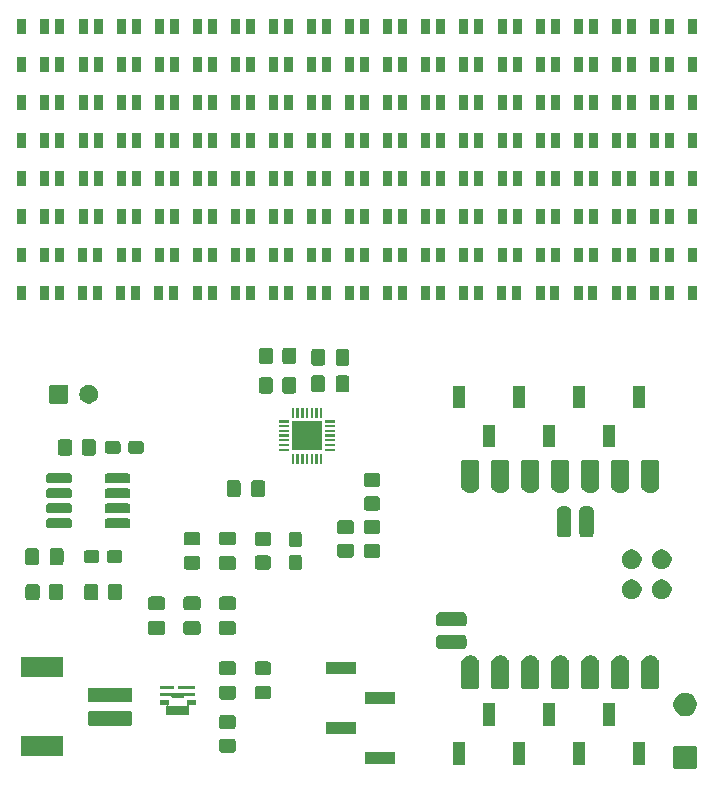
<source format=gts>
G04 #@! TF.GenerationSoftware,KiCad,Pcbnew,9.0.3*
G04 #@! TF.CreationDate,2025-09-22T20:46:45+01:00*
G04 #@! TF.ProjectId,led_matrix,6c65645f-6d61-4747-9269-782e6b696361,rev?*
G04 #@! TF.SameCoordinates,Original*
G04 #@! TF.FileFunction,Soldermask,Top*
G04 #@! TF.FilePolarity,Negative*
%FSLAX46Y46*%
G04 Gerber Fmt 4.6, Leading zero omitted, Abs format (unit mm)*
G04 Created by KiCad (PCBNEW 9.0.3) date 2025-09-22 20:46:45*
%MOMM*%
%LPD*%
G01*
G04 APERTURE LIST*
G04 APERTURE END LIST*
G36*
X85504850Y-144500964D02*
G01*
X85555040Y-144506787D01*
X85572189Y-144514359D01*
X85595671Y-144519030D01*
X85620810Y-144535827D01*
X85640696Y-144544608D01*
X85654277Y-144558189D01*
X85676777Y-144573223D01*
X85691810Y-144595722D01*
X85705391Y-144609303D01*
X85714170Y-144629186D01*
X85730970Y-144654329D01*
X85735641Y-144677812D01*
X85743212Y-144694959D01*
X85749033Y-144745139D01*
X85750000Y-144750000D01*
X85750000Y-146250000D01*
X85749032Y-146254863D01*
X85743212Y-146305040D01*
X85735641Y-146322185D01*
X85730970Y-146345671D01*
X85714169Y-146370815D01*
X85705391Y-146390696D01*
X85691812Y-146404274D01*
X85676777Y-146426777D01*
X85654274Y-146441812D01*
X85640696Y-146455391D01*
X85620815Y-146464169D01*
X85595671Y-146480970D01*
X85572185Y-146485641D01*
X85555040Y-146493212D01*
X85504861Y-146499032D01*
X85500000Y-146500000D01*
X84000000Y-146500000D01*
X83995138Y-146499032D01*
X83944959Y-146493212D01*
X83927812Y-146485641D01*
X83904329Y-146480970D01*
X83879186Y-146464170D01*
X83859303Y-146455391D01*
X83845722Y-146441810D01*
X83823223Y-146426777D01*
X83808189Y-146404277D01*
X83794608Y-146390696D01*
X83785827Y-146370810D01*
X83769030Y-146345671D01*
X83764359Y-146322189D01*
X83756787Y-146305040D01*
X83750964Y-146254849D01*
X83750000Y-146250000D01*
X83750000Y-144750000D01*
X83750964Y-144745150D01*
X83756787Y-144694959D01*
X83764359Y-144677808D01*
X83769030Y-144654329D01*
X83785826Y-144629191D01*
X83794608Y-144609303D01*
X83808191Y-144595719D01*
X83823223Y-144573223D01*
X83845719Y-144558191D01*
X83859303Y-144544608D01*
X83879191Y-144535826D01*
X83904329Y-144519030D01*
X83927808Y-144514359D01*
X83944959Y-144506787D01*
X83995151Y-144500964D01*
X84000000Y-144500000D01*
X85500000Y-144500000D01*
X85504850Y-144500964D01*
G37*
G36*
X66090000Y-146100000D02*
G01*
X65090000Y-146100000D01*
X65090000Y-144200000D01*
X66090000Y-144200000D01*
X66090000Y-146100000D01*
G37*
G36*
X71170000Y-146100000D02*
G01*
X70170000Y-146100000D01*
X70170000Y-144200000D01*
X71170000Y-144200000D01*
X71170000Y-146100000D01*
G37*
G36*
X76250000Y-146100000D02*
G01*
X75250000Y-146100000D01*
X75250000Y-144200000D01*
X76250000Y-144200000D01*
X76250000Y-146100000D01*
G37*
G36*
X81330000Y-146100000D02*
G01*
X80330000Y-146100000D01*
X80330000Y-144200000D01*
X81330000Y-144200000D01*
X81330000Y-146100000D01*
G37*
G36*
X60160000Y-146060000D02*
G01*
X57650000Y-146060000D01*
X57650000Y-145060000D01*
X60160000Y-145060000D01*
X60160000Y-146060000D01*
G37*
G36*
X32032742Y-143705764D02*
G01*
X32065833Y-143727875D01*
X32087944Y-143760966D01*
X32095708Y-143800000D01*
X32095708Y-145300000D01*
X32087944Y-145339034D01*
X32065833Y-145372125D01*
X32032742Y-145394236D01*
X31993708Y-145402000D01*
X28593708Y-145402000D01*
X28554674Y-145394236D01*
X28521583Y-145372125D01*
X28499472Y-145339034D01*
X28491708Y-145300000D01*
X28491708Y-143800000D01*
X28499472Y-143760966D01*
X28521583Y-143727875D01*
X28554674Y-143705764D01*
X28593708Y-143698000D01*
X31993708Y-143698000D01*
X32032742Y-143705764D01*
G37*
G36*
X46454850Y-143900964D02*
G01*
X46505040Y-143906787D01*
X46522189Y-143914359D01*
X46545671Y-143919030D01*
X46570810Y-143935827D01*
X46590696Y-143944608D01*
X46604277Y-143958189D01*
X46626777Y-143973223D01*
X46641810Y-143995722D01*
X46655391Y-144009303D01*
X46664170Y-144029186D01*
X46680970Y-144054329D01*
X46685641Y-144077812D01*
X46693212Y-144094959D01*
X46699033Y-144145139D01*
X46700000Y-144150000D01*
X46700000Y-144850000D01*
X46699032Y-144854863D01*
X46693212Y-144905040D01*
X46685641Y-144922185D01*
X46680970Y-144945671D01*
X46664169Y-144970815D01*
X46655391Y-144990696D01*
X46641812Y-145004274D01*
X46626777Y-145026777D01*
X46604274Y-145041812D01*
X46590696Y-145055391D01*
X46570815Y-145064169D01*
X46545671Y-145080970D01*
X46522185Y-145085641D01*
X46505040Y-145093212D01*
X46454861Y-145099032D01*
X46450000Y-145100000D01*
X45550000Y-145100000D01*
X45545138Y-145099032D01*
X45494959Y-145093212D01*
X45477812Y-145085641D01*
X45454329Y-145080970D01*
X45429186Y-145064170D01*
X45409303Y-145055391D01*
X45395722Y-145041810D01*
X45373223Y-145026777D01*
X45358189Y-145004277D01*
X45344608Y-144990696D01*
X45335827Y-144970810D01*
X45319030Y-144945671D01*
X45314359Y-144922189D01*
X45306787Y-144905040D01*
X45300964Y-144854849D01*
X45300000Y-144850000D01*
X45300000Y-144150000D01*
X45300964Y-144145150D01*
X45306787Y-144094959D01*
X45314359Y-144077808D01*
X45319030Y-144054329D01*
X45335826Y-144029191D01*
X45344608Y-144009303D01*
X45358191Y-143995719D01*
X45373223Y-143973223D01*
X45395719Y-143958191D01*
X45409303Y-143944608D01*
X45429191Y-143935826D01*
X45454329Y-143919030D01*
X45477808Y-143914359D01*
X45494959Y-143906787D01*
X45545151Y-143900964D01*
X45550000Y-143900000D01*
X46450000Y-143900000D01*
X46454850Y-143900964D01*
G37*
G36*
X56850000Y-143520000D02*
G01*
X54340000Y-143520000D01*
X54340000Y-142520000D01*
X56850000Y-142520000D01*
X56850000Y-143520000D01*
G37*
G36*
X46454850Y-141900964D02*
G01*
X46505040Y-141906787D01*
X46522189Y-141914359D01*
X46545671Y-141919030D01*
X46570810Y-141935827D01*
X46590696Y-141944608D01*
X46604277Y-141958189D01*
X46626777Y-141973223D01*
X46641810Y-141995722D01*
X46655391Y-142009303D01*
X46664170Y-142029186D01*
X46680970Y-142054329D01*
X46685641Y-142077812D01*
X46693212Y-142094959D01*
X46699033Y-142145139D01*
X46700000Y-142150000D01*
X46700000Y-142850000D01*
X46699032Y-142854863D01*
X46693212Y-142905040D01*
X46685641Y-142922185D01*
X46680970Y-142945671D01*
X46664169Y-142970815D01*
X46655391Y-142990696D01*
X46641812Y-143004274D01*
X46626777Y-143026777D01*
X46604274Y-143041812D01*
X46590696Y-143055391D01*
X46570815Y-143064169D01*
X46545671Y-143080970D01*
X46522185Y-143085641D01*
X46505040Y-143093212D01*
X46454861Y-143099032D01*
X46450000Y-143100000D01*
X45550000Y-143100000D01*
X45545138Y-143099032D01*
X45494959Y-143093212D01*
X45477812Y-143085641D01*
X45454329Y-143080970D01*
X45429186Y-143064170D01*
X45409303Y-143055391D01*
X45395722Y-143041810D01*
X45373223Y-143026777D01*
X45358189Y-143004277D01*
X45344608Y-142990696D01*
X45335827Y-142970810D01*
X45319030Y-142945671D01*
X45314359Y-142922189D01*
X45306787Y-142905040D01*
X45300964Y-142854849D01*
X45300000Y-142850000D01*
X45300000Y-142150000D01*
X45300964Y-142145150D01*
X45306787Y-142094959D01*
X45314359Y-142077808D01*
X45319030Y-142054329D01*
X45335826Y-142029191D01*
X45344608Y-142009303D01*
X45358191Y-141995719D01*
X45373223Y-141973223D01*
X45395719Y-141958191D01*
X45409303Y-141944608D01*
X45429191Y-141935826D01*
X45454329Y-141919030D01*
X45477808Y-141914359D01*
X45494959Y-141906787D01*
X45545151Y-141900964D01*
X45550000Y-141900000D01*
X46450000Y-141900000D01*
X46454850Y-141900964D01*
G37*
G36*
X37832742Y-141605764D02*
G01*
X37865833Y-141627875D01*
X37887944Y-141660966D01*
X37895708Y-141700000D01*
X37895708Y-142700000D01*
X37887944Y-142739034D01*
X37865833Y-142772125D01*
X37832742Y-142794236D01*
X37793708Y-142802000D01*
X34293708Y-142802000D01*
X34254674Y-142794236D01*
X34221583Y-142772125D01*
X34199472Y-142739034D01*
X34191708Y-142700000D01*
X34191708Y-141700000D01*
X34199472Y-141660966D01*
X34221583Y-141627875D01*
X34254674Y-141605764D01*
X34293708Y-141598000D01*
X37793708Y-141598000D01*
X37832742Y-141605764D01*
G37*
G36*
X68630000Y-142800000D02*
G01*
X67630000Y-142800000D01*
X67630000Y-140900000D01*
X68630000Y-140900000D01*
X68630000Y-142800000D01*
G37*
G36*
X73710000Y-142800000D02*
G01*
X72710000Y-142800000D01*
X72710000Y-140900000D01*
X73710000Y-140900000D01*
X73710000Y-142800000D01*
G37*
G36*
X78790000Y-142800000D02*
G01*
X77790000Y-142800000D01*
X77790000Y-140900000D01*
X78790000Y-140900000D01*
X78790000Y-142800000D01*
G37*
G36*
X85040285Y-140043060D02*
G01*
X85221397Y-140118079D01*
X85384393Y-140226990D01*
X85523010Y-140365607D01*
X85631921Y-140528603D01*
X85706940Y-140709715D01*
X85745185Y-140901983D01*
X85745185Y-141098017D01*
X85706940Y-141290285D01*
X85631921Y-141471397D01*
X85523010Y-141634393D01*
X85384393Y-141773010D01*
X85221397Y-141881921D01*
X85040285Y-141956940D01*
X84848017Y-141995185D01*
X84651983Y-141995185D01*
X84459715Y-141956940D01*
X84278603Y-141881921D01*
X84115607Y-141773010D01*
X83976990Y-141634393D01*
X83868079Y-141471397D01*
X83793060Y-141290285D01*
X83754815Y-141098017D01*
X83754815Y-140901983D01*
X83793060Y-140709715D01*
X83868079Y-140528603D01*
X83976990Y-140365607D01*
X84115607Y-140226990D01*
X84278603Y-140118079D01*
X84459715Y-140043060D01*
X84651983Y-140004815D01*
X84848017Y-140004815D01*
X85040285Y-140043060D01*
G37*
G36*
X41020779Y-140622929D02*
G01*
X41023708Y-140630000D01*
X41023708Y-141022208D01*
X41020779Y-141029279D01*
X41014812Y-141031750D01*
X41000349Y-141066670D01*
X41035983Y-141120000D01*
X41238708Y-141120000D01*
X41245779Y-141122929D01*
X41248708Y-141130000D01*
X41248708Y-141141933D01*
X41253053Y-141152423D01*
X41333233Y-141152423D01*
X41337578Y-141141933D01*
X41337578Y-141130000D01*
X41340507Y-141122929D01*
X41347578Y-141120000D01*
X41738708Y-141120000D01*
X41745779Y-141122929D01*
X41748708Y-141130000D01*
X41748708Y-141141937D01*
X41753706Y-141154005D01*
X41833886Y-141154007D01*
X41838889Y-141141928D01*
X41838889Y-141130000D01*
X41841818Y-141122929D01*
X41848889Y-141120000D01*
X42238708Y-141120000D01*
X42245779Y-141122929D01*
X42248708Y-141130000D01*
X42248708Y-141141937D01*
X42254329Y-141155509D01*
X42334509Y-141155511D01*
X42340135Y-141141928D01*
X42340135Y-141130000D01*
X42343064Y-141122929D01*
X42350135Y-141120000D01*
X42553483Y-141120000D01*
X42589117Y-141066670D01*
X42574366Y-141031057D01*
X42568400Y-141028586D01*
X42565471Y-141021515D01*
X42565471Y-140630000D01*
X42568400Y-140622929D01*
X42575471Y-140620000D01*
X43313708Y-140620000D01*
X43320779Y-140622929D01*
X43323708Y-140630000D01*
X43323708Y-141021515D01*
X43320779Y-141028586D01*
X43313708Y-141031515D01*
X43301774Y-141031515D01*
X42760696Y-141031515D01*
X42725062Y-141084845D01*
X42739812Y-141120457D01*
X42745779Y-141122929D01*
X42748708Y-141130000D01*
X42748708Y-141873910D01*
X42745779Y-141880981D01*
X42738708Y-141883910D01*
X42726774Y-141883910D01*
X42362069Y-141883910D01*
X42350135Y-141883910D01*
X42343064Y-141880981D01*
X42340135Y-141873910D01*
X42340135Y-141861975D01*
X42334739Y-141848948D01*
X42254557Y-141848950D01*
X42248708Y-141863071D01*
X42248708Y-141875010D01*
X42245779Y-141882081D01*
X42238708Y-141885010D01*
X42226774Y-141885010D01*
X41860823Y-141885010D01*
X41848889Y-141885010D01*
X41841818Y-141882081D01*
X41838889Y-141875010D01*
X41838889Y-141863075D01*
X41833650Y-141850427D01*
X41753467Y-141850429D01*
X41748708Y-141861918D01*
X41748708Y-141873860D01*
X41745779Y-141880931D01*
X41738708Y-141883860D01*
X41726774Y-141883860D01*
X41359512Y-141883860D01*
X41347578Y-141883860D01*
X41340507Y-141880931D01*
X41337578Y-141873860D01*
X41337578Y-141861929D01*
X41333365Y-141851759D01*
X41253184Y-141851763D01*
X41248708Y-141862570D01*
X41248708Y-141874510D01*
X41245779Y-141881581D01*
X41238708Y-141884510D01*
X41226774Y-141884510D01*
X40857840Y-141884510D01*
X40845906Y-141884510D01*
X40838835Y-141881581D01*
X40835906Y-141874510D01*
X40835906Y-141130000D01*
X40838835Y-141122929D01*
X40844801Y-141120457D01*
X40859265Y-141085538D01*
X40823631Y-141032208D01*
X40280632Y-141032208D01*
X40268698Y-141032208D01*
X40261627Y-141029279D01*
X40258698Y-141022208D01*
X40258698Y-140630000D01*
X40261627Y-140622929D01*
X40268698Y-140620000D01*
X41013708Y-140620000D01*
X41020779Y-140622929D01*
G37*
G36*
X60160000Y-140980000D02*
G01*
X57650000Y-140980000D01*
X57650000Y-139980000D01*
X60160000Y-139980000D01*
X60160000Y-140980000D01*
G37*
G36*
X37832742Y-139605764D02*
G01*
X37865833Y-139627875D01*
X37887944Y-139660966D01*
X37895708Y-139700000D01*
X37895708Y-140700000D01*
X37887944Y-140739034D01*
X37865833Y-140772125D01*
X37832742Y-140794236D01*
X37793708Y-140802000D01*
X34293708Y-140802000D01*
X34254674Y-140794236D01*
X34221583Y-140772125D01*
X34199472Y-140739034D01*
X34191708Y-140700000D01*
X34191708Y-139700000D01*
X34199472Y-139660966D01*
X34221583Y-139627875D01*
X34254674Y-139605764D01*
X34293708Y-139598000D01*
X37793708Y-139598000D01*
X37832742Y-139605764D01*
G37*
G36*
X46479850Y-139425964D02*
G01*
X46530040Y-139431787D01*
X46547189Y-139439359D01*
X46570671Y-139444030D01*
X46595810Y-139460827D01*
X46615696Y-139469608D01*
X46629277Y-139483189D01*
X46651777Y-139498223D01*
X46666810Y-139520722D01*
X46680391Y-139534303D01*
X46689170Y-139554186D01*
X46705970Y-139579329D01*
X46710641Y-139602812D01*
X46718212Y-139619959D01*
X46724033Y-139670139D01*
X46725000Y-139675000D01*
X46725000Y-140350000D01*
X46724032Y-140354863D01*
X46718212Y-140405040D01*
X46710641Y-140422185D01*
X46705970Y-140445671D01*
X46689169Y-140470815D01*
X46680391Y-140490696D01*
X46666812Y-140504274D01*
X46651777Y-140526777D01*
X46629274Y-140541812D01*
X46615696Y-140555391D01*
X46595815Y-140564169D01*
X46570671Y-140580970D01*
X46547185Y-140585641D01*
X46530040Y-140593212D01*
X46479861Y-140599032D01*
X46475000Y-140600000D01*
X45525000Y-140600000D01*
X45520138Y-140599032D01*
X45469959Y-140593212D01*
X45452812Y-140585641D01*
X45429329Y-140580970D01*
X45404186Y-140564170D01*
X45384303Y-140555391D01*
X45370722Y-140541810D01*
X45348223Y-140526777D01*
X45333189Y-140504277D01*
X45319608Y-140490696D01*
X45310827Y-140470810D01*
X45294030Y-140445671D01*
X45289359Y-140422189D01*
X45281787Y-140405040D01*
X45275964Y-140354849D01*
X45275000Y-140350000D01*
X45275000Y-139675000D01*
X45275964Y-139670150D01*
X45281787Y-139619959D01*
X45289359Y-139602808D01*
X45294030Y-139579329D01*
X45310826Y-139554191D01*
X45319608Y-139534303D01*
X45333191Y-139520719D01*
X45348223Y-139498223D01*
X45370719Y-139483191D01*
X45384303Y-139469608D01*
X45404191Y-139460826D01*
X45429329Y-139444030D01*
X45452808Y-139439359D01*
X45469959Y-139431787D01*
X45520151Y-139425964D01*
X45525000Y-139425000D01*
X46475000Y-139425000D01*
X46479850Y-139425964D01*
G37*
G36*
X49454850Y-139425964D02*
G01*
X49505040Y-139431787D01*
X49522189Y-139439359D01*
X49545671Y-139444030D01*
X49570810Y-139460827D01*
X49590696Y-139469608D01*
X49604277Y-139483189D01*
X49626777Y-139498223D01*
X49641810Y-139520722D01*
X49655391Y-139534303D01*
X49664170Y-139554186D01*
X49680970Y-139579329D01*
X49685641Y-139602812D01*
X49693212Y-139619959D01*
X49699033Y-139670139D01*
X49700000Y-139675000D01*
X49700000Y-140325000D01*
X49699032Y-140329863D01*
X49693212Y-140380040D01*
X49685641Y-140397185D01*
X49680970Y-140420671D01*
X49664169Y-140445815D01*
X49655391Y-140465696D01*
X49641812Y-140479274D01*
X49626777Y-140501777D01*
X49604274Y-140516812D01*
X49590696Y-140530391D01*
X49570815Y-140539169D01*
X49545671Y-140555970D01*
X49522185Y-140560641D01*
X49505040Y-140568212D01*
X49454861Y-140574032D01*
X49450000Y-140575000D01*
X48550000Y-140575000D01*
X48545138Y-140574032D01*
X48494959Y-140568212D01*
X48477812Y-140560641D01*
X48454329Y-140555970D01*
X48429186Y-140539170D01*
X48409303Y-140530391D01*
X48395722Y-140516810D01*
X48373223Y-140501777D01*
X48358189Y-140479277D01*
X48344608Y-140465696D01*
X48335827Y-140445810D01*
X48319030Y-140420671D01*
X48314359Y-140397189D01*
X48306787Y-140380040D01*
X48300964Y-140329849D01*
X48300000Y-140325000D01*
X48300000Y-139675000D01*
X48300964Y-139670150D01*
X48306787Y-139619959D01*
X48314359Y-139602808D01*
X48319030Y-139579329D01*
X48335826Y-139554191D01*
X48344608Y-139534303D01*
X48358191Y-139520719D01*
X48373223Y-139498223D01*
X48395719Y-139483191D01*
X48409303Y-139469608D01*
X48429191Y-139460826D01*
X48454329Y-139444030D01*
X48477808Y-139439359D01*
X48494959Y-139431787D01*
X48545151Y-139425964D01*
X48550000Y-139425000D01*
X49450000Y-139425000D01*
X49454850Y-139425964D01*
G37*
G36*
X43250779Y-140022929D02*
G01*
X43253708Y-140030000D01*
X43253708Y-140329944D01*
X43250779Y-140337015D01*
X43243708Y-140339944D01*
X43231774Y-140339944D01*
X42326355Y-140339944D01*
X42291208Y-140375091D01*
X42291208Y-140480197D01*
X42288279Y-140487268D01*
X42281208Y-140490197D01*
X42269274Y-140490197D01*
X41317405Y-140490197D01*
X41305471Y-140490197D01*
X41298400Y-140487268D01*
X41295471Y-140480197D01*
X41295471Y-140375091D01*
X41260324Y-140339944D01*
X40351592Y-140339944D01*
X40339658Y-140339944D01*
X40332587Y-140337015D01*
X40329658Y-140329944D01*
X40329658Y-140030000D01*
X40332587Y-140022929D01*
X40339658Y-140020000D01*
X43243708Y-140020000D01*
X43250779Y-140022929D01*
G37*
G36*
X41450779Y-139422929D02*
G01*
X41453708Y-139430000D01*
X41453708Y-139729061D01*
X41450779Y-139736132D01*
X41443708Y-139739061D01*
X41431774Y-139739061D01*
X40353442Y-139739061D01*
X40341508Y-139739061D01*
X40334437Y-139736132D01*
X40331508Y-139729061D01*
X40331508Y-139430000D01*
X40334437Y-139422929D01*
X40341508Y-139420000D01*
X41443708Y-139420000D01*
X41450779Y-139422929D01*
G37*
G36*
X43250779Y-139422929D02*
G01*
X43253708Y-139430000D01*
X43253708Y-139728712D01*
X43250779Y-139735783D01*
X43243708Y-139738712D01*
X43231774Y-139738712D01*
X41805642Y-139738712D01*
X41793708Y-139738712D01*
X41786637Y-139735783D01*
X41783708Y-139728712D01*
X41783708Y-139430000D01*
X41786637Y-139422929D01*
X41793708Y-139420000D01*
X43243708Y-139420000D01*
X43250779Y-139422929D01*
G37*
G36*
X66785397Y-136890811D02*
G01*
X66923404Y-136947976D01*
X67047608Y-137030966D01*
X67153234Y-137136592D01*
X67225970Y-137245450D01*
X67230872Y-137250352D01*
X67232121Y-137250601D01*
X67281563Y-137283637D01*
X67314599Y-137333079D01*
X67326200Y-137391400D01*
X67326200Y-139518600D01*
X67314599Y-139576921D01*
X67281563Y-139626363D01*
X67232121Y-139659399D01*
X67173800Y-139671000D01*
X65954600Y-139671000D01*
X65896279Y-139659399D01*
X65846837Y-139626363D01*
X65813801Y-139576921D01*
X65802200Y-139518600D01*
X65802200Y-137391400D01*
X65813801Y-137333079D01*
X65846837Y-137283637D01*
X65896279Y-137250601D01*
X65897526Y-137250352D01*
X65902431Y-137245447D01*
X65975166Y-137136592D01*
X66080792Y-137030966D01*
X66204996Y-136947976D01*
X66343003Y-136890811D01*
X66489511Y-136861669D01*
X66638889Y-136861669D01*
X66785397Y-136890811D01*
G37*
G36*
X69325397Y-136890811D02*
G01*
X69463404Y-136947976D01*
X69587608Y-137030966D01*
X69693234Y-137136592D01*
X69765970Y-137245450D01*
X69770872Y-137250352D01*
X69772121Y-137250601D01*
X69821563Y-137283637D01*
X69854599Y-137333079D01*
X69866200Y-137391400D01*
X69866200Y-139518600D01*
X69854599Y-139576921D01*
X69821563Y-139626363D01*
X69772121Y-139659399D01*
X69713800Y-139671000D01*
X68494600Y-139671000D01*
X68436279Y-139659399D01*
X68386837Y-139626363D01*
X68353801Y-139576921D01*
X68342200Y-139518600D01*
X68342200Y-137391400D01*
X68353801Y-137333079D01*
X68386837Y-137283637D01*
X68436279Y-137250601D01*
X68437526Y-137250352D01*
X68442431Y-137245447D01*
X68515166Y-137136592D01*
X68620792Y-137030966D01*
X68744996Y-136947976D01*
X68883003Y-136890811D01*
X69029511Y-136861669D01*
X69178889Y-136861669D01*
X69325397Y-136890811D01*
G37*
G36*
X71865397Y-136890811D02*
G01*
X72003404Y-136947976D01*
X72127608Y-137030966D01*
X72233234Y-137136592D01*
X72305970Y-137245450D01*
X72310872Y-137250352D01*
X72312121Y-137250601D01*
X72361563Y-137283637D01*
X72394599Y-137333079D01*
X72406200Y-137391400D01*
X72406200Y-139518600D01*
X72394599Y-139576921D01*
X72361563Y-139626363D01*
X72312121Y-139659399D01*
X72253800Y-139671000D01*
X71034600Y-139671000D01*
X70976279Y-139659399D01*
X70926837Y-139626363D01*
X70893801Y-139576921D01*
X70882200Y-139518600D01*
X70882200Y-137391400D01*
X70893801Y-137333079D01*
X70926837Y-137283637D01*
X70976279Y-137250601D01*
X70977526Y-137250352D01*
X70982431Y-137245447D01*
X71055166Y-137136592D01*
X71160792Y-137030966D01*
X71284996Y-136947976D01*
X71423003Y-136890811D01*
X71569511Y-136861669D01*
X71718889Y-136861669D01*
X71865397Y-136890811D01*
G37*
G36*
X74405397Y-136890811D02*
G01*
X74543404Y-136947976D01*
X74667608Y-137030966D01*
X74773234Y-137136592D01*
X74845970Y-137245450D01*
X74850872Y-137250352D01*
X74852121Y-137250601D01*
X74901563Y-137283637D01*
X74934599Y-137333079D01*
X74946200Y-137391400D01*
X74946200Y-139518600D01*
X74934599Y-139576921D01*
X74901563Y-139626363D01*
X74852121Y-139659399D01*
X74793800Y-139671000D01*
X73574600Y-139671000D01*
X73516279Y-139659399D01*
X73466837Y-139626363D01*
X73433801Y-139576921D01*
X73422200Y-139518600D01*
X73422200Y-137391400D01*
X73433801Y-137333079D01*
X73466837Y-137283637D01*
X73516279Y-137250601D01*
X73517526Y-137250352D01*
X73522431Y-137245447D01*
X73595166Y-137136592D01*
X73700792Y-137030966D01*
X73824996Y-136947976D01*
X73963003Y-136890811D01*
X74109511Y-136861669D01*
X74258889Y-136861669D01*
X74405397Y-136890811D01*
G37*
G36*
X76945397Y-136890811D02*
G01*
X77083404Y-136947976D01*
X77207608Y-137030966D01*
X77313234Y-137136592D01*
X77385970Y-137245450D01*
X77390872Y-137250352D01*
X77392121Y-137250601D01*
X77441563Y-137283637D01*
X77474599Y-137333079D01*
X77486200Y-137391400D01*
X77486200Y-139518600D01*
X77474599Y-139576921D01*
X77441563Y-139626363D01*
X77392121Y-139659399D01*
X77333800Y-139671000D01*
X76114600Y-139671000D01*
X76056279Y-139659399D01*
X76006837Y-139626363D01*
X75973801Y-139576921D01*
X75962200Y-139518600D01*
X75962200Y-137391400D01*
X75973801Y-137333079D01*
X76006837Y-137283637D01*
X76056279Y-137250601D01*
X76057526Y-137250352D01*
X76062431Y-137245447D01*
X76135166Y-137136592D01*
X76240792Y-137030966D01*
X76364996Y-136947976D01*
X76503003Y-136890811D01*
X76649511Y-136861669D01*
X76798889Y-136861669D01*
X76945397Y-136890811D01*
G37*
G36*
X79485397Y-136890811D02*
G01*
X79623404Y-136947976D01*
X79747608Y-137030966D01*
X79853234Y-137136592D01*
X79925970Y-137245450D01*
X79930872Y-137250352D01*
X79932121Y-137250601D01*
X79981563Y-137283637D01*
X80014599Y-137333079D01*
X80026200Y-137391400D01*
X80026200Y-139518600D01*
X80014599Y-139576921D01*
X79981563Y-139626363D01*
X79932121Y-139659399D01*
X79873800Y-139671000D01*
X78654600Y-139671000D01*
X78596279Y-139659399D01*
X78546837Y-139626363D01*
X78513801Y-139576921D01*
X78502200Y-139518600D01*
X78502200Y-137391400D01*
X78513801Y-137333079D01*
X78546837Y-137283637D01*
X78596279Y-137250601D01*
X78597526Y-137250352D01*
X78602431Y-137245447D01*
X78675166Y-137136592D01*
X78780792Y-137030966D01*
X78904996Y-136947976D01*
X79043003Y-136890811D01*
X79189511Y-136861669D01*
X79338889Y-136861669D01*
X79485397Y-136890811D01*
G37*
G36*
X82025397Y-136890811D02*
G01*
X82163404Y-136947976D01*
X82287608Y-137030966D01*
X82393234Y-137136592D01*
X82465970Y-137245450D01*
X82470872Y-137250352D01*
X82472121Y-137250601D01*
X82521563Y-137283637D01*
X82554599Y-137333079D01*
X82566200Y-137391400D01*
X82566200Y-139518600D01*
X82554599Y-139576921D01*
X82521563Y-139626363D01*
X82472121Y-139659399D01*
X82413800Y-139671000D01*
X81194600Y-139671000D01*
X81136279Y-139659399D01*
X81086837Y-139626363D01*
X81053801Y-139576921D01*
X81042200Y-139518600D01*
X81042200Y-137391400D01*
X81053801Y-137333079D01*
X81086837Y-137283637D01*
X81136279Y-137250601D01*
X81137526Y-137250352D01*
X81142431Y-137245447D01*
X81215166Y-137136592D01*
X81320792Y-137030966D01*
X81444996Y-136947976D01*
X81583003Y-136890811D01*
X81729511Y-136861669D01*
X81878889Y-136861669D01*
X82025397Y-136890811D01*
G37*
G36*
X32032742Y-137005764D02*
G01*
X32065833Y-137027875D01*
X32087944Y-137060966D01*
X32095708Y-137100000D01*
X32095708Y-138600000D01*
X32087944Y-138639034D01*
X32065833Y-138672125D01*
X32032742Y-138694236D01*
X31993708Y-138702000D01*
X28593708Y-138702000D01*
X28554674Y-138694236D01*
X28521583Y-138672125D01*
X28499472Y-138639034D01*
X28491708Y-138600000D01*
X28491708Y-137100000D01*
X28499472Y-137060966D01*
X28521583Y-137027875D01*
X28554674Y-137005764D01*
X28593708Y-136998000D01*
X31993708Y-136998000D01*
X32032742Y-137005764D01*
G37*
G36*
X46479850Y-137350964D02*
G01*
X46530040Y-137356787D01*
X46547189Y-137364359D01*
X46570671Y-137369030D01*
X46595810Y-137385827D01*
X46615696Y-137394608D01*
X46629277Y-137408189D01*
X46651777Y-137423223D01*
X46666810Y-137445722D01*
X46680391Y-137459303D01*
X46689170Y-137479186D01*
X46705970Y-137504329D01*
X46710641Y-137527812D01*
X46718212Y-137544959D01*
X46724033Y-137595139D01*
X46725000Y-137600000D01*
X46725000Y-138275000D01*
X46724032Y-138279863D01*
X46718212Y-138330040D01*
X46710641Y-138347185D01*
X46705970Y-138370671D01*
X46689169Y-138395815D01*
X46680391Y-138415696D01*
X46666812Y-138429274D01*
X46651777Y-138451777D01*
X46629274Y-138466812D01*
X46615696Y-138480391D01*
X46595815Y-138489169D01*
X46570671Y-138505970D01*
X46547185Y-138510641D01*
X46530040Y-138518212D01*
X46479861Y-138524032D01*
X46475000Y-138525000D01*
X45525000Y-138525000D01*
X45520138Y-138524032D01*
X45469959Y-138518212D01*
X45452812Y-138510641D01*
X45429329Y-138505970D01*
X45404186Y-138489170D01*
X45384303Y-138480391D01*
X45370722Y-138466810D01*
X45348223Y-138451777D01*
X45333189Y-138429277D01*
X45319608Y-138415696D01*
X45310827Y-138395810D01*
X45294030Y-138370671D01*
X45289359Y-138347189D01*
X45281787Y-138330040D01*
X45275964Y-138279849D01*
X45275000Y-138275000D01*
X45275000Y-137600000D01*
X45275964Y-137595150D01*
X45281787Y-137544959D01*
X45289359Y-137527808D01*
X45294030Y-137504329D01*
X45310826Y-137479191D01*
X45319608Y-137459303D01*
X45333191Y-137445719D01*
X45348223Y-137423223D01*
X45370719Y-137408191D01*
X45384303Y-137394608D01*
X45404191Y-137385826D01*
X45429329Y-137369030D01*
X45452808Y-137364359D01*
X45469959Y-137356787D01*
X45520151Y-137350964D01*
X45525000Y-137350000D01*
X46475000Y-137350000D01*
X46479850Y-137350964D01*
G37*
G36*
X49454850Y-137375964D02*
G01*
X49505040Y-137381787D01*
X49522189Y-137389359D01*
X49545671Y-137394030D01*
X49570810Y-137410827D01*
X49590696Y-137419608D01*
X49604277Y-137433189D01*
X49626777Y-137448223D01*
X49641810Y-137470722D01*
X49655391Y-137484303D01*
X49664170Y-137504186D01*
X49680970Y-137529329D01*
X49685641Y-137552812D01*
X49693212Y-137569959D01*
X49699033Y-137620139D01*
X49700000Y-137625000D01*
X49700000Y-138275000D01*
X49699032Y-138279863D01*
X49693212Y-138330040D01*
X49685641Y-138347185D01*
X49680970Y-138370671D01*
X49664169Y-138395815D01*
X49655391Y-138415696D01*
X49641812Y-138429274D01*
X49626777Y-138451777D01*
X49604274Y-138466812D01*
X49590696Y-138480391D01*
X49570815Y-138489169D01*
X49545671Y-138505970D01*
X49522185Y-138510641D01*
X49505040Y-138518212D01*
X49454861Y-138524032D01*
X49450000Y-138525000D01*
X48550000Y-138525000D01*
X48545138Y-138524032D01*
X48494959Y-138518212D01*
X48477812Y-138510641D01*
X48454329Y-138505970D01*
X48429186Y-138489170D01*
X48409303Y-138480391D01*
X48395722Y-138466810D01*
X48373223Y-138451777D01*
X48358189Y-138429277D01*
X48344608Y-138415696D01*
X48335827Y-138395810D01*
X48319030Y-138370671D01*
X48314359Y-138347189D01*
X48306787Y-138330040D01*
X48300964Y-138279849D01*
X48300000Y-138275000D01*
X48300000Y-137625000D01*
X48300964Y-137620150D01*
X48306787Y-137569959D01*
X48314359Y-137552808D01*
X48319030Y-137529329D01*
X48335826Y-137504191D01*
X48344608Y-137484303D01*
X48358191Y-137470719D01*
X48373223Y-137448223D01*
X48395719Y-137433191D01*
X48409303Y-137419608D01*
X48429191Y-137410826D01*
X48454329Y-137394030D01*
X48477808Y-137389359D01*
X48494959Y-137381787D01*
X48545151Y-137375964D01*
X48550000Y-137375000D01*
X49450000Y-137375000D01*
X49454850Y-137375964D01*
G37*
G36*
X56850000Y-138440000D02*
G01*
X54340000Y-138440000D01*
X54340000Y-137440000D01*
X56850000Y-137440000D01*
X56850000Y-138440000D01*
G37*
G36*
X66010623Y-135125301D02*
G01*
X66016294Y-135127945D01*
X66018452Y-135128260D01*
X66049125Y-135143254D01*
X66113171Y-135173120D01*
X66193180Y-135253129D01*
X66223055Y-135317197D01*
X66238039Y-135347847D01*
X66238353Y-135350002D01*
X66240999Y-135355677D01*
X66252100Y-135440000D01*
X66252100Y-135990000D01*
X66240999Y-136074323D01*
X66238352Y-136079997D01*
X66238039Y-136082152D01*
X66223065Y-136112780D01*
X66193180Y-136176871D01*
X66113171Y-136256880D01*
X66049080Y-136286765D01*
X66018452Y-136301739D01*
X66016297Y-136302052D01*
X66010623Y-136304699D01*
X65926300Y-136315800D01*
X63976300Y-136315800D01*
X63891977Y-136304699D01*
X63886302Y-136302053D01*
X63884147Y-136301739D01*
X63853497Y-136286755D01*
X63789429Y-136256880D01*
X63709420Y-136176871D01*
X63679554Y-136112825D01*
X63664560Y-136082152D01*
X63664245Y-136079994D01*
X63661601Y-136074323D01*
X63650500Y-135990000D01*
X63650500Y-135440000D01*
X63661601Y-135355677D01*
X63664245Y-135350006D01*
X63664560Y-135347847D01*
X63679564Y-135317153D01*
X63709420Y-135253129D01*
X63789429Y-135173120D01*
X63853453Y-135143264D01*
X63884147Y-135128260D01*
X63886306Y-135127945D01*
X63891977Y-135125301D01*
X63976300Y-135114200D01*
X65926300Y-135114200D01*
X66010623Y-135125301D01*
G37*
G36*
X40479850Y-133950964D02*
G01*
X40530040Y-133956787D01*
X40547189Y-133964359D01*
X40570671Y-133969030D01*
X40595810Y-133985827D01*
X40615696Y-133994608D01*
X40629277Y-134008189D01*
X40651777Y-134023223D01*
X40666810Y-134045722D01*
X40680391Y-134059303D01*
X40689170Y-134079186D01*
X40705970Y-134104329D01*
X40710641Y-134127812D01*
X40718212Y-134144959D01*
X40724033Y-134195139D01*
X40725000Y-134200000D01*
X40725000Y-134875000D01*
X40724032Y-134879863D01*
X40718212Y-134930040D01*
X40710641Y-134947185D01*
X40705970Y-134970671D01*
X40689169Y-134995815D01*
X40680391Y-135015696D01*
X40666812Y-135029274D01*
X40651777Y-135051777D01*
X40629274Y-135066812D01*
X40615696Y-135080391D01*
X40595815Y-135089169D01*
X40570671Y-135105970D01*
X40547185Y-135110641D01*
X40530040Y-135118212D01*
X40479861Y-135124032D01*
X40475000Y-135125000D01*
X39525000Y-135125000D01*
X39520138Y-135124032D01*
X39469959Y-135118212D01*
X39452812Y-135110641D01*
X39429329Y-135105970D01*
X39404186Y-135089170D01*
X39384303Y-135080391D01*
X39370722Y-135066810D01*
X39348223Y-135051777D01*
X39333189Y-135029277D01*
X39319608Y-135015696D01*
X39310827Y-134995810D01*
X39294030Y-134970671D01*
X39289359Y-134947189D01*
X39281787Y-134930040D01*
X39275964Y-134879849D01*
X39275000Y-134875000D01*
X39275000Y-134200000D01*
X39275964Y-134195150D01*
X39281787Y-134144959D01*
X39289359Y-134127808D01*
X39294030Y-134104329D01*
X39310826Y-134079191D01*
X39319608Y-134059303D01*
X39333191Y-134045719D01*
X39348223Y-134023223D01*
X39370719Y-134008191D01*
X39384303Y-133994608D01*
X39404191Y-133985826D01*
X39429329Y-133969030D01*
X39452808Y-133964359D01*
X39469959Y-133956787D01*
X39520151Y-133950964D01*
X39525000Y-133950000D01*
X40475000Y-133950000D01*
X40479850Y-133950964D01*
G37*
G36*
X43479850Y-133950964D02*
G01*
X43530040Y-133956787D01*
X43547189Y-133964359D01*
X43570671Y-133969030D01*
X43595810Y-133985827D01*
X43615696Y-133994608D01*
X43629277Y-134008189D01*
X43651777Y-134023223D01*
X43666810Y-134045722D01*
X43680391Y-134059303D01*
X43689170Y-134079186D01*
X43705970Y-134104329D01*
X43710641Y-134127812D01*
X43718212Y-134144959D01*
X43724033Y-134195139D01*
X43725000Y-134200000D01*
X43725000Y-134875000D01*
X43724032Y-134879863D01*
X43718212Y-134930040D01*
X43710641Y-134947185D01*
X43705970Y-134970671D01*
X43689169Y-134995815D01*
X43680391Y-135015696D01*
X43666812Y-135029274D01*
X43651777Y-135051777D01*
X43629274Y-135066812D01*
X43615696Y-135080391D01*
X43595815Y-135089169D01*
X43570671Y-135105970D01*
X43547185Y-135110641D01*
X43530040Y-135118212D01*
X43479861Y-135124032D01*
X43475000Y-135125000D01*
X42525000Y-135125000D01*
X42520138Y-135124032D01*
X42469959Y-135118212D01*
X42452812Y-135110641D01*
X42429329Y-135105970D01*
X42404186Y-135089170D01*
X42384303Y-135080391D01*
X42370722Y-135066810D01*
X42348223Y-135051777D01*
X42333189Y-135029277D01*
X42319608Y-135015696D01*
X42310827Y-134995810D01*
X42294030Y-134970671D01*
X42289359Y-134947189D01*
X42281787Y-134930040D01*
X42275964Y-134879849D01*
X42275000Y-134875000D01*
X42275000Y-134200000D01*
X42275964Y-134195150D01*
X42281787Y-134144959D01*
X42289359Y-134127808D01*
X42294030Y-134104329D01*
X42310826Y-134079191D01*
X42319608Y-134059303D01*
X42333191Y-134045719D01*
X42348223Y-134023223D01*
X42370719Y-134008191D01*
X42384303Y-133994608D01*
X42404191Y-133985826D01*
X42429329Y-133969030D01*
X42452808Y-133964359D01*
X42469959Y-133956787D01*
X42520151Y-133950964D01*
X42525000Y-133950000D01*
X43475000Y-133950000D01*
X43479850Y-133950964D01*
G37*
G36*
X46479850Y-133950964D02*
G01*
X46530040Y-133956787D01*
X46547189Y-133964359D01*
X46570671Y-133969030D01*
X46595810Y-133985827D01*
X46615696Y-133994608D01*
X46629277Y-134008189D01*
X46651777Y-134023223D01*
X46666810Y-134045722D01*
X46680391Y-134059303D01*
X46689170Y-134079186D01*
X46705970Y-134104329D01*
X46710641Y-134127812D01*
X46718212Y-134144959D01*
X46724033Y-134195139D01*
X46725000Y-134200000D01*
X46725000Y-134875000D01*
X46724032Y-134879863D01*
X46718212Y-134930040D01*
X46710641Y-134947185D01*
X46705970Y-134970671D01*
X46689169Y-134995815D01*
X46680391Y-135015696D01*
X46666812Y-135029274D01*
X46651777Y-135051777D01*
X46629274Y-135066812D01*
X46615696Y-135080391D01*
X46595815Y-135089169D01*
X46570671Y-135105970D01*
X46547185Y-135110641D01*
X46530040Y-135118212D01*
X46479861Y-135124032D01*
X46475000Y-135125000D01*
X45525000Y-135125000D01*
X45520138Y-135124032D01*
X45469959Y-135118212D01*
X45452812Y-135110641D01*
X45429329Y-135105970D01*
X45404186Y-135089170D01*
X45384303Y-135080391D01*
X45370722Y-135066810D01*
X45348223Y-135051777D01*
X45333189Y-135029277D01*
X45319608Y-135015696D01*
X45310827Y-134995810D01*
X45294030Y-134970671D01*
X45289359Y-134947189D01*
X45281787Y-134930040D01*
X45275964Y-134879849D01*
X45275000Y-134875000D01*
X45275000Y-134200000D01*
X45275964Y-134195150D01*
X45281787Y-134144959D01*
X45289359Y-134127808D01*
X45294030Y-134104329D01*
X45310826Y-134079191D01*
X45319608Y-134059303D01*
X45333191Y-134045719D01*
X45348223Y-134023223D01*
X45370719Y-134008191D01*
X45384303Y-133994608D01*
X45404191Y-133985826D01*
X45429329Y-133969030D01*
X45452808Y-133964359D01*
X45469959Y-133956787D01*
X45520151Y-133950964D01*
X45525000Y-133950000D01*
X46475000Y-133950000D01*
X46479850Y-133950964D01*
G37*
G36*
X66010623Y-133220301D02*
G01*
X66016294Y-133222945D01*
X66018452Y-133223260D01*
X66049125Y-133238254D01*
X66113171Y-133268120D01*
X66193180Y-133348129D01*
X66223055Y-133412197D01*
X66238039Y-133442847D01*
X66238353Y-133445002D01*
X66240999Y-133450677D01*
X66252100Y-133535000D01*
X66252100Y-134085000D01*
X66240999Y-134169323D01*
X66238352Y-134174997D01*
X66238039Y-134177152D01*
X66223065Y-134207780D01*
X66193180Y-134271871D01*
X66113171Y-134351880D01*
X66049080Y-134381765D01*
X66018452Y-134396739D01*
X66016297Y-134397052D01*
X66010623Y-134399699D01*
X65926300Y-134410800D01*
X63976300Y-134410800D01*
X63891977Y-134399699D01*
X63886302Y-134397053D01*
X63884147Y-134396739D01*
X63853497Y-134381755D01*
X63789429Y-134351880D01*
X63709420Y-134271871D01*
X63679554Y-134207825D01*
X63664560Y-134177152D01*
X63664245Y-134174994D01*
X63661601Y-134169323D01*
X63650500Y-134085000D01*
X63650500Y-133535000D01*
X63661601Y-133450677D01*
X63664245Y-133445006D01*
X63664560Y-133442847D01*
X63679564Y-133412153D01*
X63709420Y-133348129D01*
X63789429Y-133268120D01*
X63853453Y-133238264D01*
X63884147Y-133223260D01*
X63886306Y-133222945D01*
X63891977Y-133220301D01*
X63976300Y-133209200D01*
X65926300Y-133209200D01*
X66010623Y-133220301D01*
G37*
G36*
X40479850Y-131875964D02*
G01*
X40530040Y-131881787D01*
X40547189Y-131889359D01*
X40570671Y-131894030D01*
X40595810Y-131910827D01*
X40615696Y-131919608D01*
X40629277Y-131933189D01*
X40651777Y-131948223D01*
X40666810Y-131970722D01*
X40680391Y-131984303D01*
X40689170Y-132004186D01*
X40705970Y-132029329D01*
X40710641Y-132052812D01*
X40718212Y-132069959D01*
X40724033Y-132120139D01*
X40725000Y-132125000D01*
X40725000Y-132800000D01*
X40724032Y-132804863D01*
X40718212Y-132855040D01*
X40710641Y-132872185D01*
X40705970Y-132895671D01*
X40689169Y-132920815D01*
X40680391Y-132940696D01*
X40666812Y-132954274D01*
X40651777Y-132976777D01*
X40629274Y-132991812D01*
X40615696Y-133005391D01*
X40595815Y-133014169D01*
X40570671Y-133030970D01*
X40547185Y-133035641D01*
X40530040Y-133043212D01*
X40479861Y-133049032D01*
X40475000Y-133050000D01*
X39525000Y-133050000D01*
X39520138Y-133049032D01*
X39469959Y-133043212D01*
X39452812Y-133035641D01*
X39429329Y-133030970D01*
X39404186Y-133014170D01*
X39384303Y-133005391D01*
X39370722Y-132991810D01*
X39348223Y-132976777D01*
X39333189Y-132954277D01*
X39319608Y-132940696D01*
X39310827Y-132920810D01*
X39294030Y-132895671D01*
X39289359Y-132872189D01*
X39281787Y-132855040D01*
X39275964Y-132804849D01*
X39275000Y-132800000D01*
X39275000Y-132125000D01*
X39275964Y-132120150D01*
X39281787Y-132069959D01*
X39289359Y-132052808D01*
X39294030Y-132029329D01*
X39310826Y-132004191D01*
X39319608Y-131984303D01*
X39333191Y-131970719D01*
X39348223Y-131948223D01*
X39370719Y-131933191D01*
X39384303Y-131919608D01*
X39404191Y-131910826D01*
X39429329Y-131894030D01*
X39452808Y-131889359D01*
X39469959Y-131881787D01*
X39520151Y-131875964D01*
X39525000Y-131875000D01*
X40475000Y-131875000D01*
X40479850Y-131875964D01*
G37*
G36*
X43479850Y-131875964D02*
G01*
X43530040Y-131881787D01*
X43547189Y-131889359D01*
X43570671Y-131894030D01*
X43595810Y-131910827D01*
X43615696Y-131919608D01*
X43629277Y-131933189D01*
X43651777Y-131948223D01*
X43666810Y-131970722D01*
X43680391Y-131984303D01*
X43689170Y-132004186D01*
X43705970Y-132029329D01*
X43710641Y-132052812D01*
X43718212Y-132069959D01*
X43724033Y-132120139D01*
X43725000Y-132125000D01*
X43725000Y-132800000D01*
X43724032Y-132804863D01*
X43718212Y-132855040D01*
X43710641Y-132872185D01*
X43705970Y-132895671D01*
X43689169Y-132920815D01*
X43680391Y-132940696D01*
X43666812Y-132954274D01*
X43651777Y-132976777D01*
X43629274Y-132991812D01*
X43615696Y-133005391D01*
X43595815Y-133014169D01*
X43570671Y-133030970D01*
X43547185Y-133035641D01*
X43530040Y-133043212D01*
X43479861Y-133049032D01*
X43475000Y-133050000D01*
X42525000Y-133050000D01*
X42520138Y-133049032D01*
X42469959Y-133043212D01*
X42452812Y-133035641D01*
X42429329Y-133030970D01*
X42404186Y-133014170D01*
X42384303Y-133005391D01*
X42370722Y-132991810D01*
X42348223Y-132976777D01*
X42333189Y-132954277D01*
X42319608Y-132940696D01*
X42310827Y-132920810D01*
X42294030Y-132895671D01*
X42289359Y-132872189D01*
X42281787Y-132855040D01*
X42275964Y-132804849D01*
X42275000Y-132800000D01*
X42275000Y-132125000D01*
X42275964Y-132120150D01*
X42281787Y-132069959D01*
X42289359Y-132052808D01*
X42294030Y-132029329D01*
X42310826Y-132004191D01*
X42319608Y-131984303D01*
X42333191Y-131970719D01*
X42348223Y-131948223D01*
X42370719Y-131933191D01*
X42384303Y-131919608D01*
X42404191Y-131910826D01*
X42429329Y-131894030D01*
X42452808Y-131889359D01*
X42469959Y-131881787D01*
X42520151Y-131875964D01*
X42525000Y-131875000D01*
X43475000Y-131875000D01*
X43479850Y-131875964D01*
G37*
G36*
X46479850Y-131875964D02*
G01*
X46530040Y-131881787D01*
X46547189Y-131889359D01*
X46570671Y-131894030D01*
X46595810Y-131910827D01*
X46615696Y-131919608D01*
X46629277Y-131933189D01*
X46651777Y-131948223D01*
X46666810Y-131970722D01*
X46680391Y-131984303D01*
X46689170Y-132004186D01*
X46705970Y-132029329D01*
X46710641Y-132052812D01*
X46718212Y-132069959D01*
X46724033Y-132120139D01*
X46725000Y-132125000D01*
X46725000Y-132800000D01*
X46724032Y-132804863D01*
X46718212Y-132855040D01*
X46710641Y-132872185D01*
X46705970Y-132895671D01*
X46689169Y-132920815D01*
X46680391Y-132940696D01*
X46666812Y-132954274D01*
X46651777Y-132976777D01*
X46629274Y-132991812D01*
X46615696Y-133005391D01*
X46595815Y-133014169D01*
X46570671Y-133030970D01*
X46547185Y-133035641D01*
X46530040Y-133043212D01*
X46479861Y-133049032D01*
X46475000Y-133050000D01*
X45525000Y-133050000D01*
X45520138Y-133049032D01*
X45469959Y-133043212D01*
X45452812Y-133035641D01*
X45429329Y-133030970D01*
X45404186Y-133014170D01*
X45384303Y-133005391D01*
X45370722Y-132991810D01*
X45348223Y-132976777D01*
X45333189Y-132954277D01*
X45319608Y-132940696D01*
X45310827Y-132920810D01*
X45294030Y-132895671D01*
X45289359Y-132872189D01*
X45281787Y-132855040D01*
X45275964Y-132804849D01*
X45275000Y-132800000D01*
X45275000Y-132125000D01*
X45275964Y-132120150D01*
X45281787Y-132069959D01*
X45289359Y-132052808D01*
X45294030Y-132029329D01*
X45310826Y-132004191D01*
X45319608Y-131984303D01*
X45333191Y-131970719D01*
X45348223Y-131948223D01*
X45370719Y-131933191D01*
X45384303Y-131919608D01*
X45404191Y-131910826D01*
X45429329Y-131894030D01*
X45452808Y-131889359D01*
X45469959Y-131881787D01*
X45520151Y-131875964D01*
X45525000Y-131875000D01*
X46475000Y-131875000D01*
X46479850Y-131875964D01*
G37*
G36*
X29854850Y-130800964D02*
G01*
X29905040Y-130806787D01*
X29922189Y-130814359D01*
X29945671Y-130819030D01*
X29970810Y-130835827D01*
X29990696Y-130844608D01*
X30004277Y-130858189D01*
X30026777Y-130873223D01*
X30041810Y-130895722D01*
X30055391Y-130909303D01*
X30064170Y-130929186D01*
X30080970Y-130954329D01*
X30085641Y-130977812D01*
X30093212Y-130994959D01*
X30099033Y-131045139D01*
X30100000Y-131050000D01*
X30100000Y-131950000D01*
X30099032Y-131954863D01*
X30093212Y-132005040D01*
X30085641Y-132022185D01*
X30080970Y-132045671D01*
X30064169Y-132070815D01*
X30055391Y-132090696D01*
X30041812Y-132104274D01*
X30026777Y-132126777D01*
X30004274Y-132141812D01*
X29990696Y-132155391D01*
X29970815Y-132164169D01*
X29945671Y-132180970D01*
X29922185Y-132185641D01*
X29905040Y-132193212D01*
X29854861Y-132199032D01*
X29850000Y-132200000D01*
X29150000Y-132200000D01*
X29145138Y-132199032D01*
X29094959Y-132193212D01*
X29077812Y-132185641D01*
X29054329Y-132180970D01*
X29029186Y-132164170D01*
X29009303Y-132155391D01*
X28995722Y-132141810D01*
X28973223Y-132126777D01*
X28958189Y-132104277D01*
X28944608Y-132090696D01*
X28935827Y-132070810D01*
X28919030Y-132045671D01*
X28914359Y-132022189D01*
X28906787Y-132005040D01*
X28900964Y-131954849D01*
X28900000Y-131950000D01*
X28900000Y-131050000D01*
X28900964Y-131045150D01*
X28906787Y-130994959D01*
X28914359Y-130977808D01*
X28919030Y-130954329D01*
X28935826Y-130929191D01*
X28944608Y-130909303D01*
X28958191Y-130895719D01*
X28973223Y-130873223D01*
X28995719Y-130858191D01*
X29009303Y-130844608D01*
X29029191Y-130835826D01*
X29054329Y-130819030D01*
X29077808Y-130814359D01*
X29094959Y-130806787D01*
X29145151Y-130800964D01*
X29150000Y-130800000D01*
X29850000Y-130800000D01*
X29854850Y-130800964D01*
G37*
G36*
X31854850Y-130800964D02*
G01*
X31905040Y-130806787D01*
X31922189Y-130814359D01*
X31945671Y-130819030D01*
X31970810Y-130835827D01*
X31990696Y-130844608D01*
X32004277Y-130858189D01*
X32026777Y-130873223D01*
X32041810Y-130895722D01*
X32055391Y-130909303D01*
X32064170Y-130929186D01*
X32080970Y-130954329D01*
X32085641Y-130977812D01*
X32093212Y-130994959D01*
X32099033Y-131045139D01*
X32100000Y-131050000D01*
X32100000Y-131950000D01*
X32099032Y-131954863D01*
X32093212Y-132005040D01*
X32085641Y-132022185D01*
X32080970Y-132045671D01*
X32064169Y-132070815D01*
X32055391Y-132090696D01*
X32041812Y-132104274D01*
X32026777Y-132126777D01*
X32004274Y-132141812D01*
X31990696Y-132155391D01*
X31970815Y-132164169D01*
X31945671Y-132180970D01*
X31922185Y-132185641D01*
X31905040Y-132193212D01*
X31854861Y-132199032D01*
X31850000Y-132200000D01*
X31150000Y-132200000D01*
X31145138Y-132199032D01*
X31094959Y-132193212D01*
X31077812Y-132185641D01*
X31054329Y-132180970D01*
X31029186Y-132164170D01*
X31009303Y-132155391D01*
X30995722Y-132141810D01*
X30973223Y-132126777D01*
X30958189Y-132104277D01*
X30944608Y-132090696D01*
X30935827Y-132070810D01*
X30919030Y-132045671D01*
X30914359Y-132022189D01*
X30906787Y-132005040D01*
X30900964Y-131954849D01*
X30900000Y-131950000D01*
X30900000Y-131050000D01*
X30900964Y-131045150D01*
X30906787Y-130994959D01*
X30914359Y-130977808D01*
X30919030Y-130954329D01*
X30935826Y-130929191D01*
X30944608Y-130909303D01*
X30958191Y-130895719D01*
X30973223Y-130873223D01*
X30995719Y-130858191D01*
X31009303Y-130844608D01*
X31029191Y-130835826D01*
X31054329Y-130819030D01*
X31077808Y-130814359D01*
X31094959Y-130806787D01*
X31145151Y-130800964D01*
X31150000Y-130800000D01*
X31850000Y-130800000D01*
X31854850Y-130800964D01*
G37*
G36*
X34832350Y-130800964D02*
G01*
X34882540Y-130806787D01*
X34899689Y-130814359D01*
X34923171Y-130819030D01*
X34948310Y-130835827D01*
X34968196Y-130844608D01*
X34981777Y-130858189D01*
X35004277Y-130873223D01*
X35019310Y-130895722D01*
X35032891Y-130909303D01*
X35041670Y-130929186D01*
X35058470Y-130954329D01*
X35063141Y-130977812D01*
X35070712Y-130994959D01*
X35076533Y-131045139D01*
X35077500Y-131050000D01*
X35077500Y-131950000D01*
X35076532Y-131954863D01*
X35070712Y-132005040D01*
X35063141Y-132022185D01*
X35058470Y-132045671D01*
X35041669Y-132070815D01*
X35032891Y-132090696D01*
X35019312Y-132104274D01*
X35004277Y-132126777D01*
X34981774Y-132141812D01*
X34968196Y-132155391D01*
X34948315Y-132164169D01*
X34923171Y-132180970D01*
X34899685Y-132185641D01*
X34882540Y-132193212D01*
X34832361Y-132199032D01*
X34827500Y-132200000D01*
X34127500Y-132200000D01*
X34122638Y-132199032D01*
X34072459Y-132193212D01*
X34055312Y-132185641D01*
X34031829Y-132180970D01*
X34006686Y-132164170D01*
X33986803Y-132155391D01*
X33973222Y-132141810D01*
X33950723Y-132126777D01*
X33935689Y-132104277D01*
X33922108Y-132090696D01*
X33913327Y-132070810D01*
X33896530Y-132045671D01*
X33891859Y-132022189D01*
X33884287Y-132005040D01*
X33878464Y-131954849D01*
X33877500Y-131950000D01*
X33877500Y-131050000D01*
X33878464Y-131045150D01*
X33884287Y-130994959D01*
X33891859Y-130977808D01*
X33896530Y-130954329D01*
X33913326Y-130929191D01*
X33922108Y-130909303D01*
X33935691Y-130895719D01*
X33950723Y-130873223D01*
X33973219Y-130858191D01*
X33986803Y-130844608D01*
X34006691Y-130835826D01*
X34031829Y-130819030D01*
X34055308Y-130814359D01*
X34072459Y-130806787D01*
X34122651Y-130800964D01*
X34127500Y-130800000D01*
X34827500Y-130800000D01*
X34832350Y-130800964D01*
G37*
G36*
X36832350Y-130800964D02*
G01*
X36882540Y-130806787D01*
X36899689Y-130814359D01*
X36923171Y-130819030D01*
X36948310Y-130835827D01*
X36968196Y-130844608D01*
X36981777Y-130858189D01*
X37004277Y-130873223D01*
X37019310Y-130895722D01*
X37032891Y-130909303D01*
X37041670Y-130929186D01*
X37058470Y-130954329D01*
X37063141Y-130977812D01*
X37070712Y-130994959D01*
X37076533Y-131045139D01*
X37077500Y-131050000D01*
X37077500Y-131950000D01*
X37076532Y-131954863D01*
X37070712Y-132005040D01*
X37063141Y-132022185D01*
X37058470Y-132045671D01*
X37041669Y-132070815D01*
X37032891Y-132090696D01*
X37019312Y-132104274D01*
X37004277Y-132126777D01*
X36981774Y-132141812D01*
X36968196Y-132155391D01*
X36948315Y-132164169D01*
X36923171Y-132180970D01*
X36899685Y-132185641D01*
X36882540Y-132193212D01*
X36832361Y-132199032D01*
X36827500Y-132200000D01*
X36127500Y-132200000D01*
X36122638Y-132199032D01*
X36072459Y-132193212D01*
X36055312Y-132185641D01*
X36031829Y-132180970D01*
X36006686Y-132164170D01*
X35986803Y-132155391D01*
X35973222Y-132141810D01*
X35950723Y-132126777D01*
X35935689Y-132104277D01*
X35922108Y-132090696D01*
X35913327Y-132070810D01*
X35896530Y-132045671D01*
X35891859Y-132022189D01*
X35884287Y-132005040D01*
X35878464Y-131954849D01*
X35877500Y-131950000D01*
X35877500Y-131050000D01*
X35878464Y-131045150D01*
X35884287Y-130994959D01*
X35891859Y-130977808D01*
X35896530Y-130954329D01*
X35913326Y-130929191D01*
X35922108Y-130909303D01*
X35935691Y-130895719D01*
X35950723Y-130873223D01*
X35973219Y-130858191D01*
X35986803Y-130844608D01*
X36006691Y-130835826D01*
X36031829Y-130819030D01*
X36055308Y-130814359D01*
X36072459Y-130806787D01*
X36122651Y-130800964D01*
X36127500Y-130800000D01*
X36827500Y-130800000D01*
X36832350Y-130800964D01*
G37*
G36*
X80463442Y-130456601D02*
G01*
X80617387Y-130520367D01*
X80755934Y-130612941D01*
X80873759Y-130730766D01*
X80966333Y-130869313D01*
X81030099Y-131023258D01*
X81062607Y-131186685D01*
X81062607Y-131353315D01*
X81030099Y-131516742D01*
X80966333Y-131670687D01*
X80873759Y-131809234D01*
X80755934Y-131927059D01*
X80617387Y-132019633D01*
X80463442Y-132083399D01*
X80300015Y-132115907D01*
X80133385Y-132115907D01*
X79969958Y-132083399D01*
X79816013Y-132019633D01*
X79677466Y-131927059D01*
X79559641Y-131809234D01*
X79467067Y-131670687D01*
X79403301Y-131516742D01*
X79370793Y-131353315D01*
X79370793Y-131186685D01*
X79403301Y-131023258D01*
X79467067Y-130869313D01*
X79559641Y-130730766D01*
X79677466Y-130612941D01*
X79816013Y-130520367D01*
X79969958Y-130456601D01*
X80133385Y-130424093D01*
X80300015Y-130424093D01*
X80463442Y-130456601D01*
G37*
G36*
X83003442Y-130456601D02*
G01*
X83157387Y-130520367D01*
X83295934Y-130612941D01*
X83413759Y-130730766D01*
X83506333Y-130869313D01*
X83570099Y-131023258D01*
X83602607Y-131186685D01*
X83602607Y-131353315D01*
X83570099Y-131516742D01*
X83506333Y-131670687D01*
X83413759Y-131809234D01*
X83295934Y-131927059D01*
X83157387Y-132019633D01*
X83003442Y-132083399D01*
X82840015Y-132115907D01*
X82673385Y-132115907D01*
X82509958Y-132083399D01*
X82356013Y-132019633D01*
X82217466Y-131927059D01*
X82099641Y-131809234D01*
X82007067Y-131670687D01*
X81943301Y-131516742D01*
X81910793Y-131353315D01*
X81910793Y-131186685D01*
X81943301Y-131023258D01*
X82007067Y-130869313D01*
X82099641Y-130730766D01*
X82217466Y-130612941D01*
X82356013Y-130520367D01*
X82509958Y-130456601D01*
X82673385Y-130424093D01*
X82840015Y-130424093D01*
X83003442Y-130456601D01*
G37*
G36*
X52049850Y-128343464D02*
G01*
X52100040Y-128349287D01*
X52117189Y-128356859D01*
X52140671Y-128361530D01*
X52165810Y-128378327D01*
X52185696Y-128387108D01*
X52199277Y-128400689D01*
X52221777Y-128415723D01*
X52236810Y-128438222D01*
X52250391Y-128451803D01*
X52259170Y-128471686D01*
X52275970Y-128496829D01*
X52280641Y-128520312D01*
X52288212Y-128537459D01*
X52294033Y-128587639D01*
X52295000Y-128592500D01*
X52295000Y-129407500D01*
X52294032Y-129412363D01*
X52288212Y-129462540D01*
X52280641Y-129479685D01*
X52275970Y-129503171D01*
X52259169Y-129528315D01*
X52250391Y-129548196D01*
X52236812Y-129561774D01*
X52221777Y-129584277D01*
X52199274Y-129599312D01*
X52185696Y-129612891D01*
X52165815Y-129621669D01*
X52140671Y-129638470D01*
X52117185Y-129643141D01*
X52100040Y-129650712D01*
X52049861Y-129656532D01*
X52045000Y-129657500D01*
X51455000Y-129657500D01*
X51450138Y-129656532D01*
X51399959Y-129650712D01*
X51382812Y-129643141D01*
X51359329Y-129638470D01*
X51334186Y-129621670D01*
X51314303Y-129612891D01*
X51300722Y-129599310D01*
X51278223Y-129584277D01*
X51263189Y-129561777D01*
X51249608Y-129548196D01*
X51240827Y-129528310D01*
X51224030Y-129503171D01*
X51219359Y-129479689D01*
X51211787Y-129462540D01*
X51205964Y-129412349D01*
X51205000Y-129407500D01*
X51205000Y-128592500D01*
X51205964Y-128587650D01*
X51211787Y-128537459D01*
X51219359Y-128520308D01*
X51224030Y-128496829D01*
X51240826Y-128471691D01*
X51249608Y-128451803D01*
X51263191Y-128438219D01*
X51278223Y-128415723D01*
X51300719Y-128400691D01*
X51314303Y-128387108D01*
X51334191Y-128378326D01*
X51359329Y-128361530D01*
X51382808Y-128356859D01*
X51399959Y-128349287D01*
X51450151Y-128343464D01*
X51455000Y-128342500D01*
X52045000Y-128342500D01*
X52049850Y-128343464D01*
G37*
G36*
X46479850Y-128450964D02*
G01*
X46530040Y-128456787D01*
X46547189Y-128464359D01*
X46570671Y-128469030D01*
X46595810Y-128485827D01*
X46615696Y-128494608D01*
X46629277Y-128508189D01*
X46651777Y-128523223D01*
X46666810Y-128545722D01*
X46680391Y-128559303D01*
X46689170Y-128579186D01*
X46705970Y-128604329D01*
X46710641Y-128627812D01*
X46718212Y-128644959D01*
X46724033Y-128695139D01*
X46725000Y-128700000D01*
X46725000Y-129375000D01*
X46724032Y-129379863D01*
X46718212Y-129430040D01*
X46710641Y-129447185D01*
X46705970Y-129470671D01*
X46689169Y-129495815D01*
X46680391Y-129515696D01*
X46666812Y-129529274D01*
X46651777Y-129551777D01*
X46629274Y-129566812D01*
X46615696Y-129580391D01*
X46595815Y-129589169D01*
X46570671Y-129605970D01*
X46547185Y-129610641D01*
X46530040Y-129618212D01*
X46479861Y-129624032D01*
X46475000Y-129625000D01*
X45525000Y-129625000D01*
X45520138Y-129624032D01*
X45469959Y-129618212D01*
X45452812Y-129610641D01*
X45429329Y-129605970D01*
X45404186Y-129589170D01*
X45384303Y-129580391D01*
X45370722Y-129566810D01*
X45348223Y-129551777D01*
X45333189Y-129529277D01*
X45319608Y-129515696D01*
X45310827Y-129495810D01*
X45294030Y-129470671D01*
X45289359Y-129447189D01*
X45281787Y-129430040D01*
X45275964Y-129379849D01*
X45275000Y-129375000D01*
X45275000Y-128700000D01*
X45275964Y-128695150D01*
X45281787Y-128644959D01*
X45289359Y-128627808D01*
X45294030Y-128604329D01*
X45310826Y-128579191D01*
X45319608Y-128559303D01*
X45333191Y-128545719D01*
X45348223Y-128523223D01*
X45370719Y-128508191D01*
X45384303Y-128494608D01*
X45404191Y-128485826D01*
X45429329Y-128469030D01*
X45452808Y-128464359D01*
X45469959Y-128456787D01*
X45520151Y-128450964D01*
X45525000Y-128450000D01*
X46475000Y-128450000D01*
X46479850Y-128450964D01*
G37*
G36*
X43454850Y-128450964D02*
G01*
X43505040Y-128456787D01*
X43522189Y-128464359D01*
X43545671Y-128469030D01*
X43570810Y-128485827D01*
X43590696Y-128494608D01*
X43604277Y-128508189D01*
X43626777Y-128523223D01*
X43641810Y-128545722D01*
X43655391Y-128559303D01*
X43664170Y-128579186D01*
X43680970Y-128604329D01*
X43685641Y-128627812D01*
X43693212Y-128644959D01*
X43699033Y-128695139D01*
X43700000Y-128700000D01*
X43700000Y-129350000D01*
X43699032Y-129354863D01*
X43693212Y-129405040D01*
X43685641Y-129422185D01*
X43680970Y-129445671D01*
X43664169Y-129470815D01*
X43655391Y-129490696D01*
X43641812Y-129504274D01*
X43626777Y-129526777D01*
X43604274Y-129541812D01*
X43590696Y-129555391D01*
X43570815Y-129564169D01*
X43545671Y-129580970D01*
X43522185Y-129585641D01*
X43505040Y-129593212D01*
X43454861Y-129599032D01*
X43450000Y-129600000D01*
X42550000Y-129600000D01*
X42545138Y-129599032D01*
X42494959Y-129593212D01*
X42477812Y-129585641D01*
X42454329Y-129580970D01*
X42429186Y-129564170D01*
X42409303Y-129555391D01*
X42395722Y-129541810D01*
X42373223Y-129526777D01*
X42358189Y-129504277D01*
X42344608Y-129490696D01*
X42335827Y-129470810D01*
X42319030Y-129445671D01*
X42314359Y-129422189D01*
X42306787Y-129405040D01*
X42300964Y-129354849D01*
X42300000Y-129350000D01*
X42300000Y-128700000D01*
X42300964Y-128695150D01*
X42306787Y-128644959D01*
X42314359Y-128627808D01*
X42319030Y-128604329D01*
X42335826Y-128579191D01*
X42344608Y-128559303D01*
X42358191Y-128545719D01*
X42373223Y-128523223D01*
X42395719Y-128508191D01*
X42409303Y-128494608D01*
X42429191Y-128485826D01*
X42454329Y-128469030D01*
X42477808Y-128464359D01*
X42494959Y-128456787D01*
X42545151Y-128450964D01*
X42550000Y-128450000D01*
X43450000Y-128450000D01*
X43454850Y-128450964D01*
G37*
G36*
X49454850Y-128400964D02*
G01*
X49505040Y-128406787D01*
X49522189Y-128414359D01*
X49545671Y-128419030D01*
X49570810Y-128435827D01*
X49590696Y-128444608D01*
X49604277Y-128458189D01*
X49626777Y-128473223D01*
X49641810Y-128495722D01*
X49655391Y-128509303D01*
X49664170Y-128529186D01*
X49680970Y-128554329D01*
X49685641Y-128577812D01*
X49693212Y-128594959D01*
X49699033Y-128645139D01*
X49700000Y-128650000D01*
X49700000Y-129350000D01*
X49699032Y-129354863D01*
X49693212Y-129405040D01*
X49685641Y-129422185D01*
X49680970Y-129445671D01*
X49664169Y-129470815D01*
X49655391Y-129490696D01*
X49641812Y-129504274D01*
X49626777Y-129526777D01*
X49604274Y-129541812D01*
X49590696Y-129555391D01*
X49570815Y-129564169D01*
X49545671Y-129580970D01*
X49522185Y-129585641D01*
X49505040Y-129593212D01*
X49454861Y-129599032D01*
X49450000Y-129600000D01*
X48550000Y-129600000D01*
X48545138Y-129599032D01*
X48494959Y-129593212D01*
X48477812Y-129585641D01*
X48454329Y-129580970D01*
X48429186Y-129564170D01*
X48409303Y-129555391D01*
X48395722Y-129541810D01*
X48373223Y-129526777D01*
X48358189Y-129504277D01*
X48344608Y-129490696D01*
X48335827Y-129470810D01*
X48319030Y-129445671D01*
X48314359Y-129422189D01*
X48306787Y-129405040D01*
X48300964Y-129354849D01*
X48300000Y-129350000D01*
X48300000Y-128650000D01*
X48300964Y-128645150D01*
X48306787Y-128594959D01*
X48314359Y-128577808D01*
X48319030Y-128554329D01*
X48335826Y-128529191D01*
X48344608Y-128509303D01*
X48358191Y-128495719D01*
X48373223Y-128473223D01*
X48395719Y-128458191D01*
X48409303Y-128444608D01*
X48429191Y-128435826D01*
X48454329Y-128419030D01*
X48477808Y-128414359D01*
X48494959Y-128406787D01*
X48545151Y-128400964D01*
X48550000Y-128400000D01*
X49450000Y-128400000D01*
X49454850Y-128400964D01*
G37*
G36*
X80463442Y-127916601D02*
G01*
X80617387Y-127980367D01*
X80755934Y-128072941D01*
X80873759Y-128190766D01*
X80966333Y-128329313D01*
X81030099Y-128483258D01*
X81062607Y-128646685D01*
X81062607Y-128813315D01*
X81030099Y-128976742D01*
X80966333Y-129130687D01*
X80873759Y-129269234D01*
X80755934Y-129387059D01*
X80617387Y-129479633D01*
X80463442Y-129543399D01*
X80300015Y-129575907D01*
X80133385Y-129575907D01*
X79969958Y-129543399D01*
X79816013Y-129479633D01*
X79677466Y-129387059D01*
X79559641Y-129269234D01*
X79467067Y-129130687D01*
X79403301Y-128976742D01*
X79370793Y-128813315D01*
X79370793Y-128646685D01*
X79403301Y-128483258D01*
X79467067Y-128329313D01*
X79559641Y-128190766D01*
X79677466Y-128072941D01*
X79816013Y-127980367D01*
X79969958Y-127916601D01*
X80133385Y-127884093D01*
X80300015Y-127884093D01*
X80463442Y-127916601D01*
G37*
G36*
X83003442Y-127916601D02*
G01*
X83157387Y-127980367D01*
X83295934Y-128072941D01*
X83413759Y-128190766D01*
X83506333Y-128329313D01*
X83570099Y-128483258D01*
X83602607Y-128646685D01*
X83602607Y-128813315D01*
X83570099Y-128976742D01*
X83506333Y-129130687D01*
X83413759Y-129269234D01*
X83295934Y-129387059D01*
X83157387Y-129479633D01*
X83003442Y-129543399D01*
X82840015Y-129575907D01*
X82673385Y-129575907D01*
X82509958Y-129543399D01*
X82356013Y-129479633D01*
X82217466Y-129387059D01*
X82099641Y-129269234D01*
X82007067Y-129130687D01*
X81943301Y-128976742D01*
X81910793Y-128813315D01*
X81910793Y-128646685D01*
X81943301Y-128483258D01*
X82007067Y-128329313D01*
X82099641Y-128190766D01*
X82217466Y-128072941D01*
X82356013Y-127980367D01*
X82509958Y-127916601D01*
X82673385Y-127884093D01*
X82840015Y-127884093D01*
X83003442Y-127916601D01*
G37*
G36*
X29804850Y-127775964D02*
G01*
X29855040Y-127781787D01*
X29872189Y-127789359D01*
X29895671Y-127794030D01*
X29920810Y-127810827D01*
X29940696Y-127819608D01*
X29954277Y-127833189D01*
X29976777Y-127848223D01*
X29991810Y-127870722D01*
X30005391Y-127884303D01*
X30014170Y-127904186D01*
X30030970Y-127929329D01*
X30035641Y-127952812D01*
X30043212Y-127969959D01*
X30049033Y-128020139D01*
X30050000Y-128025000D01*
X30050000Y-128975000D01*
X30049032Y-128979863D01*
X30043212Y-129030040D01*
X30035641Y-129047185D01*
X30030970Y-129070671D01*
X30014169Y-129095815D01*
X30005391Y-129115696D01*
X29991812Y-129129274D01*
X29976777Y-129151777D01*
X29954274Y-129166812D01*
X29940696Y-129180391D01*
X29920815Y-129189169D01*
X29895671Y-129205970D01*
X29872185Y-129210641D01*
X29855040Y-129218212D01*
X29804861Y-129224032D01*
X29800000Y-129225000D01*
X29125000Y-129225000D01*
X29120138Y-129224032D01*
X29069959Y-129218212D01*
X29052812Y-129210641D01*
X29029329Y-129205970D01*
X29004186Y-129189170D01*
X28984303Y-129180391D01*
X28970722Y-129166810D01*
X28948223Y-129151777D01*
X28933189Y-129129277D01*
X28919608Y-129115696D01*
X28910827Y-129095810D01*
X28894030Y-129070671D01*
X28889359Y-129047189D01*
X28881787Y-129030040D01*
X28875964Y-128979849D01*
X28875000Y-128975000D01*
X28875000Y-128025000D01*
X28875964Y-128020150D01*
X28881787Y-127969959D01*
X28889359Y-127952808D01*
X28894030Y-127929329D01*
X28910826Y-127904191D01*
X28919608Y-127884303D01*
X28933191Y-127870719D01*
X28948223Y-127848223D01*
X28970719Y-127833191D01*
X28984303Y-127819608D01*
X29004191Y-127810826D01*
X29029329Y-127794030D01*
X29052808Y-127789359D01*
X29069959Y-127781787D01*
X29120151Y-127775964D01*
X29125000Y-127775000D01*
X29800000Y-127775000D01*
X29804850Y-127775964D01*
G37*
G36*
X31879850Y-127775964D02*
G01*
X31930040Y-127781787D01*
X31947189Y-127789359D01*
X31970671Y-127794030D01*
X31995810Y-127810827D01*
X32015696Y-127819608D01*
X32029277Y-127833189D01*
X32051777Y-127848223D01*
X32066810Y-127870722D01*
X32080391Y-127884303D01*
X32089170Y-127904186D01*
X32105970Y-127929329D01*
X32110641Y-127952812D01*
X32118212Y-127969959D01*
X32124033Y-128020139D01*
X32125000Y-128025000D01*
X32125000Y-128975000D01*
X32124032Y-128979863D01*
X32118212Y-129030040D01*
X32110641Y-129047185D01*
X32105970Y-129070671D01*
X32089169Y-129095815D01*
X32080391Y-129115696D01*
X32066812Y-129129274D01*
X32051777Y-129151777D01*
X32029274Y-129166812D01*
X32015696Y-129180391D01*
X31995815Y-129189169D01*
X31970671Y-129205970D01*
X31947185Y-129210641D01*
X31930040Y-129218212D01*
X31879861Y-129224032D01*
X31875000Y-129225000D01*
X31200000Y-129225000D01*
X31195138Y-129224032D01*
X31144959Y-129218212D01*
X31127812Y-129210641D01*
X31104329Y-129205970D01*
X31079186Y-129189170D01*
X31059303Y-129180391D01*
X31045722Y-129166810D01*
X31023223Y-129151777D01*
X31008189Y-129129277D01*
X30994608Y-129115696D01*
X30985827Y-129095810D01*
X30969030Y-129070671D01*
X30964359Y-129047189D01*
X30956787Y-129030040D01*
X30950964Y-128979849D01*
X30950000Y-128975000D01*
X30950000Y-128025000D01*
X30950964Y-128020150D01*
X30956787Y-127969959D01*
X30964359Y-127952808D01*
X30969030Y-127929329D01*
X30985826Y-127904191D01*
X30994608Y-127884303D01*
X31008191Y-127870719D01*
X31023223Y-127848223D01*
X31045719Y-127833191D01*
X31059303Y-127819608D01*
X31079191Y-127810826D01*
X31104329Y-127794030D01*
X31127808Y-127789359D01*
X31144959Y-127781787D01*
X31195151Y-127775964D01*
X31200000Y-127775000D01*
X31875000Y-127775000D01*
X31879850Y-127775964D01*
G37*
G36*
X34912350Y-127955964D02*
G01*
X34962540Y-127961787D01*
X34979689Y-127969359D01*
X35003171Y-127974030D01*
X35028310Y-127990827D01*
X35048196Y-127999608D01*
X35061777Y-128013189D01*
X35084277Y-128028223D01*
X35099310Y-128050722D01*
X35112891Y-128064303D01*
X35121670Y-128084186D01*
X35138470Y-128109329D01*
X35143141Y-128132812D01*
X35150712Y-128149959D01*
X35156533Y-128200139D01*
X35157500Y-128205000D01*
X35157500Y-128795000D01*
X35156532Y-128799863D01*
X35150712Y-128850040D01*
X35143141Y-128867185D01*
X35138470Y-128890671D01*
X35121669Y-128915815D01*
X35112891Y-128935696D01*
X35099312Y-128949274D01*
X35084277Y-128971777D01*
X35061774Y-128986812D01*
X35048196Y-129000391D01*
X35028315Y-129009169D01*
X35003171Y-129025970D01*
X34979685Y-129030641D01*
X34962540Y-129038212D01*
X34912361Y-129044032D01*
X34907500Y-129045000D01*
X34092500Y-129045000D01*
X34087638Y-129044032D01*
X34037459Y-129038212D01*
X34020312Y-129030641D01*
X33996829Y-129025970D01*
X33971686Y-129009170D01*
X33951803Y-129000391D01*
X33938222Y-128986810D01*
X33915723Y-128971777D01*
X33900689Y-128949277D01*
X33887108Y-128935696D01*
X33878327Y-128915810D01*
X33861530Y-128890671D01*
X33856859Y-128867189D01*
X33849287Y-128850040D01*
X33843464Y-128799849D01*
X33842500Y-128795000D01*
X33842500Y-128205000D01*
X33843464Y-128200150D01*
X33849287Y-128149959D01*
X33856859Y-128132808D01*
X33861530Y-128109329D01*
X33878326Y-128084191D01*
X33887108Y-128064303D01*
X33900691Y-128050719D01*
X33915723Y-128028223D01*
X33938219Y-128013191D01*
X33951803Y-127999608D01*
X33971691Y-127990826D01*
X33996829Y-127974030D01*
X34020308Y-127969359D01*
X34037459Y-127961787D01*
X34087651Y-127955964D01*
X34092500Y-127955000D01*
X34907500Y-127955000D01*
X34912350Y-127955964D01*
G37*
G36*
X36867350Y-127955964D02*
G01*
X36917540Y-127961787D01*
X36934689Y-127969359D01*
X36958171Y-127974030D01*
X36983310Y-127990827D01*
X37003196Y-127999608D01*
X37016777Y-128013189D01*
X37039277Y-128028223D01*
X37054310Y-128050722D01*
X37067891Y-128064303D01*
X37076670Y-128084186D01*
X37093470Y-128109329D01*
X37098141Y-128132812D01*
X37105712Y-128149959D01*
X37111533Y-128200139D01*
X37112500Y-128205000D01*
X37112500Y-128795000D01*
X37111532Y-128799863D01*
X37105712Y-128850040D01*
X37098141Y-128867185D01*
X37093470Y-128890671D01*
X37076669Y-128915815D01*
X37067891Y-128935696D01*
X37054312Y-128949274D01*
X37039277Y-128971777D01*
X37016774Y-128986812D01*
X37003196Y-129000391D01*
X36983315Y-129009169D01*
X36958171Y-129025970D01*
X36934685Y-129030641D01*
X36917540Y-129038212D01*
X36867361Y-129044032D01*
X36862500Y-129045000D01*
X36047500Y-129045000D01*
X36042638Y-129044032D01*
X35992459Y-129038212D01*
X35975312Y-129030641D01*
X35951829Y-129025970D01*
X35926686Y-129009170D01*
X35906803Y-129000391D01*
X35893222Y-128986810D01*
X35870723Y-128971777D01*
X35855689Y-128949277D01*
X35842108Y-128935696D01*
X35833327Y-128915810D01*
X35816530Y-128890671D01*
X35811859Y-128867189D01*
X35804287Y-128850040D01*
X35798464Y-128799849D01*
X35797500Y-128795000D01*
X35797500Y-128205000D01*
X35798464Y-128200150D01*
X35804287Y-128149959D01*
X35811859Y-128132808D01*
X35816530Y-128109329D01*
X35833326Y-128084191D01*
X35842108Y-128064303D01*
X35855691Y-128050719D01*
X35870723Y-128028223D01*
X35893219Y-128013191D01*
X35906803Y-127999608D01*
X35926691Y-127990826D01*
X35951829Y-127974030D01*
X35975308Y-127969359D01*
X35992459Y-127961787D01*
X36042651Y-127955964D01*
X36047500Y-127955000D01*
X36862500Y-127955000D01*
X36867350Y-127955964D01*
G37*
G36*
X56454850Y-127400964D02*
G01*
X56505040Y-127406787D01*
X56522189Y-127414359D01*
X56545671Y-127419030D01*
X56570810Y-127435827D01*
X56590696Y-127444608D01*
X56604277Y-127458189D01*
X56626777Y-127473223D01*
X56641810Y-127495722D01*
X56655391Y-127509303D01*
X56664170Y-127529186D01*
X56680970Y-127554329D01*
X56685641Y-127577812D01*
X56693212Y-127594959D01*
X56699033Y-127645139D01*
X56700000Y-127650000D01*
X56700000Y-128350000D01*
X56699032Y-128354863D01*
X56693212Y-128405040D01*
X56685641Y-128422185D01*
X56680970Y-128445671D01*
X56664169Y-128470815D01*
X56655391Y-128490696D01*
X56641812Y-128504274D01*
X56626777Y-128526777D01*
X56604274Y-128541812D01*
X56590696Y-128555391D01*
X56570815Y-128564169D01*
X56545671Y-128580970D01*
X56522185Y-128585641D01*
X56505040Y-128593212D01*
X56454861Y-128599032D01*
X56450000Y-128600000D01*
X55550000Y-128600000D01*
X55545138Y-128599032D01*
X55494959Y-128593212D01*
X55477812Y-128585641D01*
X55454329Y-128580970D01*
X55429186Y-128564170D01*
X55409303Y-128555391D01*
X55395722Y-128541810D01*
X55373223Y-128526777D01*
X55358189Y-128504277D01*
X55344608Y-128490696D01*
X55335827Y-128470810D01*
X55319030Y-128445671D01*
X55314359Y-128422189D01*
X55306787Y-128405040D01*
X55300964Y-128354849D01*
X55300000Y-128350000D01*
X55300000Y-127650000D01*
X55300964Y-127645150D01*
X55306787Y-127594959D01*
X55314359Y-127577808D01*
X55319030Y-127554329D01*
X55335826Y-127529191D01*
X55344608Y-127509303D01*
X55358191Y-127495719D01*
X55373223Y-127473223D01*
X55395719Y-127458191D01*
X55409303Y-127444608D01*
X55429191Y-127435826D01*
X55454329Y-127419030D01*
X55477808Y-127414359D01*
X55494959Y-127406787D01*
X55545151Y-127400964D01*
X55550000Y-127400000D01*
X56450000Y-127400000D01*
X56454850Y-127400964D01*
G37*
G36*
X58704850Y-127400964D02*
G01*
X58755040Y-127406787D01*
X58772189Y-127414359D01*
X58795671Y-127419030D01*
X58820810Y-127435827D01*
X58840696Y-127444608D01*
X58854277Y-127458189D01*
X58876777Y-127473223D01*
X58891810Y-127495722D01*
X58905391Y-127509303D01*
X58914170Y-127529186D01*
X58930970Y-127554329D01*
X58935641Y-127577812D01*
X58943212Y-127594959D01*
X58949033Y-127645139D01*
X58950000Y-127650000D01*
X58950000Y-128350000D01*
X58949032Y-128354863D01*
X58943212Y-128405040D01*
X58935641Y-128422185D01*
X58930970Y-128445671D01*
X58914169Y-128470815D01*
X58905391Y-128490696D01*
X58891812Y-128504274D01*
X58876777Y-128526777D01*
X58854274Y-128541812D01*
X58840696Y-128555391D01*
X58820815Y-128564169D01*
X58795671Y-128580970D01*
X58772185Y-128585641D01*
X58755040Y-128593212D01*
X58704861Y-128599032D01*
X58700000Y-128600000D01*
X57800000Y-128600000D01*
X57795138Y-128599032D01*
X57744959Y-128593212D01*
X57727812Y-128585641D01*
X57704329Y-128580970D01*
X57679186Y-128564170D01*
X57659303Y-128555391D01*
X57645722Y-128541810D01*
X57623223Y-128526777D01*
X57608189Y-128504277D01*
X57594608Y-128490696D01*
X57585827Y-128470810D01*
X57569030Y-128445671D01*
X57564359Y-128422189D01*
X57556787Y-128405040D01*
X57550964Y-128354849D01*
X57550000Y-128350000D01*
X57550000Y-127650000D01*
X57550964Y-127645150D01*
X57556787Y-127594959D01*
X57564359Y-127577808D01*
X57569030Y-127554329D01*
X57585826Y-127529191D01*
X57594608Y-127509303D01*
X57608191Y-127495719D01*
X57623223Y-127473223D01*
X57645719Y-127458191D01*
X57659303Y-127444608D01*
X57679191Y-127435826D01*
X57704329Y-127419030D01*
X57727808Y-127414359D01*
X57744959Y-127406787D01*
X57795151Y-127400964D01*
X57800000Y-127400000D01*
X58700000Y-127400000D01*
X58704850Y-127400964D01*
G37*
G36*
X52049850Y-126388464D02*
G01*
X52100040Y-126394287D01*
X52117189Y-126401859D01*
X52140671Y-126406530D01*
X52165810Y-126423327D01*
X52185696Y-126432108D01*
X52199277Y-126445689D01*
X52221777Y-126460723D01*
X52236810Y-126483222D01*
X52250391Y-126496803D01*
X52259170Y-126516686D01*
X52275970Y-126541829D01*
X52280641Y-126565312D01*
X52288212Y-126582459D01*
X52294033Y-126632639D01*
X52295000Y-126637500D01*
X52295000Y-127452500D01*
X52294032Y-127457363D01*
X52288212Y-127507540D01*
X52280641Y-127524685D01*
X52275970Y-127548171D01*
X52259169Y-127573315D01*
X52250391Y-127593196D01*
X52236812Y-127606774D01*
X52221777Y-127629277D01*
X52199274Y-127644312D01*
X52185696Y-127657891D01*
X52165815Y-127666669D01*
X52140671Y-127683470D01*
X52117185Y-127688141D01*
X52100040Y-127695712D01*
X52049861Y-127701532D01*
X52045000Y-127702500D01*
X51455000Y-127702500D01*
X51450138Y-127701532D01*
X51399959Y-127695712D01*
X51382812Y-127688141D01*
X51359329Y-127683470D01*
X51334186Y-127666670D01*
X51314303Y-127657891D01*
X51300722Y-127644310D01*
X51278223Y-127629277D01*
X51263189Y-127606777D01*
X51249608Y-127593196D01*
X51240827Y-127573310D01*
X51224030Y-127548171D01*
X51219359Y-127524689D01*
X51211787Y-127507540D01*
X51205964Y-127457349D01*
X51205000Y-127452500D01*
X51205000Y-126637500D01*
X51205964Y-126632650D01*
X51211787Y-126582459D01*
X51219359Y-126565308D01*
X51224030Y-126541829D01*
X51240826Y-126516691D01*
X51249608Y-126496803D01*
X51263191Y-126483219D01*
X51278223Y-126460723D01*
X51300719Y-126445691D01*
X51314303Y-126432108D01*
X51334191Y-126423326D01*
X51359329Y-126406530D01*
X51382808Y-126401859D01*
X51399959Y-126394287D01*
X51450151Y-126388464D01*
X51455000Y-126387500D01*
X52045000Y-126387500D01*
X52049850Y-126388464D01*
G37*
G36*
X49454850Y-126400964D02*
G01*
X49505040Y-126406787D01*
X49522189Y-126414359D01*
X49545671Y-126419030D01*
X49570810Y-126435827D01*
X49590696Y-126444608D01*
X49604277Y-126458189D01*
X49626777Y-126473223D01*
X49641810Y-126495722D01*
X49655391Y-126509303D01*
X49664170Y-126529186D01*
X49680970Y-126554329D01*
X49685641Y-126577812D01*
X49693212Y-126594959D01*
X49699033Y-126645139D01*
X49700000Y-126650000D01*
X49700000Y-127350000D01*
X49699032Y-127354863D01*
X49693212Y-127405040D01*
X49685641Y-127422185D01*
X49680970Y-127445671D01*
X49664169Y-127470815D01*
X49655391Y-127490696D01*
X49641812Y-127504274D01*
X49626777Y-127526777D01*
X49604274Y-127541812D01*
X49590696Y-127555391D01*
X49570815Y-127564169D01*
X49545671Y-127580970D01*
X49522185Y-127585641D01*
X49505040Y-127593212D01*
X49454861Y-127599032D01*
X49450000Y-127600000D01*
X48550000Y-127600000D01*
X48545138Y-127599032D01*
X48494959Y-127593212D01*
X48477812Y-127585641D01*
X48454329Y-127580970D01*
X48429186Y-127564170D01*
X48409303Y-127555391D01*
X48395722Y-127541810D01*
X48373223Y-127526777D01*
X48358189Y-127504277D01*
X48344608Y-127490696D01*
X48335827Y-127470810D01*
X48319030Y-127445671D01*
X48314359Y-127422189D01*
X48306787Y-127405040D01*
X48300964Y-127354849D01*
X48300000Y-127350000D01*
X48300000Y-126650000D01*
X48300964Y-126645150D01*
X48306787Y-126594959D01*
X48314359Y-126577808D01*
X48319030Y-126554329D01*
X48335826Y-126529191D01*
X48344608Y-126509303D01*
X48358191Y-126495719D01*
X48373223Y-126473223D01*
X48395719Y-126458191D01*
X48409303Y-126444608D01*
X48429191Y-126435826D01*
X48454329Y-126419030D01*
X48477808Y-126414359D01*
X48494959Y-126406787D01*
X48545151Y-126400964D01*
X48550000Y-126400000D01*
X49450000Y-126400000D01*
X49454850Y-126400964D01*
G37*
G36*
X43454850Y-126400964D02*
G01*
X43505040Y-126406787D01*
X43522189Y-126414359D01*
X43545671Y-126419030D01*
X43570810Y-126435827D01*
X43590696Y-126444608D01*
X43604277Y-126458189D01*
X43626777Y-126473223D01*
X43641810Y-126495722D01*
X43655391Y-126509303D01*
X43664170Y-126529186D01*
X43680970Y-126554329D01*
X43685641Y-126577812D01*
X43693212Y-126594959D01*
X43699033Y-126645139D01*
X43700000Y-126650000D01*
X43700000Y-127300000D01*
X43699032Y-127304863D01*
X43693212Y-127355040D01*
X43685641Y-127372185D01*
X43680970Y-127395671D01*
X43664169Y-127420815D01*
X43655391Y-127440696D01*
X43641812Y-127454274D01*
X43626777Y-127476777D01*
X43604274Y-127491812D01*
X43590696Y-127505391D01*
X43570815Y-127514169D01*
X43545671Y-127530970D01*
X43522185Y-127535641D01*
X43505040Y-127543212D01*
X43454861Y-127549032D01*
X43450000Y-127550000D01*
X42550000Y-127550000D01*
X42545138Y-127549032D01*
X42494959Y-127543212D01*
X42477812Y-127535641D01*
X42454329Y-127530970D01*
X42429186Y-127514170D01*
X42409303Y-127505391D01*
X42395722Y-127491810D01*
X42373223Y-127476777D01*
X42358189Y-127454277D01*
X42344608Y-127440696D01*
X42335827Y-127420810D01*
X42319030Y-127395671D01*
X42314359Y-127372189D01*
X42306787Y-127355040D01*
X42300964Y-127304849D01*
X42300000Y-127300000D01*
X42300000Y-126650000D01*
X42300964Y-126645150D01*
X42306787Y-126594959D01*
X42314359Y-126577808D01*
X42319030Y-126554329D01*
X42335826Y-126529191D01*
X42344608Y-126509303D01*
X42358191Y-126495719D01*
X42373223Y-126473223D01*
X42395719Y-126458191D01*
X42409303Y-126444608D01*
X42429191Y-126435826D01*
X42454329Y-126419030D01*
X42477808Y-126414359D01*
X42494959Y-126406787D01*
X42545151Y-126400964D01*
X42550000Y-126400000D01*
X43450000Y-126400000D01*
X43454850Y-126400964D01*
G37*
G36*
X46479850Y-126375964D02*
G01*
X46530040Y-126381787D01*
X46547189Y-126389359D01*
X46570671Y-126394030D01*
X46595810Y-126410827D01*
X46615696Y-126419608D01*
X46629277Y-126433189D01*
X46651777Y-126448223D01*
X46666810Y-126470722D01*
X46680391Y-126484303D01*
X46689170Y-126504186D01*
X46705970Y-126529329D01*
X46710641Y-126552812D01*
X46718212Y-126569959D01*
X46724033Y-126620139D01*
X46725000Y-126625000D01*
X46725000Y-127300000D01*
X46724032Y-127304863D01*
X46718212Y-127355040D01*
X46710641Y-127372185D01*
X46705970Y-127395671D01*
X46689169Y-127420815D01*
X46680391Y-127440696D01*
X46666812Y-127454274D01*
X46651777Y-127476777D01*
X46629274Y-127491812D01*
X46615696Y-127505391D01*
X46595815Y-127514169D01*
X46570671Y-127530970D01*
X46547185Y-127535641D01*
X46530040Y-127543212D01*
X46479861Y-127549032D01*
X46475000Y-127550000D01*
X45525000Y-127550000D01*
X45520138Y-127549032D01*
X45469959Y-127543212D01*
X45452812Y-127535641D01*
X45429329Y-127530970D01*
X45404186Y-127514170D01*
X45384303Y-127505391D01*
X45370722Y-127491810D01*
X45348223Y-127476777D01*
X45333189Y-127454277D01*
X45319608Y-127440696D01*
X45310827Y-127420810D01*
X45294030Y-127395671D01*
X45289359Y-127372189D01*
X45281787Y-127355040D01*
X45275964Y-127304849D01*
X45275000Y-127300000D01*
X45275000Y-126625000D01*
X45275964Y-126620150D01*
X45281787Y-126569959D01*
X45289359Y-126552808D01*
X45294030Y-126529329D01*
X45310826Y-126504191D01*
X45319608Y-126484303D01*
X45333191Y-126470719D01*
X45348223Y-126448223D01*
X45370719Y-126433191D01*
X45384303Y-126419608D01*
X45404191Y-126410826D01*
X45429329Y-126394030D01*
X45452808Y-126389359D01*
X45469959Y-126381787D01*
X45520151Y-126375964D01*
X45525000Y-126375000D01*
X46475000Y-126375000D01*
X46479850Y-126375964D01*
G37*
G36*
X74861023Y-124265301D02*
G01*
X74866694Y-124267945D01*
X74868852Y-124268260D01*
X74899525Y-124283254D01*
X74963571Y-124313120D01*
X75043580Y-124393129D01*
X75073455Y-124457197D01*
X75088439Y-124487847D01*
X75088753Y-124490002D01*
X75091399Y-124495677D01*
X75102500Y-124580000D01*
X75102500Y-126530000D01*
X75091399Y-126614323D01*
X75088752Y-126619997D01*
X75088439Y-126622152D01*
X75073465Y-126652780D01*
X75043580Y-126716871D01*
X74963571Y-126796880D01*
X74899480Y-126826765D01*
X74868852Y-126841739D01*
X74866697Y-126842052D01*
X74861023Y-126844699D01*
X74776700Y-126855800D01*
X74226700Y-126855800D01*
X74142377Y-126844699D01*
X74136702Y-126842053D01*
X74134547Y-126841739D01*
X74103897Y-126826755D01*
X74039829Y-126796880D01*
X73959820Y-126716871D01*
X73929954Y-126652825D01*
X73914960Y-126622152D01*
X73914645Y-126619994D01*
X73912001Y-126614323D01*
X73900900Y-126530000D01*
X73900900Y-124580000D01*
X73912001Y-124495677D01*
X73914645Y-124490006D01*
X73914960Y-124487847D01*
X73929964Y-124457153D01*
X73959820Y-124393129D01*
X74039829Y-124313120D01*
X74103853Y-124283264D01*
X74134547Y-124268260D01*
X74136706Y-124267945D01*
X74142377Y-124265301D01*
X74226700Y-124254200D01*
X74776700Y-124254200D01*
X74861023Y-124265301D01*
G37*
G36*
X76766023Y-124265301D02*
G01*
X76771694Y-124267945D01*
X76773852Y-124268260D01*
X76804525Y-124283254D01*
X76868571Y-124313120D01*
X76948580Y-124393129D01*
X76978455Y-124457197D01*
X76993439Y-124487847D01*
X76993753Y-124490002D01*
X76996399Y-124495677D01*
X77007500Y-124580000D01*
X77007500Y-126530000D01*
X76996399Y-126614323D01*
X76993752Y-126619997D01*
X76993439Y-126622152D01*
X76978465Y-126652780D01*
X76948580Y-126716871D01*
X76868571Y-126796880D01*
X76804480Y-126826765D01*
X76773852Y-126841739D01*
X76771697Y-126842052D01*
X76766023Y-126844699D01*
X76681700Y-126855800D01*
X76131700Y-126855800D01*
X76047377Y-126844699D01*
X76041702Y-126842053D01*
X76039547Y-126841739D01*
X76008897Y-126826755D01*
X75944829Y-126796880D01*
X75864820Y-126716871D01*
X75834954Y-126652825D01*
X75819960Y-126622152D01*
X75819645Y-126619994D01*
X75817001Y-126614323D01*
X75805900Y-126530000D01*
X75805900Y-124580000D01*
X75817001Y-124495677D01*
X75819645Y-124490006D01*
X75819960Y-124487847D01*
X75834964Y-124457153D01*
X75864820Y-124393129D01*
X75944829Y-124313120D01*
X76008853Y-124283264D01*
X76039547Y-124268260D01*
X76041706Y-124267945D01*
X76047377Y-124265301D01*
X76131700Y-124254200D01*
X76681700Y-124254200D01*
X76766023Y-124265301D01*
G37*
G36*
X56454850Y-125400964D02*
G01*
X56505040Y-125406787D01*
X56522189Y-125414359D01*
X56545671Y-125419030D01*
X56570810Y-125435827D01*
X56590696Y-125444608D01*
X56604277Y-125458189D01*
X56626777Y-125473223D01*
X56641810Y-125495722D01*
X56655391Y-125509303D01*
X56664170Y-125529186D01*
X56680970Y-125554329D01*
X56685641Y-125577812D01*
X56693212Y-125594959D01*
X56699033Y-125645139D01*
X56700000Y-125650000D01*
X56700000Y-126350000D01*
X56699032Y-126354863D01*
X56693212Y-126405040D01*
X56685641Y-126422185D01*
X56680970Y-126445671D01*
X56664169Y-126470815D01*
X56655391Y-126490696D01*
X56641812Y-126504274D01*
X56626777Y-126526777D01*
X56604274Y-126541812D01*
X56590696Y-126555391D01*
X56570815Y-126564169D01*
X56545671Y-126580970D01*
X56522185Y-126585641D01*
X56505040Y-126593212D01*
X56454861Y-126599032D01*
X56450000Y-126600000D01*
X55550000Y-126600000D01*
X55545138Y-126599032D01*
X55494959Y-126593212D01*
X55477812Y-126585641D01*
X55454329Y-126580970D01*
X55429186Y-126564170D01*
X55409303Y-126555391D01*
X55395722Y-126541810D01*
X55373223Y-126526777D01*
X55358189Y-126504277D01*
X55344608Y-126490696D01*
X55335827Y-126470810D01*
X55319030Y-126445671D01*
X55314359Y-126422189D01*
X55306787Y-126405040D01*
X55300964Y-126354849D01*
X55300000Y-126350000D01*
X55300000Y-125650000D01*
X55300964Y-125645150D01*
X55306787Y-125594959D01*
X55314359Y-125577808D01*
X55319030Y-125554329D01*
X55335826Y-125529191D01*
X55344608Y-125509303D01*
X55358191Y-125495719D01*
X55373223Y-125473223D01*
X55395719Y-125458191D01*
X55409303Y-125444608D01*
X55429191Y-125435826D01*
X55454329Y-125419030D01*
X55477808Y-125414359D01*
X55494959Y-125406787D01*
X55545151Y-125400964D01*
X55550000Y-125400000D01*
X56450000Y-125400000D01*
X56454850Y-125400964D01*
G37*
G36*
X58704850Y-125400964D02*
G01*
X58755040Y-125406787D01*
X58772189Y-125414359D01*
X58795671Y-125419030D01*
X58820810Y-125435827D01*
X58840696Y-125444608D01*
X58854277Y-125458189D01*
X58876777Y-125473223D01*
X58891810Y-125495722D01*
X58905391Y-125509303D01*
X58914170Y-125529186D01*
X58930970Y-125554329D01*
X58935641Y-125577812D01*
X58943212Y-125594959D01*
X58949033Y-125645139D01*
X58950000Y-125650000D01*
X58950000Y-126350000D01*
X58949032Y-126354863D01*
X58943212Y-126405040D01*
X58935641Y-126422185D01*
X58930970Y-126445671D01*
X58914169Y-126470815D01*
X58905391Y-126490696D01*
X58891812Y-126504274D01*
X58876777Y-126526777D01*
X58854274Y-126541812D01*
X58840696Y-126555391D01*
X58820815Y-126564169D01*
X58795671Y-126580970D01*
X58772185Y-126585641D01*
X58755040Y-126593212D01*
X58704861Y-126599032D01*
X58700000Y-126600000D01*
X57800000Y-126600000D01*
X57795138Y-126599032D01*
X57744959Y-126593212D01*
X57727812Y-126585641D01*
X57704329Y-126580970D01*
X57679186Y-126564170D01*
X57659303Y-126555391D01*
X57645722Y-126541810D01*
X57623223Y-126526777D01*
X57608189Y-126504277D01*
X57594608Y-126490696D01*
X57585827Y-126470810D01*
X57569030Y-126445671D01*
X57564359Y-126422189D01*
X57556787Y-126405040D01*
X57550964Y-126354849D01*
X57550000Y-126350000D01*
X57550000Y-125650000D01*
X57550964Y-125645150D01*
X57556787Y-125594959D01*
X57564359Y-125577808D01*
X57569030Y-125554329D01*
X57585826Y-125529191D01*
X57594608Y-125509303D01*
X57608191Y-125495719D01*
X57623223Y-125473223D01*
X57645719Y-125458191D01*
X57659303Y-125444608D01*
X57679191Y-125435826D01*
X57704329Y-125419030D01*
X57727808Y-125414359D01*
X57744959Y-125406787D01*
X57795151Y-125400964D01*
X57800000Y-125400000D01*
X58700000Y-125400000D01*
X58704850Y-125400964D01*
G37*
G36*
X32727735Y-125281473D02*
G01*
X32785158Y-125319842D01*
X32823527Y-125377265D01*
X32837000Y-125445000D01*
X32837000Y-125895000D01*
X32823527Y-125962735D01*
X32785158Y-126020158D01*
X32727735Y-126058527D01*
X32660000Y-126072000D01*
X30840000Y-126072000D01*
X30772265Y-126058527D01*
X30714842Y-126020158D01*
X30676473Y-125962735D01*
X30663000Y-125895000D01*
X30663000Y-125445000D01*
X30676473Y-125377265D01*
X30714842Y-125319842D01*
X30772265Y-125281473D01*
X30840000Y-125268000D01*
X32660000Y-125268000D01*
X32727735Y-125281473D01*
G37*
G36*
X37667735Y-125281473D02*
G01*
X37725158Y-125319842D01*
X37763527Y-125377265D01*
X37777000Y-125445000D01*
X37777000Y-125895000D01*
X37763527Y-125962735D01*
X37725158Y-126020158D01*
X37667735Y-126058527D01*
X37600000Y-126072000D01*
X35780000Y-126072000D01*
X35712265Y-126058527D01*
X35654842Y-126020158D01*
X35616473Y-125962735D01*
X35603000Y-125895000D01*
X35603000Y-125445000D01*
X35616473Y-125377265D01*
X35654842Y-125319842D01*
X35712265Y-125281473D01*
X35780000Y-125268000D01*
X37600000Y-125268000D01*
X37667735Y-125281473D01*
G37*
G36*
X32727735Y-124011473D02*
G01*
X32785158Y-124049842D01*
X32823527Y-124107265D01*
X32837000Y-124175000D01*
X32837000Y-124625000D01*
X32823527Y-124692735D01*
X32785158Y-124750158D01*
X32727735Y-124788527D01*
X32660000Y-124802000D01*
X30840000Y-124802000D01*
X30772265Y-124788527D01*
X30714842Y-124750158D01*
X30676473Y-124692735D01*
X30663000Y-124625000D01*
X30663000Y-124175000D01*
X30676473Y-124107265D01*
X30714842Y-124049842D01*
X30772265Y-124011473D01*
X30840000Y-123998000D01*
X32660000Y-123998000D01*
X32727735Y-124011473D01*
G37*
G36*
X37667735Y-124011473D02*
G01*
X37725158Y-124049842D01*
X37763527Y-124107265D01*
X37777000Y-124175000D01*
X37777000Y-124625000D01*
X37763527Y-124692735D01*
X37725158Y-124750158D01*
X37667735Y-124788527D01*
X37600000Y-124802000D01*
X35780000Y-124802000D01*
X35712265Y-124788527D01*
X35654842Y-124750158D01*
X35616473Y-124692735D01*
X35603000Y-124625000D01*
X35603000Y-124175000D01*
X35616473Y-124107265D01*
X35654842Y-124049842D01*
X35712265Y-124011473D01*
X35780000Y-123998000D01*
X37600000Y-123998000D01*
X37667735Y-124011473D01*
G37*
G36*
X58704850Y-123400964D02*
G01*
X58755040Y-123406787D01*
X58772189Y-123414359D01*
X58795671Y-123419030D01*
X58820810Y-123435827D01*
X58840696Y-123444608D01*
X58854277Y-123458189D01*
X58876777Y-123473223D01*
X58891810Y-123495722D01*
X58905391Y-123509303D01*
X58914170Y-123529186D01*
X58930970Y-123554329D01*
X58935641Y-123577812D01*
X58943212Y-123594959D01*
X58949033Y-123645139D01*
X58950000Y-123650000D01*
X58950000Y-124350000D01*
X58949032Y-124354863D01*
X58943212Y-124405040D01*
X58935641Y-124422185D01*
X58930970Y-124445671D01*
X58914169Y-124470815D01*
X58905391Y-124490696D01*
X58891812Y-124504274D01*
X58876777Y-124526777D01*
X58854274Y-124541812D01*
X58840696Y-124555391D01*
X58820815Y-124564169D01*
X58795671Y-124580970D01*
X58772185Y-124585641D01*
X58755040Y-124593212D01*
X58704861Y-124599032D01*
X58700000Y-124600000D01*
X57800000Y-124600000D01*
X57795138Y-124599032D01*
X57744959Y-124593212D01*
X57727812Y-124585641D01*
X57704329Y-124580970D01*
X57679186Y-124564170D01*
X57659303Y-124555391D01*
X57645722Y-124541810D01*
X57623223Y-124526777D01*
X57608189Y-124504277D01*
X57594608Y-124490696D01*
X57585827Y-124470810D01*
X57569030Y-124445671D01*
X57564359Y-124422189D01*
X57556787Y-124405040D01*
X57550964Y-124354849D01*
X57550000Y-124350000D01*
X57550000Y-123650000D01*
X57550964Y-123645150D01*
X57556787Y-123594959D01*
X57564359Y-123577808D01*
X57569030Y-123554329D01*
X57585826Y-123529191D01*
X57594608Y-123509303D01*
X57608191Y-123495719D01*
X57623223Y-123473223D01*
X57645719Y-123458191D01*
X57659303Y-123444608D01*
X57679191Y-123435826D01*
X57704329Y-123419030D01*
X57727808Y-123414359D01*
X57744959Y-123406787D01*
X57795151Y-123400964D01*
X57800000Y-123400000D01*
X58700000Y-123400000D01*
X58704850Y-123400964D01*
G37*
G36*
X32727735Y-122741473D02*
G01*
X32785158Y-122779842D01*
X32823527Y-122837265D01*
X32837000Y-122905000D01*
X32837000Y-123355000D01*
X32823527Y-123422735D01*
X32785158Y-123480158D01*
X32727735Y-123518527D01*
X32660000Y-123532000D01*
X30840000Y-123532000D01*
X30772265Y-123518527D01*
X30714842Y-123480158D01*
X30676473Y-123422735D01*
X30663000Y-123355000D01*
X30663000Y-122905000D01*
X30676473Y-122837265D01*
X30714842Y-122779842D01*
X30772265Y-122741473D01*
X30840000Y-122728000D01*
X32660000Y-122728000D01*
X32727735Y-122741473D01*
G37*
G36*
X37667735Y-122741473D02*
G01*
X37725158Y-122779842D01*
X37763527Y-122837265D01*
X37777000Y-122905000D01*
X37777000Y-123355000D01*
X37763527Y-123422735D01*
X37725158Y-123480158D01*
X37667735Y-123518527D01*
X37600000Y-123532000D01*
X35780000Y-123532000D01*
X35712265Y-123518527D01*
X35654842Y-123480158D01*
X35616473Y-123422735D01*
X35603000Y-123355000D01*
X35603000Y-122905000D01*
X35616473Y-122837265D01*
X35654842Y-122779842D01*
X35712265Y-122741473D01*
X35780000Y-122728000D01*
X37600000Y-122728000D01*
X37667735Y-122741473D01*
G37*
G36*
X46867350Y-122025964D02*
G01*
X46917540Y-122031787D01*
X46934689Y-122039359D01*
X46958171Y-122044030D01*
X46983310Y-122060827D01*
X47003196Y-122069608D01*
X47016777Y-122083189D01*
X47039277Y-122098223D01*
X47054310Y-122120722D01*
X47067891Y-122134303D01*
X47076670Y-122154186D01*
X47093470Y-122179329D01*
X47098141Y-122202812D01*
X47105712Y-122219959D01*
X47111533Y-122270139D01*
X47112500Y-122275000D01*
X47112500Y-123225000D01*
X47111532Y-123229863D01*
X47105712Y-123280040D01*
X47098141Y-123297185D01*
X47093470Y-123320671D01*
X47076669Y-123345815D01*
X47067891Y-123365696D01*
X47054312Y-123379274D01*
X47039277Y-123401777D01*
X47016774Y-123416812D01*
X47003196Y-123430391D01*
X46983315Y-123439169D01*
X46958171Y-123455970D01*
X46934685Y-123460641D01*
X46917540Y-123468212D01*
X46867361Y-123474032D01*
X46862500Y-123475000D01*
X46187500Y-123475000D01*
X46182638Y-123474032D01*
X46132459Y-123468212D01*
X46115312Y-123460641D01*
X46091829Y-123455970D01*
X46066686Y-123439170D01*
X46046803Y-123430391D01*
X46033222Y-123416810D01*
X46010723Y-123401777D01*
X45995689Y-123379277D01*
X45982108Y-123365696D01*
X45973327Y-123345810D01*
X45956530Y-123320671D01*
X45951859Y-123297189D01*
X45944287Y-123280040D01*
X45938464Y-123229849D01*
X45937500Y-123225000D01*
X45937500Y-122275000D01*
X45938464Y-122270150D01*
X45944287Y-122219959D01*
X45951859Y-122202808D01*
X45956530Y-122179329D01*
X45973326Y-122154191D01*
X45982108Y-122134303D01*
X45995691Y-122120719D01*
X46010723Y-122098223D01*
X46033219Y-122083191D01*
X46046803Y-122069608D01*
X46066691Y-122060826D01*
X46091829Y-122044030D01*
X46115308Y-122039359D01*
X46132459Y-122031787D01*
X46182651Y-122025964D01*
X46187500Y-122025000D01*
X46862500Y-122025000D01*
X46867350Y-122025964D01*
G37*
G36*
X48942350Y-122025964D02*
G01*
X48992540Y-122031787D01*
X49009689Y-122039359D01*
X49033171Y-122044030D01*
X49058310Y-122060827D01*
X49078196Y-122069608D01*
X49091777Y-122083189D01*
X49114277Y-122098223D01*
X49129310Y-122120722D01*
X49142891Y-122134303D01*
X49151670Y-122154186D01*
X49168470Y-122179329D01*
X49173141Y-122202812D01*
X49180712Y-122219959D01*
X49186533Y-122270139D01*
X49187500Y-122275000D01*
X49187500Y-123225000D01*
X49186532Y-123229863D01*
X49180712Y-123280040D01*
X49173141Y-123297185D01*
X49168470Y-123320671D01*
X49151669Y-123345815D01*
X49142891Y-123365696D01*
X49129312Y-123379274D01*
X49114277Y-123401777D01*
X49091774Y-123416812D01*
X49078196Y-123430391D01*
X49058315Y-123439169D01*
X49033171Y-123455970D01*
X49009685Y-123460641D01*
X48992540Y-123468212D01*
X48942361Y-123474032D01*
X48937500Y-123475000D01*
X48262500Y-123475000D01*
X48257638Y-123474032D01*
X48207459Y-123468212D01*
X48190312Y-123460641D01*
X48166829Y-123455970D01*
X48141686Y-123439170D01*
X48121803Y-123430391D01*
X48108222Y-123416810D01*
X48085723Y-123401777D01*
X48070689Y-123379277D01*
X48057108Y-123365696D01*
X48048327Y-123345810D01*
X48031530Y-123320671D01*
X48026859Y-123297189D01*
X48019287Y-123280040D01*
X48013464Y-123229849D01*
X48012500Y-123225000D01*
X48012500Y-122275000D01*
X48013464Y-122270150D01*
X48019287Y-122219959D01*
X48026859Y-122202808D01*
X48031530Y-122179329D01*
X48048326Y-122154191D01*
X48057108Y-122134303D01*
X48070691Y-122120719D01*
X48085723Y-122098223D01*
X48108219Y-122083191D01*
X48121803Y-122069608D01*
X48141691Y-122060826D01*
X48166829Y-122044030D01*
X48190308Y-122039359D01*
X48207459Y-122031787D01*
X48257651Y-122025964D01*
X48262500Y-122025000D01*
X48937500Y-122025000D01*
X48942350Y-122025964D01*
G37*
G36*
X67232121Y-120340601D02*
G01*
X67281563Y-120373637D01*
X67314599Y-120423079D01*
X67326200Y-120481400D01*
X67326200Y-122608600D01*
X67314599Y-122666921D01*
X67281563Y-122716363D01*
X67232121Y-122749399D01*
X67230871Y-122749647D01*
X67225972Y-122754546D01*
X67153234Y-122863408D01*
X67047608Y-122969034D01*
X66923404Y-123052024D01*
X66785397Y-123109189D01*
X66638889Y-123138331D01*
X66489511Y-123138331D01*
X66343003Y-123109189D01*
X66204996Y-123052024D01*
X66080792Y-122969034D01*
X65975166Y-122863408D01*
X65902429Y-122754549D01*
X65897527Y-122749647D01*
X65896279Y-122749399D01*
X65846837Y-122716363D01*
X65813801Y-122666921D01*
X65802200Y-122608600D01*
X65802200Y-120481400D01*
X65813801Y-120423079D01*
X65846837Y-120373637D01*
X65896279Y-120340601D01*
X65954600Y-120329000D01*
X67173800Y-120329000D01*
X67232121Y-120340601D01*
G37*
G36*
X69772121Y-120340601D02*
G01*
X69821563Y-120373637D01*
X69854599Y-120423079D01*
X69866200Y-120481400D01*
X69866200Y-122608600D01*
X69854599Y-122666921D01*
X69821563Y-122716363D01*
X69772121Y-122749399D01*
X69770871Y-122749647D01*
X69765972Y-122754546D01*
X69693234Y-122863408D01*
X69587608Y-122969034D01*
X69463404Y-123052024D01*
X69325397Y-123109189D01*
X69178889Y-123138331D01*
X69029511Y-123138331D01*
X68883003Y-123109189D01*
X68744996Y-123052024D01*
X68620792Y-122969034D01*
X68515166Y-122863408D01*
X68442429Y-122754549D01*
X68437527Y-122749647D01*
X68436279Y-122749399D01*
X68386837Y-122716363D01*
X68353801Y-122666921D01*
X68342200Y-122608600D01*
X68342200Y-120481400D01*
X68353801Y-120423079D01*
X68386837Y-120373637D01*
X68436279Y-120340601D01*
X68494600Y-120329000D01*
X69713800Y-120329000D01*
X69772121Y-120340601D01*
G37*
G36*
X72312121Y-120340601D02*
G01*
X72361563Y-120373637D01*
X72394599Y-120423079D01*
X72406200Y-120481400D01*
X72406200Y-122608600D01*
X72394599Y-122666921D01*
X72361563Y-122716363D01*
X72312121Y-122749399D01*
X72310871Y-122749647D01*
X72305972Y-122754546D01*
X72233234Y-122863408D01*
X72127608Y-122969034D01*
X72003404Y-123052024D01*
X71865397Y-123109189D01*
X71718889Y-123138331D01*
X71569511Y-123138331D01*
X71423003Y-123109189D01*
X71284996Y-123052024D01*
X71160792Y-122969034D01*
X71055166Y-122863408D01*
X70982429Y-122754549D01*
X70977527Y-122749647D01*
X70976279Y-122749399D01*
X70926837Y-122716363D01*
X70893801Y-122666921D01*
X70882200Y-122608600D01*
X70882200Y-120481400D01*
X70893801Y-120423079D01*
X70926837Y-120373637D01*
X70976279Y-120340601D01*
X71034600Y-120329000D01*
X72253800Y-120329000D01*
X72312121Y-120340601D01*
G37*
G36*
X74852121Y-120340601D02*
G01*
X74901563Y-120373637D01*
X74934599Y-120423079D01*
X74946200Y-120481400D01*
X74946200Y-122608600D01*
X74934599Y-122666921D01*
X74901563Y-122716363D01*
X74852121Y-122749399D01*
X74850871Y-122749647D01*
X74845972Y-122754546D01*
X74773234Y-122863408D01*
X74667608Y-122969034D01*
X74543404Y-123052024D01*
X74405397Y-123109189D01*
X74258889Y-123138331D01*
X74109511Y-123138331D01*
X73963003Y-123109189D01*
X73824996Y-123052024D01*
X73700792Y-122969034D01*
X73595166Y-122863408D01*
X73522429Y-122754549D01*
X73517527Y-122749647D01*
X73516279Y-122749399D01*
X73466837Y-122716363D01*
X73433801Y-122666921D01*
X73422200Y-122608600D01*
X73422200Y-120481400D01*
X73433801Y-120423079D01*
X73466837Y-120373637D01*
X73516279Y-120340601D01*
X73574600Y-120329000D01*
X74793800Y-120329000D01*
X74852121Y-120340601D01*
G37*
G36*
X77392121Y-120340601D02*
G01*
X77441563Y-120373637D01*
X77474599Y-120423079D01*
X77486200Y-120481400D01*
X77486200Y-122608600D01*
X77474599Y-122666921D01*
X77441563Y-122716363D01*
X77392121Y-122749399D01*
X77390871Y-122749647D01*
X77385972Y-122754546D01*
X77313234Y-122863408D01*
X77207608Y-122969034D01*
X77083404Y-123052024D01*
X76945397Y-123109189D01*
X76798889Y-123138331D01*
X76649511Y-123138331D01*
X76503003Y-123109189D01*
X76364996Y-123052024D01*
X76240792Y-122969034D01*
X76135166Y-122863408D01*
X76062429Y-122754549D01*
X76057527Y-122749647D01*
X76056279Y-122749399D01*
X76006837Y-122716363D01*
X75973801Y-122666921D01*
X75962200Y-122608600D01*
X75962200Y-120481400D01*
X75973801Y-120423079D01*
X76006837Y-120373637D01*
X76056279Y-120340601D01*
X76114600Y-120329000D01*
X77333800Y-120329000D01*
X77392121Y-120340601D01*
G37*
G36*
X79932121Y-120340601D02*
G01*
X79981563Y-120373637D01*
X80014599Y-120423079D01*
X80026200Y-120481400D01*
X80026200Y-122608600D01*
X80014599Y-122666921D01*
X79981563Y-122716363D01*
X79932121Y-122749399D01*
X79930871Y-122749647D01*
X79925972Y-122754546D01*
X79853234Y-122863408D01*
X79747608Y-122969034D01*
X79623404Y-123052024D01*
X79485397Y-123109189D01*
X79338889Y-123138331D01*
X79189511Y-123138331D01*
X79043003Y-123109189D01*
X78904996Y-123052024D01*
X78780792Y-122969034D01*
X78675166Y-122863408D01*
X78602429Y-122754549D01*
X78597527Y-122749647D01*
X78596279Y-122749399D01*
X78546837Y-122716363D01*
X78513801Y-122666921D01*
X78502200Y-122608600D01*
X78502200Y-120481400D01*
X78513801Y-120423079D01*
X78546837Y-120373637D01*
X78596279Y-120340601D01*
X78654600Y-120329000D01*
X79873800Y-120329000D01*
X79932121Y-120340601D01*
G37*
G36*
X82472121Y-120340601D02*
G01*
X82521563Y-120373637D01*
X82554599Y-120423079D01*
X82566200Y-120481400D01*
X82566200Y-122608600D01*
X82554599Y-122666921D01*
X82521563Y-122716363D01*
X82472121Y-122749399D01*
X82470871Y-122749647D01*
X82465972Y-122754546D01*
X82393234Y-122863408D01*
X82287608Y-122969034D01*
X82163404Y-123052024D01*
X82025397Y-123109189D01*
X81878889Y-123138331D01*
X81729511Y-123138331D01*
X81583003Y-123109189D01*
X81444996Y-123052024D01*
X81320792Y-122969034D01*
X81215166Y-122863408D01*
X81142429Y-122754549D01*
X81137527Y-122749647D01*
X81136279Y-122749399D01*
X81086837Y-122716363D01*
X81053801Y-122666921D01*
X81042200Y-122608600D01*
X81042200Y-120481400D01*
X81053801Y-120423079D01*
X81086837Y-120373637D01*
X81136279Y-120340601D01*
X81194600Y-120329000D01*
X82413800Y-120329000D01*
X82472121Y-120340601D01*
G37*
G36*
X58704850Y-121400964D02*
G01*
X58755040Y-121406787D01*
X58772189Y-121414359D01*
X58795671Y-121419030D01*
X58820810Y-121435827D01*
X58840696Y-121444608D01*
X58854277Y-121458189D01*
X58876777Y-121473223D01*
X58891810Y-121495722D01*
X58905391Y-121509303D01*
X58914170Y-121529186D01*
X58930970Y-121554329D01*
X58935641Y-121577812D01*
X58943212Y-121594959D01*
X58949033Y-121645139D01*
X58950000Y-121650000D01*
X58950000Y-122350000D01*
X58949032Y-122354863D01*
X58943212Y-122405040D01*
X58935641Y-122422185D01*
X58930970Y-122445671D01*
X58914169Y-122470815D01*
X58905391Y-122490696D01*
X58891812Y-122504274D01*
X58876777Y-122526777D01*
X58854274Y-122541812D01*
X58840696Y-122555391D01*
X58820815Y-122564169D01*
X58795671Y-122580970D01*
X58772185Y-122585641D01*
X58755040Y-122593212D01*
X58704861Y-122599032D01*
X58700000Y-122600000D01*
X57800000Y-122600000D01*
X57795138Y-122599032D01*
X57744959Y-122593212D01*
X57727812Y-122585641D01*
X57704329Y-122580970D01*
X57679186Y-122564170D01*
X57659303Y-122555391D01*
X57645722Y-122541810D01*
X57623223Y-122526777D01*
X57608189Y-122504277D01*
X57594608Y-122490696D01*
X57585827Y-122470810D01*
X57569030Y-122445671D01*
X57564359Y-122422189D01*
X57556787Y-122405040D01*
X57550964Y-122354849D01*
X57550000Y-122350000D01*
X57550000Y-121650000D01*
X57550964Y-121645150D01*
X57556787Y-121594959D01*
X57564359Y-121577808D01*
X57569030Y-121554329D01*
X57585826Y-121529191D01*
X57594608Y-121509303D01*
X57608191Y-121495719D01*
X57623223Y-121473223D01*
X57645719Y-121458191D01*
X57659303Y-121444608D01*
X57679191Y-121435826D01*
X57704329Y-121419030D01*
X57727808Y-121414359D01*
X57744959Y-121406787D01*
X57795151Y-121400964D01*
X57800000Y-121400000D01*
X58700000Y-121400000D01*
X58704850Y-121400964D01*
G37*
G36*
X32727735Y-121471473D02*
G01*
X32785158Y-121509842D01*
X32823527Y-121567265D01*
X32837000Y-121635000D01*
X32837000Y-122085000D01*
X32823527Y-122152735D01*
X32785158Y-122210158D01*
X32727735Y-122248527D01*
X32660000Y-122262000D01*
X30840000Y-122262000D01*
X30772265Y-122248527D01*
X30714842Y-122210158D01*
X30676473Y-122152735D01*
X30663000Y-122085000D01*
X30663000Y-121635000D01*
X30676473Y-121567265D01*
X30714842Y-121509842D01*
X30772265Y-121471473D01*
X30840000Y-121458000D01*
X32660000Y-121458000D01*
X32727735Y-121471473D01*
G37*
G36*
X37667735Y-121471473D02*
G01*
X37725158Y-121509842D01*
X37763527Y-121567265D01*
X37777000Y-121635000D01*
X37777000Y-122085000D01*
X37763527Y-122152735D01*
X37725158Y-122210158D01*
X37667735Y-122248527D01*
X37600000Y-122262000D01*
X35780000Y-122262000D01*
X35712265Y-122248527D01*
X35654842Y-122210158D01*
X35616473Y-122152735D01*
X35603000Y-122085000D01*
X35603000Y-121635000D01*
X35616473Y-121567265D01*
X35654842Y-121509842D01*
X35712265Y-121471473D01*
X35780000Y-121458000D01*
X37600000Y-121458000D01*
X37667735Y-121471473D01*
G37*
G36*
X51650000Y-120625000D02*
G01*
X51450000Y-120625000D01*
X51450000Y-119775000D01*
X51650000Y-119775000D01*
X51650000Y-120625000D01*
G37*
G36*
X52050000Y-120625000D02*
G01*
X51850000Y-120625000D01*
X51850000Y-119775000D01*
X52050000Y-119775000D01*
X52050000Y-120625000D01*
G37*
G36*
X52450000Y-120625000D02*
G01*
X52250000Y-120625000D01*
X52250000Y-119775000D01*
X52450000Y-119775000D01*
X52450000Y-120625000D01*
G37*
G36*
X52850000Y-120625000D02*
G01*
X52650000Y-120625000D01*
X52650000Y-119775000D01*
X52850000Y-119775000D01*
X52850000Y-120625000D01*
G37*
G36*
X53250000Y-120625000D02*
G01*
X53050000Y-120625000D01*
X53050000Y-119775000D01*
X53250000Y-119775000D01*
X53250000Y-120625000D01*
G37*
G36*
X53650000Y-120625000D02*
G01*
X53450000Y-120625000D01*
X53450000Y-119775000D01*
X53650000Y-119775000D01*
X53650000Y-120625000D01*
G37*
G36*
X54050000Y-120625000D02*
G01*
X53850000Y-120625000D01*
X53850000Y-119775000D01*
X54050000Y-119775000D01*
X54050000Y-120625000D01*
G37*
G36*
X32604850Y-118550964D02*
G01*
X32655040Y-118556787D01*
X32672189Y-118564359D01*
X32695671Y-118569030D01*
X32720810Y-118585827D01*
X32740696Y-118594608D01*
X32754277Y-118608189D01*
X32776777Y-118623223D01*
X32791810Y-118645722D01*
X32805391Y-118659303D01*
X32814170Y-118679186D01*
X32830970Y-118704329D01*
X32835641Y-118727812D01*
X32843212Y-118744959D01*
X32849033Y-118795139D01*
X32850000Y-118800000D01*
X32850000Y-119700000D01*
X32849032Y-119704863D01*
X32843212Y-119755040D01*
X32835641Y-119772185D01*
X32830970Y-119795671D01*
X32814169Y-119820815D01*
X32805391Y-119840696D01*
X32791812Y-119854274D01*
X32776777Y-119876777D01*
X32754274Y-119891812D01*
X32740696Y-119905391D01*
X32720815Y-119914169D01*
X32695671Y-119930970D01*
X32672185Y-119935641D01*
X32655040Y-119943212D01*
X32604861Y-119949032D01*
X32600000Y-119950000D01*
X31900000Y-119950000D01*
X31895138Y-119949032D01*
X31844959Y-119943212D01*
X31827812Y-119935641D01*
X31804329Y-119930970D01*
X31779186Y-119914170D01*
X31759303Y-119905391D01*
X31745722Y-119891810D01*
X31723223Y-119876777D01*
X31708189Y-119854277D01*
X31694608Y-119840696D01*
X31685827Y-119820810D01*
X31669030Y-119795671D01*
X31664359Y-119772189D01*
X31656787Y-119755040D01*
X31650964Y-119704849D01*
X31650000Y-119700000D01*
X31650000Y-118800000D01*
X31650964Y-118795150D01*
X31656787Y-118744959D01*
X31664359Y-118727808D01*
X31669030Y-118704329D01*
X31685826Y-118679191D01*
X31694608Y-118659303D01*
X31708191Y-118645719D01*
X31723223Y-118623223D01*
X31745719Y-118608191D01*
X31759303Y-118594608D01*
X31779191Y-118585826D01*
X31804329Y-118569030D01*
X31827808Y-118564359D01*
X31844959Y-118556787D01*
X31895151Y-118550964D01*
X31900000Y-118550000D01*
X32600000Y-118550000D01*
X32604850Y-118550964D01*
G37*
G36*
X34604850Y-118550964D02*
G01*
X34655040Y-118556787D01*
X34672189Y-118564359D01*
X34695671Y-118569030D01*
X34720810Y-118585827D01*
X34740696Y-118594608D01*
X34754277Y-118608189D01*
X34776777Y-118623223D01*
X34791810Y-118645722D01*
X34805391Y-118659303D01*
X34814170Y-118679186D01*
X34830970Y-118704329D01*
X34835641Y-118727812D01*
X34843212Y-118744959D01*
X34849033Y-118795139D01*
X34850000Y-118800000D01*
X34850000Y-119700000D01*
X34849032Y-119704863D01*
X34843212Y-119755040D01*
X34835641Y-119772185D01*
X34830970Y-119795671D01*
X34814169Y-119820815D01*
X34805391Y-119840696D01*
X34791812Y-119854274D01*
X34776777Y-119876777D01*
X34754274Y-119891812D01*
X34740696Y-119905391D01*
X34720815Y-119914169D01*
X34695671Y-119930970D01*
X34672185Y-119935641D01*
X34655040Y-119943212D01*
X34604861Y-119949032D01*
X34600000Y-119950000D01*
X33900000Y-119950000D01*
X33895138Y-119949032D01*
X33844959Y-119943212D01*
X33827812Y-119935641D01*
X33804329Y-119930970D01*
X33779186Y-119914170D01*
X33759303Y-119905391D01*
X33745722Y-119891810D01*
X33723223Y-119876777D01*
X33708189Y-119854277D01*
X33694608Y-119840696D01*
X33685827Y-119820810D01*
X33669030Y-119795671D01*
X33664359Y-119772189D01*
X33656787Y-119755040D01*
X33650964Y-119704849D01*
X33650000Y-119700000D01*
X33650000Y-118800000D01*
X33650964Y-118795150D01*
X33656787Y-118744959D01*
X33664359Y-118727808D01*
X33669030Y-118704329D01*
X33685826Y-118679191D01*
X33694608Y-118659303D01*
X33708191Y-118645719D01*
X33723223Y-118623223D01*
X33745719Y-118608191D01*
X33759303Y-118594608D01*
X33779191Y-118585826D01*
X33804329Y-118569030D01*
X33827808Y-118564359D01*
X33844959Y-118556787D01*
X33895151Y-118550964D01*
X33900000Y-118550000D01*
X34600000Y-118550000D01*
X34604850Y-118550964D01*
G37*
G36*
X36707350Y-118705964D02*
G01*
X36757540Y-118711787D01*
X36774689Y-118719359D01*
X36798171Y-118724030D01*
X36823310Y-118740827D01*
X36843196Y-118749608D01*
X36856777Y-118763189D01*
X36879277Y-118778223D01*
X36894310Y-118800722D01*
X36907891Y-118814303D01*
X36916670Y-118834186D01*
X36933470Y-118859329D01*
X36938141Y-118882812D01*
X36945712Y-118899959D01*
X36951533Y-118950139D01*
X36952500Y-118955000D01*
X36952500Y-119545000D01*
X36951532Y-119549863D01*
X36945712Y-119600040D01*
X36938141Y-119617185D01*
X36933470Y-119640671D01*
X36916669Y-119665815D01*
X36907891Y-119685696D01*
X36894312Y-119699274D01*
X36879277Y-119721777D01*
X36856774Y-119736812D01*
X36843196Y-119750391D01*
X36823315Y-119759169D01*
X36798171Y-119775970D01*
X36774685Y-119780641D01*
X36757540Y-119788212D01*
X36707361Y-119794032D01*
X36702500Y-119795000D01*
X35887500Y-119795000D01*
X35882638Y-119794032D01*
X35832459Y-119788212D01*
X35815312Y-119780641D01*
X35791829Y-119775970D01*
X35766686Y-119759170D01*
X35746803Y-119750391D01*
X35733222Y-119736810D01*
X35710723Y-119721777D01*
X35695689Y-119699277D01*
X35682108Y-119685696D01*
X35673327Y-119665810D01*
X35656530Y-119640671D01*
X35651859Y-119617189D01*
X35644287Y-119600040D01*
X35638464Y-119549849D01*
X35637500Y-119545000D01*
X35637500Y-118955000D01*
X35638464Y-118950150D01*
X35644287Y-118899959D01*
X35651859Y-118882808D01*
X35656530Y-118859329D01*
X35673326Y-118834191D01*
X35682108Y-118814303D01*
X35695691Y-118800719D01*
X35710723Y-118778223D01*
X35733219Y-118763191D01*
X35746803Y-118749608D01*
X35766691Y-118740826D01*
X35791829Y-118724030D01*
X35815308Y-118719359D01*
X35832459Y-118711787D01*
X35882651Y-118705964D01*
X35887500Y-118705000D01*
X36702500Y-118705000D01*
X36707350Y-118705964D01*
G37*
G36*
X38662350Y-118705964D02*
G01*
X38712540Y-118711787D01*
X38729689Y-118719359D01*
X38753171Y-118724030D01*
X38778310Y-118740827D01*
X38798196Y-118749608D01*
X38811777Y-118763189D01*
X38834277Y-118778223D01*
X38849310Y-118800722D01*
X38862891Y-118814303D01*
X38871670Y-118834186D01*
X38888470Y-118859329D01*
X38893141Y-118882812D01*
X38900712Y-118899959D01*
X38906533Y-118950139D01*
X38907500Y-118955000D01*
X38907500Y-119545000D01*
X38906532Y-119549863D01*
X38900712Y-119600040D01*
X38893141Y-119617185D01*
X38888470Y-119640671D01*
X38871669Y-119665815D01*
X38862891Y-119685696D01*
X38849312Y-119699274D01*
X38834277Y-119721777D01*
X38811774Y-119736812D01*
X38798196Y-119750391D01*
X38778315Y-119759169D01*
X38753171Y-119775970D01*
X38729685Y-119780641D01*
X38712540Y-119788212D01*
X38662361Y-119794032D01*
X38657500Y-119795000D01*
X37842500Y-119795000D01*
X37837638Y-119794032D01*
X37787459Y-119788212D01*
X37770312Y-119780641D01*
X37746829Y-119775970D01*
X37721686Y-119759170D01*
X37701803Y-119750391D01*
X37688222Y-119736810D01*
X37665723Y-119721777D01*
X37650689Y-119699277D01*
X37637108Y-119685696D01*
X37628327Y-119665810D01*
X37611530Y-119640671D01*
X37606859Y-119617189D01*
X37599287Y-119600040D01*
X37593464Y-119549849D01*
X37592500Y-119545000D01*
X37592500Y-118955000D01*
X37593464Y-118950150D01*
X37599287Y-118899959D01*
X37606859Y-118882808D01*
X37611530Y-118859329D01*
X37628326Y-118834191D01*
X37637108Y-118814303D01*
X37650691Y-118800719D01*
X37665723Y-118778223D01*
X37688219Y-118763191D01*
X37701803Y-118749608D01*
X37721691Y-118740826D01*
X37746829Y-118724030D01*
X37770308Y-118719359D01*
X37787459Y-118711787D01*
X37837651Y-118705964D01*
X37842500Y-118705000D01*
X38657500Y-118705000D01*
X38662350Y-118705964D01*
G37*
G36*
X51225000Y-119550000D02*
G01*
X50375000Y-119550000D01*
X50375000Y-119350000D01*
X51225000Y-119350000D01*
X51225000Y-119550000D01*
G37*
G36*
X55125000Y-119550000D02*
G01*
X54275000Y-119550000D01*
X54275000Y-119350000D01*
X55125000Y-119350000D01*
X55125000Y-119550000D01*
G37*
G36*
X54000000Y-119500000D02*
G01*
X51500000Y-119500000D01*
X51500000Y-117000000D01*
X54000000Y-117000000D01*
X54000000Y-119500000D01*
G37*
G36*
X68630000Y-119250000D02*
G01*
X67630000Y-119250000D01*
X67630000Y-117350000D01*
X68630000Y-117350000D01*
X68630000Y-119250000D01*
G37*
G36*
X73710000Y-119250000D02*
G01*
X72710000Y-119250000D01*
X72710000Y-117350000D01*
X73710000Y-117350000D01*
X73710000Y-119250000D01*
G37*
G36*
X78790000Y-119250000D02*
G01*
X77790000Y-119250000D01*
X77790000Y-117350000D01*
X78790000Y-117350000D01*
X78790000Y-119250000D01*
G37*
G36*
X51225000Y-119150000D02*
G01*
X50375000Y-119150000D01*
X50375000Y-118950000D01*
X51225000Y-118950000D01*
X51225000Y-119150000D01*
G37*
G36*
X55125000Y-119150000D02*
G01*
X54275000Y-119150000D01*
X54275000Y-118950000D01*
X55125000Y-118950000D01*
X55125000Y-119150000D01*
G37*
G36*
X51225000Y-118750000D02*
G01*
X50375000Y-118750000D01*
X50375000Y-118550000D01*
X51225000Y-118550000D01*
X51225000Y-118750000D01*
G37*
G36*
X55125000Y-118750000D02*
G01*
X54275000Y-118750000D01*
X54275000Y-118550000D01*
X55125000Y-118550000D01*
X55125000Y-118750000D01*
G37*
G36*
X51225000Y-118350000D02*
G01*
X50375000Y-118350000D01*
X50375000Y-118150000D01*
X51225000Y-118150000D01*
X51225000Y-118350000D01*
G37*
G36*
X55125000Y-118350000D02*
G01*
X54275000Y-118350000D01*
X54275000Y-118150000D01*
X55125000Y-118150000D01*
X55125000Y-118350000D01*
G37*
G36*
X51225000Y-117950000D02*
G01*
X50375000Y-117950000D01*
X50375000Y-117750000D01*
X51225000Y-117750000D01*
X51225000Y-117950000D01*
G37*
G36*
X55125000Y-117950000D02*
G01*
X54275000Y-117950000D01*
X54275000Y-117750000D01*
X55125000Y-117750000D01*
X55125000Y-117950000D01*
G37*
G36*
X51225000Y-117550000D02*
G01*
X50375000Y-117550000D01*
X50375000Y-117350000D01*
X51225000Y-117350000D01*
X51225000Y-117550000D01*
G37*
G36*
X55125000Y-117550000D02*
G01*
X54275000Y-117550000D01*
X54275000Y-117350000D01*
X55125000Y-117350000D01*
X55125000Y-117550000D01*
G37*
G36*
X51225000Y-117150000D02*
G01*
X50375000Y-117150000D01*
X50375000Y-116950000D01*
X51225000Y-116950000D01*
X51225000Y-117150000D01*
G37*
G36*
X55125000Y-117150000D02*
G01*
X54275000Y-117150000D01*
X54275000Y-116950000D01*
X55125000Y-116950000D01*
X55125000Y-117150000D01*
G37*
G36*
X51650000Y-116725000D02*
G01*
X51450000Y-116725000D01*
X51450000Y-115875000D01*
X51650000Y-115875000D01*
X51650000Y-116725000D01*
G37*
G36*
X52050000Y-116725000D02*
G01*
X51850000Y-116725000D01*
X51850000Y-115875000D01*
X52050000Y-115875000D01*
X52050000Y-116725000D01*
G37*
G36*
X52450000Y-116725000D02*
G01*
X52250000Y-116725000D01*
X52250000Y-115875000D01*
X52450000Y-115875000D01*
X52450000Y-116725000D01*
G37*
G36*
X52850000Y-116725000D02*
G01*
X52650000Y-116725000D01*
X52650000Y-115875000D01*
X52850000Y-115875000D01*
X52850000Y-116725000D01*
G37*
G36*
X53250000Y-116725000D02*
G01*
X53050000Y-116725000D01*
X53050000Y-115875000D01*
X53250000Y-115875000D01*
X53250000Y-116725000D01*
G37*
G36*
X53650000Y-116725000D02*
G01*
X53450000Y-116725000D01*
X53450000Y-115875000D01*
X53650000Y-115875000D01*
X53650000Y-116725000D01*
G37*
G36*
X54050000Y-116725000D02*
G01*
X53850000Y-116725000D01*
X53850000Y-115875000D01*
X54050000Y-115875000D01*
X54050000Y-116725000D01*
G37*
G36*
X66090000Y-115950000D02*
G01*
X65090000Y-115950000D01*
X65090000Y-114050000D01*
X66090000Y-114050000D01*
X66090000Y-115950000D01*
G37*
G36*
X71170000Y-115950000D02*
G01*
X70170000Y-115950000D01*
X70170000Y-114050000D01*
X71170000Y-114050000D01*
X71170000Y-115950000D01*
G37*
G36*
X76250000Y-115950000D02*
G01*
X75250000Y-115950000D01*
X75250000Y-114050000D01*
X76250000Y-114050000D01*
X76250000Y-115950000D01*
G37*
G36*
X81330000Y-115950000D02*
G01*
X80330000Y-115950000D01*
X80330000Y-114050000D01*
X81330000Y-114050000D01*
X81330000Y-115950000D01*
G37*
G36*
X32438034Y-113966764D02*
G01*
X32471125Y-113988875D01*
X32493236Y-114021966D01*
X32501000Y-114061000D01*
X32501000Y-115439000D01*
X32493236Y-115478034D01*
X32471125Y-115511125D01*
X32438034Y-115533236D01*
X32399000Y-115541000D01*
X31021000Y-115541000D01*
X30981966Y-115533236D01*
X30948875Y-115511125D01*
X30926764Y-115478034D01*
X30919000Y-115439000D01*
X30919000Y-114061000D01*
X30926764Y-114021966D01*
X30948875Y-113988875D01*
X30981966Y-113966764D01*
X31021000Y-113959000D01*
X32399000Y-113959000D01*
X32438034Y-113966764D01*
G37*
G36*
X34479615Y-113993060D02*
G01*
X34622875Y-114052400D01*
X34751805Y-114138549D01*
X34861451Y-114248195D01*
X34947600Y-114377125D01*
X35006940Y-114520385D01*
X35037191Y-114672468D01*
X35037191Y-114827532D01*
X35006940Y-114979615D01*
X34947600Y-115122875D01*
X34861451Y-115251805D01*
X34751805Y-115361451D01*
X34622875Y-115447600D01*
X34479615Y-115506940D01*
X34327532Y-115537191D01*
X34172468Y-115537191D01*
X34020385Y-115506940D01*
X33877125Y-115447600D01*
X33748195Y-115361451D01*
X33638549Y-115251805D01*
X33552400Y-115122875D01*
X33493060Y-114979615D01*
X33462809Y-114827532D01*
X33462809Y-114672468D01*
X33493060Y-114520385D01*
X33552400Y-114377125D01*
X33638549Y-114248195D01*
X33748195Y-114138549D01*
X33877125Y-114052400D01*
X34020385Y-113993060D01*
X34172468Y-113962809D01*
X34327532Y-113962809D01*
X34479615Y-113993060D01*
G37*
G36*
X49604850Y-113300964D02*
G01*
X49655040Y-113306787D01*
X49672189Y-113314359D01*
X49695671Y-113319030D01*
X49720810Y-113335827D01*
X49740696Y-113344608D01*
X49754277Y-113358189D01*
X49776777Y-113373223D01*
X49791810Y-113395722D01*
X49805391Y-113409303D01*
X49814170Y-113429186D01*
X49830970Y-113454329D01*
X49835641Y-113477812D01*
X49843212Y-113494959D01*
X49849033Y-113545139D01*
X49850000Y-113550000D01*
X49850000Y-114450000D01*
X49849032Y-114454863D01*
X49843212Y-114505040D01*
X49835641Y-114522185D01*
X49830970Y-114545671D01*
X49814169Y-114570815D01*
X49805391Y-114590696D01*
X49791812Y-114604274D01*
X49776777Y-114626777D01*
X49754274Y-114641812D01*
X49740696Y-114655391D01*
X49720815Y-114664169D01*
X49695671Y-114680970D01*
X49672185Y-114685641D01*
X49655040Y-114693212D01*
X49604861Y-114699032D01*
X49600000Y-114700000D01*
X48900000Y-114700000D01*
X48895138Y-114699032D01*
X48844959Y-114693212D01*
X48827812Y-114685641D01*
X48804329Y-114680970D01*
X48779186Y-114664170D01*
X48759303Y-114655391D01*
X48745722Y-114641810D01*
X48723223Y-114626777D01*
X48708189Y-114604277D01*
X48694608Y-114590696D01*
X48685827Y-114570810D01*
X48669030Y-114545671D01*
X48664359Y-114522189D01*
X48656787Y-114505040D01*
X48650964Y-114454849D01*
X48650000Y-114450000D01*
X48650000Y-113550000D01*
X48650964Y-113545150D01*
X48656787Y-113494959D01*
X48664359Y-113477808D01*
X48669030Y-113454329D01*
X48685826Y-113429191D01*
X48694608Y-113409303D01*
X48708191Y-113395719D01*
X48723223Y-113373223D01*
X48745719Y-113358191D01*
X48759303Y-113344608D01*
X48779191Y-113335826D01*
X48804329Y-113319030D01*
X48827808Y-113314359D01*
X48844959Y-113306787D01*
X48895151Y-113300964D01*
X48900000Y-113300000D01*
X49600000Y-113300000D01*
X49604850Y-113300964D01*
G37*
G36*
X51604850Y-113300964D02*
G01*
X51655040Y-113306787D01*
X51672189Y-113314359D01*
X51695671Y-113319030D01*
X51720810Y-113335827D01*
X51740696Y-113344608D01*
X51754277Y-113358189D01*
X51776777Y-113373223D01*
X51791810Y-113395722D01*
X51805391Y-113409303D01*
X51814170Y-113429186D01*
X51830970Y-113454329D01*
X51835641Y-113477812D01*
X51843212Y-113494959D01*
X51849033Y-113545139D01*
X51850000Y-113550000D01*
X51850000Y-114450000D01*
X51849032Y-114454863D01*
X51843212Y-114505040D01*
X51835641Y-114522185D01*
X51830970Y-114545671D01*
X51814169Y-114570815D01*
X51805391Y-114590696D01*
X51791812Y-114604274D01*
X51776777Y-114626777D01*
X51754274Y-114641812D01*
X51740696Y-114655391D01*
X51720815Y-114664169D01*
X51695671Y-114680970D01*
X51672185Y-114685641D01*
X51655040Y-114693212D01*
X51604861Y-114699032D01*
X51600000Y-114700000D01*
X50900000Y-114700000D01*
X50895138Y-114699032D01*
X50844959Y-114693212D01*
X50827812Y-114685641D01*
X50804329Y-114680970D01*
X50779186Y-114664170D01*
X50759303Y-114655391D01*
X50745722Y-114641810D01*
X50723223Y-114626777D01*
X50708189Y-114604277D01*
X50694608Y-114590696D01*
X50685827Y-114570810D01*
X50669030Y-114545671D01*
X50664359Y-114522189D01*
X50656787Y-114505040D01*
X50650964Y-114454849D01*
X50650000Y-114450000D01*
X50650000Y-113550000D01*
X50650964Y-113545150D01*
X50656787Y-113494959D01*
X50664359Y-113477808D01*
X50669030Y-113454329D01*
X50685826Y-113429191D01*
X50694608Y-113409303D01*
X50708191Y-113395719D01*
X50723223Y-113373223D01*
X50745719Y-113358191D01*
X50759303Y-113344608D01*
X50779191Y-113335826D01*
X50804329Y-113319030D01*
X50827808Y-113314359D01*
X50844959Y-113306787D01*
X50895151Y-113300964D01*
X50900000Y-113300000D01*
X51600000Y-113300000D01*
X51604850Y-113300964D01*
G37*
G36*
X54017350Y-113150964D02*
G01*
X54067540Y-113156787D01*
X54084689Y-113164359D01*
X54108171Y-113169030D01*
X54133310Y-113185827D01*
X54153196Y-113194608D01*
X54166777Y-113208189D01*
X54189277Y-113223223D01*
X54204310Y-113245722D01*
X54217891Y-113259303D01*
X54226670Y-113279186D01*
X54243470Y-113304329D01*
X54248141Y-113327812D01*
X54255712Y-113344959D01*
X54261533Y-113395139D01*
X54262500Y-113400000D01*
X54262500Y-114350000D01*
X54261532Y-114354863D01*
X54255712Y-114405040D01*
X54248141Y-114422185D01*
X54243470Y-114445671D01*
X54226669Y-114470815D01*
X54217891Y-114490696D01*
X54204312Y-114504274D01*
X54189277Y-114526777D01*
X54166774Y-114541812D01*
X54153196Y-114555391D01*
X54133315Y-114564169D01*
X54108171Y-114580970D01*
X54084685Y-114585641D01*
X54067540Y-114593212D01*
X54017361Y-114599032D01*
X54012500Y-114600000D01*
X53337500Y-114600000D01*
X53332638Y-114599032D01*
X53282459Y-114593212D01*
X53265312Y-114585641D01*
X53241829Y-114580970D01*
X53216686Y-114564170D01*
X53196803Y-114555391D01*
X53183222Y-114541810D01*
X53160723Y-114526777D01*
X53145689Y-114504277D01*
X53132108Y-114490696D01*
X53123327Y-114470810D01*
X53106530Y-114445671D01*
X53101859Y-114422189D01*
X53094287Y-114405040D01*
X53088464Y-114354849D01*
X53087500Y-114350000D01*
X53087500Y-113400000D01*
X53088464Y-113395150D01*
X53094287Y-113344959D01*
X53101859Y-113327808D01*
X53106530Y-113304329D01*
X53123326Y-113279191D01*
X53132108Y-113259303D01*
X53145691Y-113245719D01*
X53160723Y-113223223D01*
X53183219Y-113208191D01*
X53196803Y-113194608D01*
X53216691Y-113185826D01*
X53241829Y-113169030D01*
X53265308Y-113164359D01*
X53282459Y-113156787D01*
X53332651Y-113150964D01*
X53337500Y-113150000D01*
X54012500Y-113150000D01*
X54017350Y-113150964D01*
G37*
G36*
X56092350Y-113150964D02*
G01*
X56142540Y-113156787D01*
X56159689Y-113164359D01*
X56183171Y-113169030D01*
X56208310Y-113185827D01*
X56228196Y-113194608D01*
X56241777Y-113208189D01*
X56264277Y-113223223D01*
X56279310Y-113245722D01*
X56292891Y-113259303D01*
X56301670Y-113279186D01*
X56318470Y-113304329D01*
X56323141Y-113327812D01*
X56330712Y-113344959D01*
X56336533Y-113395139D01*
X56337500Y-113400000D01*
X56337500Y-114350000D01*
X56336532Y-114354863D01*
X56330712Y-114405040D01*
X56323141Y-114422185D01*
X56318470Y-114445671D01*
X56301669Y-114470815D01*
X56292891Y-114490696D01*
X56279312Y-114504274D01*
X56264277Y-114526777D01*
X56241774Y-114541812D01*
X56228196Y-114555391D01*
X56208315Y-114564169D01*
X56183171Y-114580970D01*
X56159685Y-114585641D01*
X56142540Y-114593212D01*
X56092361Y-114599032D01*
X56087500Y-114600000D01*
X55412500Y-114600000D01*
X55407638Y-114599032D01*
X55357459Y-114593212D01*
X55340312Y-114585641D01*
X55316829Y-114580970D01*
X55291686Y-114564170D01*
X55271803Y-114555391D01*
X55258222Y-114541810D01*
X55235723Y-114526777D01*
X55220689Y-114504277D01*
X55207108Y-114490696D01*
X55198327Y-114470810D01*
X55181530Y-114445671D01*
X55176859Y-114422189D01*
X55169287Y-114405040D01*
X55163464Y-114354849D01*
X55162500Y-114350000D01*
X55162500Y-113400000D01*
X55163464Y-113395150D01*
X55169287Y-113344959D01*
X55176859Y-113327808D01*
X55181530Y-113304329D01*
X55198326Y-113279191D01*
X55207108Y-113259303D01*
X55220691Y-113245719D01*
X55235723Y-113223223D01*
X55258219Y-113208191D01*
X55271803Y-113194608D01*
X55291691Y-113185826D01*
X55316829Y-113169030D01*
X55340308Y-113164359D01*
X55357459Y-113156787D01*
X55407651Y-113150964D01*
X55412500Y-113150000D01*
X56087500Y-113150000D01*
X56092350Y-113150964D01*
G37*
G36*
X54017350Y-110900964D02*
G01*
X54067540Y-110906787D01*
X54084689Y-110914359D01*
X54108171Y-110919030D01*
X54133310Y-110935827D01*
X54153196Y-110944608D01*
X54166777Y-110958189D01*
X54189277Y-110973223D01*
X54204310Y-110995722D01*
X54217891Y-111009303D01*
X54226670Y-111029186D01*
X54243470Y-111054329D01*
X54248141Y-111077812D01*
X54255712Y-111094959D01*
X54261533Y-111145139D01*
X54262500Y-111150000D01*
X54262500Y-112100000D01*
X54261532Y-112104863D01*
X54255712Y-112155040D01*
X54248141Y-112172185D01*
X54243470Y-112195671D01*
X54226669Y-112220815D01*
X54217891Y-112240696D01*
X54204312Y-112254274D01*
X54189277Y-112276777D01*
X54166774Y-112291812D01*
X54153196Y-112305391D01*
X54133315Y-112314169D01*
X54108171Y-112330970D01*
X54084685Y-112335641D01*
X54067540Y-112343212D01*
X54017361Y-112349032D01*
X54012500Y-112350000D01*
X53337500Y-112350000D01*
X53332638Y-112349032D01*
X53282459Y-112343212D01*
X53265312Y-112335641D01*
X53241829Y-112330970D01*
X53216686Y-112314170D01*
X53196803Y-112305391D01*
X53183222Y-112291810D01*
X53160723Y-112276777D01*
X53145689Y-112254277D01*
X53132108Y-112240696D01*
X53123327Y-112220810D01*
X53106530Y-112195671D01*
X53101859Y-112172189D01*
X53094287Y-112155040D01*
X53088464Y-112104849D01*
X53087500Y-112100000D01*
X53087500Y-111150000D01*
X53088464Y-111145150D01*
X53094287Y-111094959D01*
X53101859Y-111077808D01*
X53106530Y-111054329D01*
X53123326Y-111029191D01*
X53132108Y-111009303D01*
X53145691Y-110995719D01*
X53160723Y-110973223D01*
X53183219Y-110958191D01*
X53196803Y-110944608D01*
X53216691Y-110935826D01*
X53241829Y-110919030D01*
X53265308Y-110914359D01*
X53282459Y-110906787D01*
X53332651Y-110900964D01*
X53337500Y-110900000D01*
X54012500Y-110900000D01*
X54017350Y-110900964D01*
G37*
G36*
X56092350Y-110900964D02*
G01*
X56142540Y-110906787D01*
X56159689Y-110914359D01*
X56183171Y-110919030D01*
X56208310Y-110935827D01*
X56228196Y-110944608D01*
X56241777Y-110958189D01*
X56264277Y-110973223D01*
X56279310Y-110995722D01*
X56292891Y-111009303D01*
X56301670Y-111029186D01*
X56318470Y-111054329D01*
X56323141Y-111077812D01*
X56330712Y-111094959D01*
X56336533Y-111145139D01*
X56337500Y-111150000D01*
X56337500Y-112100000D01*
X56336532Y-112104863D01*
X56330712Y-112155040D01*
X56323141Y-112172185D01*
X56318470Y-112195671D01*
X56301669Y-112220815D01*
X56292891Y-112240696D01*
X56279312Y-112254274D01*
X56264277Y-112276777D01*
X56241774Y-112291812D01*
X56228196Y-112305391D01*
X56208315Y-112314169D01*
X56183171Y-112330970D01*
X56159685Y-112335641D01*
X56142540Y-112343212D01*
X56092361Y-112349032D01*
X56087500Y-112350000D01*
X55412500Y-112350000D01*
X55407638Y-112349032D01*
X55357459Y-112343212D01*
X55340312Y-112335641D01*
X55316829Y-112330970D01*
X55291686Y-112314170D01*
X55271803Y-112305391D01*
X55258222Y-112291810D01*
X55235723Y-112276777D01*
X55220689Y-112254277D01*
X55207108Y-112240696D01*
X55198327Y-112220810D01*
X55181530Y-112195671D01*
X55176859Y-112172189D01*
X55169287Y-112155040D01*
X55163464Y-112104849D01*
X55162500Y-112100000D01*
X55162500Y-111150000D01*
X55163464Y-111145150D01*
X55169287Y-111094959D01*
X55176859Y-111077808D01*
X55181530Y-111054329D01*
X55198326Y-111029191D01*
X55207108Y-111009303D01*
X55220691Y-110995719D01*
X55235723Y-110973223D01*
X55258219Y-110958191D01*
X55271803Y-110944608D01*
X55291691Y-110935826D01*
X55316829Y-110919030D01*
X55340308Y-110914359D01*
X55357459Y-110906787D01*
X55407651Y-110900964D01*
X55412500Y-110900000D01*
X56087500Y-110900000D01*
X56092350Y-110900964D01*
G37*
G36*
X49604850Y-110800964D02*
G01*
X49655040Y-110806787D01*
X49672189Y-110814359D01*
X49695671Y-110819030D01*
X49720810Y-110835827D01*
X49740696Y-110844608D01*
X49754277Y-110858189D01*
X49776777Y-110873223D01*
X49791810Y-110895722D01*
X49805391Y-110909303D01*
X49814170Y-110929186D01*
X49830970Y-110954329D01*
X49835641Y-110977812D01*
X49843212Y-110994959D01*
X49849033Y-111045139D01*
X49850000Y-111050000D01*
X49850000Y-111950000D01*
X49849032Y-111954863D01*
X49843212Y-112005040D01*
X49835641Y-112022185D01*
X49830970Y-112045671D01*
X49814169Y-112070815D01*
X49805391Y-112090696D01*
X49791812Y-112104274D01*
X49776777Y-112126777D01*
X49754274Y-112141812D01*
X49740696Y-112155391D01*
X49720815Y-112164169D01*
X49695671Y-112180970D01*
X49672185Y-112185641D01*
X49655040Y-112193212D01*
X49604861Y-112199032D01*
X49600000Y-112200000D01*
X48900000Y-112200000D01*
X48895138Y-112199032D01*
X48844959Y-112193212D01*
X48827812Y-112185641D01*
X48804329Y-112180970D01*
X48779186Y-112164170D01*
X48759303Y-112155391D01*
X48745722Y-112141810D01*
X48723223Y-112126777D01*
X48708189Y-112104277D01*
X48694608Y-112090696D01*
X48685827Y-112070810D01*
X48669030Y-112045671D01*
X48664359Y-112022189D01*
X48656787Y-112005040D01*
X48650964Y-111954849D01*
X48650000Y-111950000D01*
X48650000Y-111050000D01*
X48650964Y-111045150D01*
X48656787Y-110994959D01*
X48664359Y-110977808D01*
X48669030Y-110954329D01*
X48685826Y-110929191D01*
X48694608Y-110909303D01*
X48708191Y-110895719D01*
X48723223Y-110873223D01*
X48745719Y-110858191D01*
X48759303Y-110844608D01*
X48779191Y-110835826D01*
X48804329Y-110819030D01*
X48827808Y-110814359D01*
X48844959Y-110806787D01*
X48895151Y-110800964D01*
X48900000Y-110800000D01*
X49600000Y-110800000D01*
X49604850Y-110800964D01*
G37*
G36*
X51604850Y-110800964D02*
G01*
X51655040Y-110806787D01*
X51672189Y-110814359D01*
X51695671Y-110819030D01*
X51720810Y-110835827D01*
X51740696Y-110844608D01*
X51754277Y-110858189D01*
X51776777Y-110873223D01*
X51791810Y-110895722D01*
X51805391Y-110909303D01*
X51814170Y-110929186D01*
X51830970Y-110954329D01*
X51835641Y-110977812D01*
X51843212Y-110994959D01*
X51849033Y-111045139D01*
X51850000Y-111050000D01*
X51850000Y-111950000D01*
X51849032Y-111954863D01*
X51843212Y-112005040D01*
X51835641Y-112022185D01*
X51830970Y-112045671D01*
X51814169Y-112070815D01*
X51805391Y-112090696D01*
X51791812Y-112104274D01*
X51776777Y-112126777D01*
X51754274Y-112141812D01*
X51740696Y-112155391D01*
X51720815Y-112164169D01*
X51695671Y-112180970D01*
X51672185Y-112185641D01*
X51655040Y-112193212D01*
X51604861Y-112199032D01*
X51600000Y-112200000D01*
X50900000Y-112200000D01*
X50895138Y-112199032D01*
X50844959Y-112193212D01*
X50827812Y-112185641D01*
X50804329Y-112180970D01*
X50779186Y-112164170D01*
X50759303Y-112155391D01*
X50745722Y-112141810D01*
X50723223Y-112126777D01*
X50708189Y-112104277D01*
X50694608Y-112090696D01*
X50685827Y-112070810D01*
X50669030Y-112045671D01*
X50664359Y-112022189D01*
X50656787Y-112005040D01*
X50650964Y-111954849D01*
X50650000Y-111950000D01*
X50650000Y-111050000D01*
X50650964Y-111045150D01*
X50656787Y-110994959D01*
X50664359Y-110977808D01*
X50669030Y-110954329D01*
X50685826Y-110929191D01*
X50694608Y-110909303D01*
X50708191Y-110895719D01*
X50723223Y-110873223D01*
X50745719Y-110858191D01*
X50759303Y-110844608D01*
X50779191Y-110835826D01*
X50804329Y-110819030D01*
X50827808Y-110814359D01*
X50844959Y-110806787D01*
X50895151Y-110800964D01*
X50900000Y-110800000D01*
X51600000Y-110800000D01*
X51604850Y-110800964D01*
G37*
G36*
X80555200Y-106799700D02*
G01*
X79793200Y-106799700D01*
X79793200Y-105555100D01*
X80555200Y-105555100D01*
X80555200Y-106799700D01*
G37*
G36*
X82511000Y-106799700D02*
G01*
X81749000Y-106799700D01*
X81749000Y-105555100D01*
X82511000Y-105555100D01*
X82511000Y-106799700D01*
G37*
G36*
X83775200Y-106799700D02*
G01*
X83013200Y-106799700D01*
X83013200Y-105555100D01*
X83775200Y-105555100D01*
X83775200Y-106799700D01*
G37*
G36*
X85731000Y-106799700D02*
G01*
X84969000Y-106799700D01*
X84969000Y-105555100D01*
X85731000Y-105555100D01*
X85731000Y-106799700D01*
G37*
G36*
X28949634Y-106798760D02*
G01*
X28187634Y-106798760D01*
X28187634Y-105554160D01*
X28949634Y-105554160D01*
X28949634Y-106798760D01*
G37*
G36*
X30905434Y-106798760D02*
G01*
X30143434Y-106798760D01*
X30143434Y-105554160D01*
X30905434Y-105554160D01*
X30905434Y-106798760D01*
G37*
G36*
X32174634Y-106798760D02*
G01*
X31412634Y-106798760D01*
X31412634Y-105554160D01*
X32174634Y-105554160D01*
X32174634Y-106798760D01*
G37*
G36*
X34130434Y-106798760D02*
G01*
X33368434Y-106798760D01*
X33368434Y-105554160D01*
X34130434Y-105554160D01*
X34130434Y-106798760D01*
G37*
G36*
X35399634Y-106798760D02*
G01*
X34637634Y-106798760D01*
X34637634Y-105554160D01*
X35399634Y-105554160D01*
X35399634Y-106798760D01*
G37*
G36*
X37355434Y-106798760D02*
G01*
X36593434Y-106798760D01*
X36593434Y-105554160D01*
X37355434Y-105554160D01*
X37355434Y-106798760D01*
G37*
G36*
X38624634Y-106798760D02*
G01*
X37862634Y-106798760D01*
X37862634Y-105554160D01*
X38624634Y-105554160D01*
X38624634Y-106798760D01*
G37*
G36*
X40580434Y-106798760D02*
G01*
X39818434Y-106798760D01*
X39818434Y-105554160D01*
X40580434Y-105554160D01*
X40580434Y-106798760D01*
G37*
G36*
X41852534Y-106798760D02*
G01*
X41090534Y-106798760D01*
X41090534Y-105554160D01*
X41852534Y-105554160D01*
X41852534Y-106798760D01*
G37*
G36*
X43808334Y-106798760D02*
G01*
X43046334Y-106798760D01*
X43046334Y-105554160D01*
X43808334Y-105554160D01*
X43808334Y-106798760D01*
G37*
G36*
X45080434Y-106798760D02*
G01*
X44318434Y-106798760D01*
X44318434Y-105554160D01*
X45080434Y-105554160D01*
X45080434Y-106798760D01*
G37*
G36*
X47036234Y-106798760D02*
G01*
X46274234Y-106798760D01*
X46274234Y-105554160D01*
X47036234Y-105554160D01*
X47036234Y-106798760D01*
G37*
G36*
X48302534Y-106798760D02*
G01*
X47540534Y-106798760D01*
X47540534Y-105554160D01*
X48302534Y-105554160D01*
X48302534Y-106798760D01*
G37*
G36*
X50258334Y-106798760D02*
G01*
X49496334Y-106798760D01*
X49496334Y-105554160D01*
X50258334Y-105554160D01*
X50258334Y-106798760D01*
G37*
G36*
X51527534Y-106798760D02*
G01*
X50765534Y-106798760D01*
X50765534Y-105554160D01*
X51527534Y-105554160D01*
X51527534Y-106798760D01*
G37*
G36*
X53483334Y-106798760D02*
G01*
X52721334Y-106798760D01*
X52721334Y-105554160D01*
X53483334Y-105554160D01*
X53483334Y-106798760D01*
G37*
G36*
X54752534Y-106798760D02*
G01*
X53990534Y-106798760D01*
X53990534Y-105554160D01*
X54752534Y-105554160D01*
X54752534Y-106798760D01*
G37*
G36*
X56708334Y-106798760D02*
G01*
X55946334Y-106798760D01*
X55946334Y-105554160D01*
X56708334Y-105554160D01*
X56708334Y-106798760D01*
G37*
G36*
X58003100Y-106797300D02*
G01*
X57241100Y-106797300D01*
X57241100Y-105552700D01*
X58003100Y-105552700D01*
X58003100Y-106797300D01*
G37*
G36*
X59958900Y-106797300D02*
G01*
X59196900Y-106797300D01*
X59196900Y-105552700D01*
X59958900Y-105552700D01*
X59958900Y-106797300D01*
G37*
G36*
X61228100Y-106797300D02*
G01*
X60466100Y-106797300D01*
X60466100Y-105552700D01*
X61228100Y-105552700D01*
X61228100Y-106797300D01*
G37*
G36*
X63183900Y-106797300D02*
G01*
X62421900Y-106797300D01*
X62421900Y-105552700D01*
X63183900Y-105552700D01*
X63183900Y-106797300D01*
G37*
G36*
X64455200Y-106797300D02*
G01*
X63693200Y-106797300D01*
X63693200Y-105552700D01*
X64455200Y-105552700D01*
X64455200Y-106797300D01*
G37*
G36*
X66411000Y-106797300D02*
G01*
X65649000Y-106797300D01*
X65649000Y-105552700D01*
X66411000Y-105552700D01*
X66411000Y-106797300D01*
G37*
G36*
X67675200Y-106797300D02*
G01*
X66913200Y-106797300D01*
X66913200Y-105552700D01*
X67675200Y-105552700D01*
X67675200Y-106797300D01*
G37*
G36*
X69631000Y-106797300D02*
G01*
X68869000Y-106797300D01*
X68869000Y-105552700D01*
X69631000Y-105552700D01*
X69631000Y-106797300D01*
G37*
G36*
X70895200Y-106797300D02*
G01*
X70133200Y-106797300D01*
X70133200Y-105552700D01*
X70895200Y-105552700D01*
X70895200Y-106797300D01*
G37*
G36*
X72851000Y-106797300D02*
G01*
X72089000Y-106797300D01*
X72089000Y-105552700D01*
X72851000Y-105552700D01*
X72851000Y-106797300D01*
G37*
G36*
X74115200Y-106797300D02*
G01*
X73353200Y-106797300D01*
X73353200Y-105552700D01*
X74115200Y-105552700D01*
X74115200Y-106797300D01*
G37*
G36*
X76071000Y-106797300D02*
G01*
X75309000Y-106797300D01*
X75309000Y-105552700D01*
X76071000Y-105552700D01*
X76071000Y-106797300D01*
G37*
G36*
X77335200Y-106797300D02*
G01*
X76573200Y-106797300D01*
X76573200Y-105552700D01*
X77335200Y-105552700D01*
X77335200Y-106797300D01*
G37*
G36*
X79291000Y-106797300D02*
G01*
X78529000Y-106797300D01*
X78529000Y-105552700D01*
X79291000Y-105552700D01*
X79291000Y-106797300D01*
G37*
G36*
X28974634Y-103573760D02*
G01*
X28212634Y-103573760D01*
X28212634Y-102329160D01*
X28974634Y-102329160D01*
X28974634Y-103573760D01*
G37*
G36*
X30930434Y-103573760D02*
G01*
X30168434Y-103573760D01*
X30168434Y-102329160D01*
X30930434Y-102329160D01*
X30930434Y-103573760D01*
G37*
G36*
X32199634Y-103573760D02*
G01*
X31437634Y-103573760D01*
X31437634Y-102329160D01*
X32199634Y-102329160D01*
X32199634Y-103573760D01*
G37*
G36*
X34155434Y-103573760D02*
G01*
X33393434Y-103573760D01*
X33393434Y-102329160D01*
X34155434Y-102329160D01*
X34155434Y-103573760D01*
G37*
G36*
X35424634Y-103573760D02*
G01*
X34662634Y-103573760D01*
X34662634Y-102329160D01*
X35424634Y-102329160D01*
X35424634Y-103573760D01*
G37*
G36*
X37380434Y-103573760D02*
G01*
X36618434Y-103573760D01*
X36618434Y-102329160D01*
X37380434Y-102329160D01*
X37380434Y-103573760D01*
G37*
G36*
X38649634Y-103573760D02*
G01*
X37887634Y-103573760D01*
X37887634Y-102329160D01*
X38649634Y-102329160D01*
X38649634Y-103573760D01*
G37*
G36*
X40605434Y-103573760D02*
G01*
X39843434Y-103573760D01*
X39843434Y-102329160D01*
X40605434Y-102329160D01*
X40605434Y-103573760D01*
G37*
G36*
X41874634Y-103573760D02*
G01*
X41112634Y-103573760D01*
X41112634Y-102329160D01*
X41874634Y-102329160D01*
X41874634Y-103573760D01*
G37*
G36*
X43830434Y-103573760D02*
G01*
X43068434Y-103573760D01*
X43068434Y-102329160D01*
X43830434Y-102329160D01*
X43830434Y-103573760D01*
G37*
G36*
X45102534Y-103573760D02*
G01*
X44340534Y-103573760D01*
X44340534Y-102329160D01*
X45102534Y-102329160D01*
X45102534Y-103573760D01*
G37*
G36*
X47058334Y-103573760D02*
G01*
X46296334Y-103573760D01*
X46296334Y-102329160D01*
X47058334Y-102329160D01*
X47058334Y-103573760D01*
G37*
G36*
X48330434Y-103573760D02*
G01*
X47568434Y-103573760D01*
X47568434Y-102329160D01*
X48330434Y-102329160D01*
X48330434Y-103573760D01*
G37*
G36*
X50286234Y-103573760D02*
G01*
X49524234Y-103573760D01*
X49524234Y-102329160D01*
X50286234Y-102329160D01*
X50286234Y-103573760D01*
G37*
G36*
X51552534Y-103573760D02*
G01*
X50790534Y-103573760D01*
X50790534Y-102329160D01*
X51552534Y-102329160D01*
X51552534Y-103573760D01*
G37*
G36*
X53508334Y-103573760D02*
G01*
X52746334Y-103573760D01*
X52746334Y-102329160D01*
X53508334Y-102329160D01*
X53508334Y-103573760D01*
G37*
G36*
X54777534Y-103573760D02*
G01*
X54015534Y-103573760D01*
X54015534Y-102329160D01*
X54777534Y-102329160D01*
X54777534Y-103573760D01*
G37*
G36*
X56733334Y-103573760D02*
G01*
X55971334Y-103573760D01*
X55971334Y-102329160D01*
X56733334Y-102329160D01*
X56733334Y-103573760D01*
G37*
G36*
X58003100Y-103572300D02*
G01*
X57241100Y-103572300D01*
X57241100Y-102327700D01*
X58003100Y-102327700D01*
X58003100Y-103572300D01*
G37*
G36*
X59958900Y-103572300D02*
G01*
X59196900Y-103572300D01*
X59196900Y-102327700D01*
X59958900Y-102327700D01*
X59958900Y-103572300D01*
G37*
G36*
X61228100Y-103572300D02*
G01*
X60466100Y-103572300D01*
X60466100Y-102327700D01*
X61228100Y-102327700D01*
X61228100Y-103572300D01*
G37*
G36*
X63183900Y-103572300D02*
G01*
X62421900Y-103572300D01*
X62421900Y-102327700D01*
X63183900Y-102327700D01*
X63183900Y-103572300D01*
G37*
G36*
X64453100Y-103572300D02*
G01*
X63691100Y-103572300D01*
X63691100Y-102327700D01*
X64453100Y-102327700D01*
X64453100Y-103572300D01*
G37*
G36*
X66408900Y-103572300D02*
G01*
X65646900Y-103572300D01*
X65646900Y-102327700D01*
X66408900Y-102327700D01*
X66408900Y-103572300D01*
G37*
G36*
X67678100Y-103572300D02*
G01*
X66916100Y-103572300D01*
X66916100Y-102327700D01*
X67678100Y-102327700D01*
X67678100Y-103572300D01*
G37*
G36*
X69633900Y-103572300D02*
G01*
X68871900Y-103572300D01*
X68871900Y-102327700D01*
X69633900Y-102327700D01*
X69633900Y-103572300D01*
G37*
G36*
X70903100Y-103572300D02*
G01*
X70141100Y-103572300D01*
X70141100Y-102327700D01*
X70903100Y-102327700D01*
X70903100Y-103572300D01*
G37*
G36*
X72858900Y-103572300D02*
G01*
X72096900Y-103572300D01*
X72096900Y-102327700D01*
X72858900Y-102327700D01*
X72858900Y-103572300D01*
G37*
G36*
X74128100Y-103572300D02*
G01*
X73366100Y-103572300D01*
X73366100Y-102327700D01*
X74128100Y-102327700D01*
X74128100Y-103572300D01*
G37*
G36*
X76083900Y-103572300D02*
G01*
X75321900Y-103572300D01*
X75321900Y-102327700D01*
X76083900Y-102327700D01*
X76083900Y-103572300D01*
G37*
G36*
X77353100Y-103572300D02*
G01*
X76591100Y-103572300D01*
X76591100Y-102327700D01*
X77353100Y-102327700D01*
X77353100Y-103572300D01*
G37*
G36*
X79308900Y-103572300D02*
G01*
X78546900Y-103572300D01*
X78546900Y-102327700D01*
X79308900Y-102327700D01*
X79308900Y-103572300D01*
G37*
G36*
X80578100Y-103572300D02*
G01*
X79816100Y-103572300D01*
X79816100Y-102327700D01*
X80578100Y-102327700D01*
X80578100Y-103572300D01*
G37*
G36*
X82533900Y-103572300D02*
G01*
X81771900Y-103572300D01*
X81771900Y-102327700D01*
X82533900Y-102327700D01*
X82533900Y-103572300D01*
G37*
G36*
X83803100Y-103572300D02*
G01*
X83041100Y-103572300D01*
X83041100Y-102327700D01*
X83803100Y-102327700D01*
X83803100Y-103572300D01*
G37*
G36*
X85758900Y-103572300D02*
G01*
X84996900Y-103572300D01*
X84996900Y-102327700D01*
X85758900Y-102327700D01*
X85758900Y-103572300D01*
G37*
G36*
X28977534Y-100348760D02*
G01*
X28215534Y-100348760D01*
X28215534Y-99104160D01*
X28977534Y-99104160D01*
X28977534Y-100348760D01*
G37*
G36*
X30933334Y-100348760D02*
G01*
X30171334Y-100348760D01*
X30171334Y-99104160D01*
X30933334Y-99104160D01*
X30933334Y-100348760D01*
G37*
G36*
X32202534Y-100348760D02*
G01*
X31440534Y-100348760D01*
X31440534Y-99104160D01*
X32202534Y-99104160D01*
X32202534Y-100348760D01*
G37*
G36*
X34158334Y-100348760D02*
G01*
X33396334Y-100348760D01*
X33396334Y-99104160D01*
X34158334Y-99104160D01*
X34158334Y-100348760D01*
G37*
G36*
X35427534Y-100348760D02*
G01*
X34665534Y-100348760D01*
X34665534Y-99104160D01*
X35427534Y-99104160D01*
X35427534Y-100348760D01*
G37*
G36*
X37383334Y-100348760D02*
G01*
X36621334Y-100348760D01*
X36621334Y-99104160D01*
X37383334Y-99104160D01*
X37383334Y-100348760D01*
G37*
G36*
X38652534Y-100348760D02*
G01*
X37890534Y-100348760D01*
X37890534Y-99104160D01*
X38652534Y-99104160D01*
X38652534Y-100348760D01*
G37*
G36*
X40608334Y-100348760D02*
G01*
X39846334Y-100348760D01*
X39846334Y-99104160D01*
X40608334Y-99104160D01*
X40608334Y-100348760D01*
G37*
G36*
X41877534Y-100348760D02*
G01*
X41115534Y-100348760D01*
X41115534Y-99104160D01*
X41877534Y-99104160D01*
X41877534Y-100348760D01*
G37*
G36*
X43833334Y-100348760D02*
G01*
X43071334Y-100348760D01*
X43071334Y-99104160D01*
X43833334Y-99104160D01*
X43833334Y-100348760D01*
G37*
G36*
X45102534Y-100348760D02*
G01*
X44340534Y-100348760D01*
X44340534Y-99104160D01*
X45102534Y-99104160D01*
X45102534Y-100348760D01*
G37*
G36*
X47058334Y-100348760D02*
G01*
X46296334Y-100348760D01*
X46296334Y-99104160D01*
X47058334Y-99104160D01*
X47058334Y-100348760D01*
G37*
G36*
X48330434Y-100348760D02*
G01*
X47568434Y-100348760D01*
X47568434Y-99104160D01*
X48330434Y-99104160D01*
X48330434Y-100348760D01*
G37*
G36*
X50286234Y-100348760D02*
G01*
X49524234Y-100348760D01*
X49524234Y-99104160D01*
X50286234Y-99104160D01*
X50286234Y-100348760D01*
G37*
G36*
X51552534Y-100348760D02*
G01*
X50790534Y-100348760D01*
X50790534Y-99104160D01*
X51552534Y-99104160D01*
X51552534Y-100348760D01*
G37*
G36*
X53508334Y-100348760D02*
G01*
X52746334Y-100348760D01*
X52746334Y-99104160D01*
X53508334Y-99104160D01*
X53508334Y-100348760D01*
G37*
G36*
X54777534Y-100348760D02*
G01*
X54015534Y-100348760D01*
X54015534Y-99104160D01*
X54777534Y-99104160D01*
X54777534Y-100348760D01*
G37*
G36*
X56733334Y-100348760D02*
G01*
X55971334Y-100348760D01*
X55971334Y-99104160D01*
X56733334Y-99104160D01*
X56733334Y-100348760D01*
G37*
G36*
X58003100Y-100347300D02*
G01*
X57241100Y-100347300D01*
X57241100Y-99102700D01*
X58003100Y-99102700D01*
X58003100Y-100347300D01*
G37*
G36*
X59958900Y-100347300D02*
G01*
X59196900Y-100347300D01*
X59196900Y-99102700D01*
X59958900Y-99102700D01*
X59958900Y-100347300D01*
G37*
G36*
X61228100Y-100347300D02*
G01*
X60466100Y-100347300D01*
X60466100Y-99102700D01*
X61228100Y-99102700D01*
X61228100Y-100347300D01*
G37*
G36*
X63183900Y-100347300D02*
G01*
X62421900Y-100347300D01*
X62421900Y-99102700D01*
X63183900Y-99102700D01*
X63183900Y-100347300D01*
G37*
G36*
X64453100Y-100347300D02*
G01*
X63691100Y-100347300D01*
X63691100Y-99102700D01*
X64453100Y-99102700D01*
X64453100Y-100347300D01*
G37*
G36*
X66408900Y-100347300D02*
G01*
X65646900Y-100347300D01*
X65646900Y-99102700D01*
X66408900Y-99102700D01*
X66408900Y-100347300D01*
G37*
G36*
X67678100Y-100347300D02*
G01*
X66916100Y-100347300D01*
X66916100Y-99102700D01*
X67678100Y-99102700D01*
X67678100Y-100347300D01*
G37*
G36*
X69633900Y-100347300D02*
G01*
X68871900Y-100347300D01*
X68871900Y-99102700D01*
X69633900Y-99102700D01*
X69633900Y-100347300D01*
G37*
G36*
X70903100Y-100347300D02*
G01*
X70141100Y-100347300D01*
X70141100Y-99102700D01*
X70903100Y-99102700D01*
X70903100Y-100347300D01*
G37*
G36*
X72858900Y-100347300D02*
G01*
X72096900Y-100347300D01*
X72096900Y-99102700D01*
X72858900Y-99102700D01*
X72858900Y-100347300D01*
G37*
G36*
X74128100Y-100347300D02*
G01*
X73366100Y-100347300D01*
X73366100Y-99102700D01*
X74128100Y-99102700D01*
X74128100Y-100347300D01*
G37*
G36*
X76083900Y-100347300D02*
G01*
X75321900Y-100347300D01*
X75321900Y-99102700D01*
X76083900Y-99102700D01*
X76083900Y-100347300D01*
G37*
G36*
X77353100Y-100347300D02*
G01*
X76591100Y-100347300D01*
X76591100Y-99102700D01*
X77353100Y-99102700D01*
X77353100Y-100347300D01*
G37*
G36*
X79308900Y-100347300D02*
G01*
X78546900Y-100347300D01*
X78546900Y-99102700D01*
X79308900Y-99102700D01*
X79308900Y-100347300D01*
G37*
G36*
X80578100Y-100347300D02*
G01*
X79816100Y-100347300D01*
X79816100Y-99102700D01*
X80578100Y-99102700D01*
X80578100Y-100347300D01*
G37*
G36*
X82533900Y-100347300D02*
G01*
X81771900Y-100347300D01*
X81771900Y-99102700D01*
X82533900Y-99102700D01*
X82533900Y-100347300D01*
G37*
G36*
X83803100Y-100347300D02*
G01*
X83041100Y-100347300D01*
X83041100Y-99102700D01*
X83803100Y-99102700D01*
X83803100Y-100347300D01*
G37*
G36*
X85758900Y-100347300D02*
G01*
X84996900Y-100347300D01*
X84996900Y-99102700D01*
X85758900Y-99102700D01*
X85758900Y-100347300D01*
G37*
G36*
X28977534Y-97123760D02*
G01*
X28215534Y-97123760D01*
X28215534Y-95879160D01*
X28977534Y-95879160D01*
X28977534Y-97123760D01*
G37*
G36*
X30933334Y-97123760D02*
G01*
X30171334Y-97123760D01*
X30171334Y-95879160D01*
X30933334Y-95879160D01*
X30933334Y-97123760D01*
G37*
G36*
X32202534Y-97123760D02*
G01*
X31440534Y-97123760D01*
X31440534Y-95879160D01*
X32202534Y-95879160D01*
X32202534Y-97123760D01*
G37*
G36*
X34158334Y-97123760D02*
G01*
X33396334Y-97123760D01*
X33396334Y-95879160D01*
X34158334Y-95879160D01*
X34158334Y-97123760D01*
G37*
G36*
X35427534Y-97123760D02*
G01*
X34665534Y-97123760D01*
X34665534Y-95879160D01*
X35427534Y-95879160D01*
X35427534Y-97123760D01*
G37*
G36*
X37383334Y-97123760D02*
G01*
X36621334Y-97123760D01*
X36621334Y-95879160D01*
X37383334Y-95879160D01*
X37383334Y-97123760D01*
G37*
G36*
X38652534Y-97123760D02*
G01*
X37890534Y-97123760D01*
X37890534Y-95879160D01*
X38652534Y-95879160D01*
X38652534Y-97123760D01*
G37*
G36*
X40608334Y-97123760D02*
G01*
X39846334Y-97123760D01*
X39846334Y-95879160D01*
X40608334Y-95879160D01*
X40608334Y-97123760D01*
G37*
G36*
X41877534Y-97123760D02*
G01*
X41115534Y-97123760D01*
X41115534Y-95879160D01*
X41877534Y-95879160D01*
X41877534Y-97123760D01*
G37*
G36*
X43833334Y-97123760D02*
G01*
X43071334Y-97123760D01*
X43071334Y-95879160D01*
X43833334Y-95879160D01*
X43833334Y-97123760D01*
G37*
G36*
X45102534Y-97123760D02*
G01*
X44340534Y-97123760D01*
X44340534Y-95879160D01*
X45102534Y-95879160D01*
X45102534Y-97123760D01*
G37*
G36*
X47058334Y-97123760D02*
G01*
X46296334Y-97123760D01*
X46296334Y-95879160D01*
X47058334Y-95879160D01*
X47058334Y-97123760D01*
G37*
G36*
X48330434Y-97123760D02*
G01*
X47568434Y-97123760D01*
X47568434Y-95879160D01*
X48330434Y-95879160D01*
X48330434Y-97123760D01*
G37*
G36*
X50286234Y-97123760D02*
G01*
X49524234Y-97123760D01*
X49524234Y-95879160D01*
X50286234Y-95879160D01*
X50286234Y-97123760D01*
G37*
G36*
X51552534Y-97123760D02*
G01*
X50790534Y-97123760D01*
X50790534Y-95879160D01*
X51552534Y-95879160D01*
X51552534Y-97123760D01*
G37*
G36*
X53508334Y-97123760D02*
G01*
X52746334Y-97123760D01*
X52746334Y-95879160D01*
X53508334Y-95879160D01*
X53508334Y-97123760D01*
G37*
G36*
X54777534Y-97123760D02*
G01*
X54015534Y-97123760D01*
X54015534Y-95879160D01*
X54777534Y-95879160D01*
X54777534Y-97123760D01*
G37*
G36*
X56733334Y-97123760D02*
G01*
X55971334Y-97123760D01*
X55971334Y-95879160D01*
X56733334Y-95879160D01*
X56733334Y-97123760D01*
G37*
G36*
X58003100Y-97122300D02*
G01*
X57241100Y-97122300D01*
X57241100Y-95877700D01*
X58003100Y-95877700D01*
X58003100Y-97122300D01*
G37*
G36*
X59958900Y-97122300D02*
G01*
X59196900Y-97122300D01*
X59196900Y-95877700D01*
X59958900Y-95877700D01*
X59958900Y-97122300D01*
G37*
G36*
X61228100Y-97122300D02*
G01*
X60466100Y-97122300D01*
X60466100Y-95877700D01*
X61228100Y-95877700D01*
X61228100Y-97122300D01*
G37*
G36*
X63183900Y-97122300D02*
G01*
X62421900Y-97122300D01*
X62421900Y-95877700D01*
X63183900Y-95877700D01*
X63183900Y-97122300D01*
G37*
G36*
X64453100Y-97122300D02*
G01*
X63691100Y-97122300D01*
X63691100Y-95877700D01*
X64453100Y-95877700D01*
X64453100Y-97122300D01*
G37*
G36*
X66408900Y-97122300D02*
G01*
X65646900Y-97122300D01*
X65646900Y-95877700D01*
X66408900Y-95877700D01*
X66408900Y-97122300D01*
G37*
G36*
X67678100Y-97122300D02*
G01*
X66916100Y-97122300D01*
X66916100Y-95877700D01*
X67678100Y-95877700D01*
X67678100Y-97122300D01*
G37*
G36*
X69633900Y-97122300D02*
G01*
X68871900Y-97122300D01*
X68871900Y-95877700D01*
X69633900Y-95877700D01*
X69633900Y-97122300D01*
G37*
G36*
X70903100Y-97122300D02*
G01*
X70141100Y-97122300D01*
X70141100Y-95877700D01*
X70903100Y-95877700D01*
X70903100Y-97122300D01*
G37*
G36*
X72858900Y-97122300D02*
G01*
X72096900Y-97122300D01*
X72096900Y-95877700D01*
X72858900Y-95877700D01*
X72858900Y-97122300D01*
G37*
G36*
X74128100Y-97122300D02*
G01*
X73366100Y-97122300D01*
X73366100Y-95877700D01*
X74128100Y-95877700D01*
X74128100Y-97122300D01*
G37*
G36*
X76083900Y-97122300D02*
G01*
X75321900Y-97122300D01*
X75321900Y-95877700D01*
X76083900Y-95877700D01*
X76083900Y-97122300D01*
G37*
G36*
X77353100Y-97122300D02*
G01*
X76591100Y-97122300D01*
X76591100Y-95877700D01*
X77353100Y-95877700D01*
X77353100Y-97122300D01*
G37*
G36*
X79308900Y-97122300D02*
G01*
X78546900Y-97122300D01*
X78546900Y-95877700D01*
X79308900Y-95877700D01*
X79308900Y-97122300D01*
G37*
G36*
X80578100Y-97122300D02*
G01*
X79816100Y-97122300D01*
X79816100Y-95877700D01*
X80578100Y-95877700D01*
X80578100Y-97122300D01*
G37*
G36*
X82533900Y-97122300D02*
G01*
X81771900Y-97122300D01*
X81771900Y-95877700D01*
X82533900Y-95877700D01*
X82533900Y-97122300D01*
G37*
G36*
X83803100Y-97122300D02*
G01*
X83041100Y-97122300D01*
X83041100Y-95877700D01*
X83803100Y-95877700D01*
X83803100Y-97122300D01*
G37*
G36*
X85758900Y-97122300D02*
G01*
X84996900Y-97122300D01*
X84996900Y-95877700D01*
X85758900Y-95877700D01*
X85758900Y-97122300D01*
G37*
G36*
X28977534Y-93898760D02*
G01*
X28215534Y-93898760D01*
X28215534Y-92654160D01*
X28977534Y-92654160D01*
X28977534Y-93898760D01*
G37*
G36*
X30933334Y-93898760D02*
G01*
X30171334Y-93898760D01*
X30171334Y-92654160D01*
X30933334Y-92654160D01*
X30933334Y-93898760D01*
G37*
G36*
X32202534Y-93898760D02*
G01*
X31440534Y-93898760D01*
X31440534Y-92654160D01*
X32202534Y-92654160D01*
X32202534Y-93898760D01*
G37*
G36*
X34158334Y-93898760D02*
G01*
X33396334Y-93898760D01*
X33396334Y-92654160D01*
X34158334Y-92654160D01*
X34158334Y-93898760D01*
G37*
G36*
X35427534Y-93898760D02*
G01*
X34665534Y-93898760D01*
X34665534Y-92654160D01*
X35427534Y-92654160D01*
X35427534Y-93898760D01*
G37*
G36*
X37383334Y-93898760D02*
G01*
X36621334Y-93898760D01*
X36621334Y-92654160D01*
X37383334Y-92654160D01*
X37383334Y-93898760D01*
G37*
G36*
X38652534Y-93898760D02*
G01*
X37890534Y-93898760D01*
X37890534Y-92654160D01*
X38652534Y-92654160D01*
X38652534Y-93898760D01*
G37*
G36*
X40608334Y-93898760D02*
G01*
X39846334Y-93898760D01*
X39846334Y-92654160D01*
X40608334Y-92654160D01*
X40608334Y-93898760D01*
G37*
G36*
X41877534Y-93898760D02*
G01*
X41115534Y-93898760D01*
X41115534Y-92654160D01*
X41877534Y-92654160D01*
X41877534Y-93898760D01*
G37*
G36*
X43833334Y-93898760D02*
G01*
X43071334Y-93898760D01*
X43071334Y-92654160D01*
X43833334Y-92654160D01*
X43833334Y-93898760D01*
G37*
G36*
X45105434Y-93898760D02*
G01*
X44343434Y-93898760D01*
X44343434Y-92654160D01*
X45105434Y-92654160D01*
X45105434Y-93898760D01*
G37*
G36*
X47061234Y-93898760D02*
G01*
X46299234Y-93898760D01*
X46299234Y-92654160D01*
X47061234Y-92654160D01*
X47061234Y-93898760D01*
G37*
G36*
X48327534Y-93898760D02*
G01*
X47565534Y-93898760D01*
X47565534Y-92654160D01*
X48327534Y-92654160D01*
X48327534Y-93898760D01*
G37*
G36*
X50283334Y-93898760D02*
G01*
X49521334Y-93898760D01*
X49521334Y-92654160D01*
X50283334Y-92654160D01*
X50283334Y-93898760D01*
G37*
G36*
X51552534Y-93898760D02*
G01*
X50790534Y-93898760D01*
X50790534Y-92654160D01*
X51552534Y-92654160D01*
X51552534Y-93898760D01*
G37*
G36*
X53508334Y-93898760D02*
G01*
X52746334Y-93898760D01*
X52746334Y-92654160D01*
X53508334Y-92654160D01*
X53508334Y-93898760D01*
G37*
G36*
X54777534Y-93898760D02*
G01*
X54015534Y-93898760D01*
X54015534Y-92654160D01*
X54777534Y-92654160D01*
X54777534Y-93898760D01*
G37*
G36*
X56733334Y-93898760D02*
G01*
X55971334Y-93898760D01*
X55971334Y-92654160D01*
X56733334Y-92654160D01*
X56733334Y-93898760D01*
G37*
G36*
X58003100Y-93897300D02*
G01*
X57241100Y-93897300D01*
X57241100Y-92652700D01*
X58003100Y-92652700D01*
X58003100Y-93897300D01*
G37*
G36*
X59958900Y-93897300D02*
G01*
X59196900Y-93897300D01*
X59196900Y-92652700D01*
X59958900Y-92652700D01*
X59958900Y-93897300D01*
G37*
G36*
X61228100Y-93897300D02*
G01*
X60466100Y-93897300D01*
X60466100Y-92652700D01*
X61228100Y-92652700D01*
X61228100Y-93897300D01*
G37*
G36*
X63183900Y-93897300D02*
G01*
X62421900Y-93897300D01*
X62421900Y-92652700D01*
X63183900Y-92652700D01*
X63183900Y-93897300D01*
G37*
G36*
X64453100Y-93897300D02*
G01*
X63691100Y-93897300D01*
X63691100Y-92652700D01*
X64453100Y-92652700D01*
X64453100Y-93897300D01*
G37*
G36*
X66408900Y-93897300D02*
G01*
X65646900Y-93897300D01*
X65646900Y-92652700D01*
X66408900Y-92652700D01*
X66408900Y-93897300D01*
G37*
G36*
X67678100Y-93897300D02*
G01*
X66916100Y-93897300D01*
X66916100Y-92652700D01*
X67678100Y-92652700D01*
X67678100Y-93897300D01*
G37*
G36*
X69633900Y-93897300D02*
G01*
X68871900Y-93897300D01*
X68871900Y-92652700D01*
X69633900Y-92652700D01*
X69633900Y-93897300D01*
G37*
G36*
X70903100Y-93897300D02*
G01*
X70141100Y-93897300D01*
X70141100Y-92652700D01*
X70903100Y-92652700D01*
X70903100Y-93897300D01*
G37*
G36*
X72858900Y-93897300D02*
G01*
X72096900Y-93897300D01*
X72096900Y-92652700D01*
X72858900Y-92652700D01*
X72858900Y-93897300D01*
G37*
G36*
X74128100Y-93897300D02*
G01*
X73366100Y-93897300D01*
X73366100Y-92652700D01*
X74128100Y-92652700D01*
X74128100Y-93897300D01*
G37*
G36*
X76083900Y-93897300D02*
G01*
X75321900Y-93897300D01*
X75321900Y-92652700D01*
X76083900Y-92652700D01*
X76083900Y-93897300D01*
G37*
G36*
X77353100Y-93897300D02*
G01*
X76591100Y-93897300D01*
X76591100Y-92652700D01*
X77353100Y-92652700D01*
X77353100Y-93897300D01*
G37*
G36*
X79308900Y-93897300D02*
G01*
X78546900Y-93897300D01*
X78546900Y-92652700D01*
X79308900Y-92652700D01*
X79308900Y-93897300D01*
G37*
G36*
X80578100Y-93897300D02*
G01*
X79816100Y-93897300D01*
X79816100Y-92652700D01*
X80578100Y-92652700D01*
X80578100Y-93897300D01*
G37*
G36*
X82533900Y-93897300D02*
G01*
X81771900Y-93897300D01*
X81771900Y-92652700D01*
X82533900Y-92652700D01*
X82533900Y-93897300D01*
G37*
G36*
X83803100Y-93897300D02*
G01*
X83041100Y-93897300D01*
X83041100Y-92652700D01*
X83803100Y-92652700D01*
X83803100Y-93897300D01*
G37*
G36*
X85758900Y-93897300D02*
G01*
X84996900Y-93897300D01*
X84996900Y-92652700D01*
X85758900Y-92652700D01*
X85758900Y-93897300D01*
G37*
G36*
X28977534Y-90673760D02*
G01*
X28215534Y-90673760D01*
X28215534Y-89429160D01*
X28977534Y-89429160D01*
X28977534Y-90673760D01*
G37*
G36*
X30933334Y-90673760D02*
G01*
X30171334Y-90673760D01*
X30171334Y-89429160D01*
X30933334Y-89429160D01*
X30933334Y-90673760D01*
G37*
G36*
X32202534Y-90673760D02*
G01*
X31440534Y-90673760D01*
X31440534Y-89429160D01*
X32202534Y-89429160D01*
X32202534Y-90673760D01*
G37*
G36*
X34158334Y-90673760D02*
G01*
X33396334Y-90673760D01*
X33396334Y-89429160D01*
X34158334Y-89429160D01*
X34158334Y-90673760D01*
G37*
G36*
X35427534Y-90673760D02*
G01*
X34665534Y-90673760D01*
X34665534Y-89429160D01*
X35427534Y-89429160D01*
X35427534Y-90673760D01*
G37*
G36*
X37383334Y-90673760D02*
G01*
X36621334Y-90673760D01*
X36621334Y-89429160D01*
X37383334Y-89429160D01*
X37383334Y-90673760D01*
G37*
G36*
X38652534Y-90673760D02*
G01*
X37890534Y-90673760D01*
X37890534Y-89429160D01*
X38652534Y-89429160D01*
X38652534Y-90673760D01*
G37*
G36*
X40608334Y-90673760D02*
G01*
X39846334Y-90673760D01*
X39846334Y-89429160D01*
X40608334Y-89429160D01*
X40608334Y-90673760D01*
G37*
G36*
X41877534Y-90673760D02*
G01*
X41115534Y-90673760D01*
X41115534Y-89429160D01*
X41877534Y-89429160D01*
X41877534Y-90673760D01*
G37*
G36*
X43833334Y-90673760D02*
G01*
X43071334Y-90673760D01*
X43071334Y-89429160D01*
X43833334Y-89429160D01*
X43833334Y-90673760D01*
G37*
G36*
X45102534Y-90673760D02*
G01*
X44340534Y-90673760D01*
X44340534Y-89429160D01*
X45102534Y-89429160D01*
X45102534Y-90673760D01*
G37*
G36*
X47058334Y-90673760D02*
G01*
X46296334Y-90673760D01*
X46296334Y-89429160D01*
X47058334Y-89429160D01*
X47058334Y-90673760D01*
G37*
G36*
X48330434Y-90673760D02*
G01*
X47568434Y-90673760D01*
X47568434Y-89429160D01*
X48330434Y-89429160D01*
X48330434Y-90673760D01*
G37*
G36*
X50286234Y-90673760D02*
G01*
X49524234Y-90673760D01*
X49524234Y-89429160D01*
X50286234Y-89429160D01*
X50286234Y-90673760D01*
G37*
G36*
X51552534Y-90673760D02*
G01*
X50790534Y-90673760D01*
X50790534Y-89429160D01*
X51552534Y-89429160D01*
X51552534Y-90673760D01*
G37*
G36*
X53508334Y-90673760D02*
G01*
X52746334Y-90673760D01*
X52746334Y-89429160D01*
X53508334Y-89429160D01*
X53508334Y-90673760D01*
G37*
G36*
X54777534Y-90673760D02*
G01*
X54015534Y-90673760D01*
X54015534Y-89429160D01*
X54777534Y-89429160D01*
X54777534Y-90673760D01*
G37*
G36*
X56733334Y-90673760D02*
G01*
X55971334Y-90673760D01*
X55971334Y-89429160D01*
X56733334Y-89429160D01*
X56733334Y-90673760D01*
G37*
G36*
X58003100Y-90672300D02*
G01*
X57241100Y-90672300D01*
X57241100Y-89427700D01*
X58003100Y-89427700D01*
X58003100Y-90672300D01*
G37*
G36*
X59958900Y-90672300D02*
G01*
X59196900Y-90672300D01*
X59196900Y-89427700D01*
X59958900Y-89427700D01*
X59958900Y-90672300D01*
G37*
G36*
X61228100Y-90672300D02*
G01*
X60466100Y-90672300D01*
X60466100Y-89427700D01*
X61228100Y-89427700D01*
X61228100Y-90672300D01*
G37*
G36*
X63183900Y-90672300D02*
G01*
X62421900Y-90672300D01*
X62421900Y-89427700D01*
X63183900Y-89427700D01*
X63183900Y-90672300D01*
G37*
G36*
X64453100Y-90672300D02*
G01*
X63691100Y-90672300D01*
X63691100Y-89427700D01*
X64453100Y-89427700D01*
X64453100Y-90672300D01*
G37*
G36*
X66408900Y-90672300D02*
G01*
X65646900Y-90672300D01*
X65646900Y-89427700D01*
X66408900Y-89427700D01*
X66408900Y-90672300D01*
G37*
G36*
X67678100Y-90672300D02*
G01*
X66916100Y-90672300D01*
X66916100Y-89427700D01*
X67678100Y-89427700D01*
X67678100Y-90672300D01*
G37*
G36*
X69633900Y-90672300D02*
G01*
X68871900Y-90672300D01*
X68871900Y-89427700D01*
X69633900Y-89427700D01*
X69633900Y-90672300D01*
G37*
G36*
X70903100Y-90672300D02*
G01*
X70141100Y-90672300D01*
X70141100Y-89427700D01*
X70903100Y-89427700D01*
X70903100Y-90672300D01*
G37*
G36*
X72858900Y-90672300D02*
G01*
X72096900Y-90672300D01*
X72096900Y-89427700D01*
X72858900Y-89427700D01*
X72858900Y-90672300D01*
G37*
G36*
X74128100Y-90672300D02*
G01*
X73366100Y-90672300D01*
X73366100Y-89427700D01*
X74128100Y-89427700D01*
X74128100Y-90672300D01*
G37*
G36*
X76083900Y-90672300D02*
G01*
X75321900Y-90672300D01*
X75321900Y-89427700D01*
X76083900Y-89427700D01*
X76083900Y-90672300D01*
G37*
G36*
X77353100Y-90672300D02*
G01*
X76591100Y-90672300D01*
X76591100Y-89427700D01*
X77353100Y-89427700D01*
X77353100Y-90672300D01*
G37*
G36*
X79308900Y-90672300D02*
G01*
X78546900Y-90672300D01*
X78546900Y-89427700D01*
X79308900Y-89427700D01*
X79308900Y-90672300D01*
G37*
G36*
X80578100Y-90672300D02*
G01*
X79816100Y-90672300D01*
X79816100Y-89427700D01*
X80578100Y-89427700D01*
X80578100Y-90672300D01*
G37*
G36*
X82533900Y-90672300D02*
G01*
X81771900Y-90672300D01*
X81771900Y-89427700D01*
X82533900Y-89427700D01*
X82533900Y-90672300D01*
G37*
G36*
X83803100Y-90672300D02*
G01*
X83041100Y-90672300D01*
X83041100Y-89427700D01*
X83803100Y-89427700D01*
X83803100Y-90672300D01*
G37*
G36*
X85758900Y-90672300D02*
G01*
X84996900Y-90672300D01*
X84996900Y-89427700D01*
X85758900Y-89427700D01*
X85758900Y-90672300D01*
G37*
G36*
X28977534Y-87448760D02*
G01*
X28215534Y-87448760D01*
X28215534Y-86204160D01*
X28977534Y-86204160D01*
X28977534Y-87448760D01*
G37*
G36*
X30933334Y-87448760D02*
G01*
X30171334Y-87448760D01*
X30171334Y-86204160D01*
X30933334Y-86204160D01*
X30933334Y-87448760D01*
G37*
G36*
X32202534Y-87448760D02*
G01*
X31440534Y-87448760D01*
X31440534Y-86204160D01*
X32202534Y-86204160D01*
X32202534Y-87448760D01*
G37*
G36*
X34158334Y-87448760D02*
G01*
X33396334Y-87448760D01*
X33396334Y-86204160D01*
X34158334Y-86204160D01*
X34158334Y-87448760D01*
G37*
G36*
X35427534Y-87448760D02*
G01*
X34665534Y-87448760D01*
X34665534Y-86204160D01*
X35427534Y-86204160D01*
X35427534Y-87448760D01*
G37*
G36*
X37383334Y-87448760D02*
G01*
X36621334Y-87448760D01*
X36621334Y-86204160D01*
X37383334Y-86204160D01*
X37383334Y-87448760D01*
G37*
G36*
X38652534Y-87448760D02*
G01*
X37890534Y-87448760D01*
X37890534Y-86204160D01*
X38652534Y-86204160D01*
X38652534Y-87448760D01*
G37*
G36*
X40608334Y-87448760D02*
G01*
X39846334Y-87448760D01*
X39846334Y-86204160D01*
X40608334Y-86204160D01*
X40608334Y-87448760D01*
G37*
G36*
X41877534Y-87448760D02*
G01*
X41115534Y-87448760D01*
X41115534Y-86204160D01*
X41877534Y-86204160D01*
X41877534Y-87448760D01*
G37*
G36*
X43833334Y-87448760D02*
G01*
X43071334Y-87448760D01*
X43071334Y-86204160D01*
X43833334Y-86204160D01*
X43833334Y-87448760D01*
G37*
G36*
X45102534Y-87448760D02*
G01*
X44340534Y-87448760D01*
X44340534Y-86204160D01*
X45102534Y-86204160D01*
X45102534Y-87448760D01*
G37*
G36*
X47058334Y-87448760D02*
G01*
X46296334Y-87448760D01*
X46296334Y-86204160D01*
X47058334Y-86204160D01*
X47058334Y-87448760D01*
G37*
G36*
X48330434Y-87448760D02*
G01*
X47568434Y-87448760D01*
X47568434Y-86204160D01*
X48330434Y-86204160D01*
X48330434Y-87448760D01*
G37*
G36*
X50286234Y-87448760D02*
G01*
X49524234Y-87448760D01*
X49524234Y-86204160D01*
X50286234Y-86204160D01*
X50286234Y-87448760D01*
G37*
G36*
X51552534Y-87448760D02*
G01*
X50790534Y-87448760D01*
X50790534Y-86204160D01*
X51552534Y-86204160D01*
X51552534Y-87448760D01*
G37*
G36*
X53508334Y-87448760D02*
G01*
X52746334Y-87448760D01*
X52746334Y-86204160D01*
X53508334Y-86204160D01*
X53508334Y-87448760D01*
G37*
G36*
X54777534Y-87448760D02*
G01*
X54015534Y-87448760D01*
X54015534Y-86204160D01*
X54777534Y-86204160D01*
X54777534Y-87448760D01*
G37*
G36*
X56733334Y-87448760D02*
G01*
X55971334Y-87448760D01*
X55971334Y-86204160D01*
X56733334Y-86204160D01*
X56733334Y-87448760D01*
G37*
G36*
X58003100Y-87447300D02*
G01*
X57241100Y-87447300D01*
X57241100Y-86202700D01*
X58003100Y-86202700D01*
X58003100Y-87447300D01*
G37*
G36*
X59958900Y-87447300D02*
G01*
X59196900Y-87447300D01*
X59196900Y-86202700D01*
X59958900Y-86202700D01*
X59958900Y-87447300D01*
G37*
G36*
X61228100Y-87447300D02*
G01*
X60466100Y-87447300D01*
X60466100Y-86202700D01*
X61228100Y-86202700D01*
X61228100Y-87447300D01*
G37*
G36*
X63183900Y-87447300D02*
G01*
X62421900Y-87447300D01*
X62421900Y-86202700D01*
X63183900Y-86202700D01*
X63183900Y-87447300D01*
G37*
G36*
X64453100Y-87447300D02*
G01*
X63691100Y-87447300D01*
X63691100Y-86202700D01*
X64453100Y-86202700D01*
X64453100Y-87447300D01*
G37*
G36*
X66408900Y-87447300D02*
G01*
X65646900Y-87447300D01*
X65646900Y-86202700D01*
X66408900Y-86202700D01*
X66408900Y-87447300D01*
G37*
G36*
X67678100Y-87447300D02*
G01*
X66916100Y-87447300D01*
X66916100Y-86202700D01*
X67678100Y-86202700D01*
X67678100Y-87447300D01*
G37*
G36*
X69633900Y-87447300D02*
G01*
X68871900Y-87447300D01*
X68871900Y-86202700D01*
X69633900Y-86202700D01*
X69633900Y-87447300D01*
G37*
G36*
X70903100Y-87447300D02*
G01*
X70141100Y-87447300D01*
X70141100Y-86202700D01*
X70903100Y-86202700D01*
X70903100Y-87447300D01*
G37*
G36*
X72858900Y-87447300D02*
G01*
X72096900Y-87447300D01*
X72096900Y-86202700D01*
X72858900Y-86202700D01*
X72858900Y-87447300D01*
G37*
G36*
X74128100Y-87447300D02*
G01*
X73366100Y-87447300D01*
X73366100Y-86202700D01*
X74128100Y-86202700D01*
X74128100Y-87447300D01*
G37*
G36*
X76083900Y-87447300D02*
G01*
X75321900Y-87447300D01*
X75321900Y-86202700D01*
X76083900Y-86202700D01*
X76083900Y-87447300D01*
G37*
G36*
X77353100Y-87447300D02*
G01*
X76591100Y-87447300D01*
X76591100Y-86202700D01*
X77353100Y-86202700D01*
X77353100Y-87447300D01*
G37*
G36*
X79308900Y-87447300D02*
G01*
X78546900Y-87447300D01*
X78546900Y-86202700D01*
X79308900Y-86202700D01*
X79308900Y-87447300D01*
G37*
G36*
X80578100Y-87447300D02*
G01*
X79816100Y-87447300D01*
X79816100Y-86202700D01*
X80578100Y-86202700D01*
X80578100Y-87447300D01*
G37*
G36*
X82533900Y-87447300D02*
G01*
X81771900Y-87447300D01*
X81771900Y-86202700D01*
X82533900Y-86202700D01*
X82533900Y-87447300D01*
G37*
G36*
X83803100Y-87447300D02*
G01*
X83041100Y-87447300D01*
X83041100Y-86202700D01*
X83803100Y-86202700D01*
X83803100Y-87447300D01*
G37*
G36*
X85758900Y-87447300D02*
G01*
X84996900Y-87447300D01*
X84996900Y-86202700D01*
X85758900Y-86202700D01*
X85758900Y-87447300D01*
G37*
G36*
X35427534Y-84225260D02*
G01*
X34665534Y-84225260D01*
X34665534Y-82980660D01*
X35427534Y-82980660D01*
X35427534Y-84225260D01*
G37*
G36*
X37383334Y-84225260D02*
G01*
X36621334Y-84225260D01*
X36621334Y-82980660D01*
X37383334Y-82980660D01*
X37383334Y-84225260D01*
G37*
G36*
X38652534Y-84225093D02*
G01*
X37890534Y-84225093D01*
X37890534Y-82980493D01*
X38652534Y-82980493D01*
X38652534Y-84225093D01*
G37*
G36*
X40608334Y-84225093D02*
G01*
X39846334Y-84225093D01*
X39846334Y-82980493D01*
X40608334Y-82980493D01*
X40608334Y-84225093D01*
G37*
G36*
X45102534Y-84224927D02*
G01*
X44340534Y-84224927D01*
X44340534Y-82980327D01*
X45102534Y-82980327D01*
X45102534Y-84224927D01*
G37*
G36*
X47058334Y-84224927D02*
G01*
X46296334Y-84224927D01*
X46296334Y-82980327D01*
X47058334Y-82980327D01*
X47058334Y-84224927D01*
G37*
G36*
X28977534Y-84224760D02*
G01*
X28215534Y-84224760D01*
X28215534Y-82980160D01*
X28977534Y-82980160D01*
X28977534Y-84224760D01*
G37*
G36*
X30933334Y-84224760D02*
G01*
X30171334Y-84224760D01*
X30171334Y-82980160D01*
X30933334Y-82980160D01*
X30933334Y-84224760D01*
G37*
G36*
X54777534Y-84224427D02*
G01*
X54015534Y-84224427D01*
X54015534Y-82979827D01*
X54777534Y-82979827D01*
X54777534Y-84224427D01*
G37*
G36*
X56733334Y-84224427D02*
G01*
X55971334Y-84224427D01*
X55971334Y-82979827D01*
X56733334Y-82979827D01*
X56733334Y-84224427D01*
G37*
G36*
X48327534Y-84224260D02*
G01*
X47565534Y-84224260D01*
X47565534Y-82979660D01*
X48327534Y-82979660D01*
X48327534Y-84224260D01*
G37*
G36*
X50283334Y-84224260D02*
G01*
X49521334Y-84224260D01*
X49521334Y-82979660D01*
X50283334Y-82979660D01*
X50283334Y-84224260D01*
G37*
G36*
X41877534Y-84224093D02*
G01*
X41115534Y-84224093D01*
X41115534Y-82979493D01*
X41877534Y-82979493D01*
X41877534Y-84224093D01*
G37*
G36*
X43833334Y-84224093D02*
G01*
X43071334Y-84224093D01*
X43071334Y-82979493D01*
X43833334Y-82979493D01*
X43833334Y-84224093D01*
G37*
G36*
X51552534Y-84223760D02*
G01*
X50790534Y-84223760D01*
X50790534Y-82979160D01*
X51552534Y-82979160D01*
X51552534Y-84223760D01*
G37*
G36*
X53508334Y-84223760D02*
G01*
X52746334Y-84223760D01*
X52746334Y-82979160D01*
X53508334Y-82979160D01*
X53508334Y-84223760D01*
G37*
G36*
X32202534Y-84223593D02*
G01*
X31440534Y-84223593D01*
X31440534Y-82978993D01*
X32202534Y-82978993D01*
X32202534Y-84223593D01*
G37*
G36*
X34158334Y-84223593D02*
G01*
X33396334Y-84223593D01*
X33396334Y-82978993D01*
X34158334Y-82978993D01*
X34158334Y-84223593D01*
G37*
G36*
X64453100Y-84222467D02*
G01*
X63691100Y-84222467D01*
X63691100Y-82977867D01*
X64453100Y-82977867D01*
X64453100Y-84222467D01*
G37*
G36*
X66408900Y-84222467D02*
G01*
X65646900Y-84222467D01*
X65646900Y-82977867D01*
X66408900Y-82977867D01*
X66408900Y-84222467D01*
G37*
G36*
X67678100Y-84222300D02*
G01*
X66916100Y-84222300D01*
X66916100Y-82977700D01*
X67678100Y-82977700D01*
X67678100Y-84222300D01*
G37*
G36*
X69633900Y-84222300D02*
G01*
X68871900Y-84222300D01*
X68871900Y-82977700D01*
X69633900Y-82977700D01*
X69633900Y-84222300D01*
G37*
G36*
X70903100Y-84222300D02*
G01*
X70141100Y-84222300D01*
X70141100Y-82977700D01*
X70903100Y-82977700D01*
X70903100Y-84222300D01*
G37*
G36*
X72858900Y-84222300D02*
G01*
X72096900Y-84222300D01*
X72096900Y-82977700D01*
X72858900Y-82977700D01*
X72858900Y-84222300D01*
G37*
G36*
X74128100Y-84222300D02*
G01*
X73366100Y-84222300D01*
X73366100Y-82977700D01*
X74128100Y-82977700D01*
X74128100Y-84222300D01*
G37*
G36*
X76083900Y-84222300D02*
G01*
X75321900Y-84222300D01*
X75321900Y-82977700D01*
X76083900Y-82977700D01*
X76083900Y-84222300D01*
G37*
G36*
X77353100Y-84222300D02*
G01*
X76591100Y-84222300D01*
X76591100Y-82977700D01*
X77353100Y-82977700D01*
X77353100Y-84222300D01*
G37*
G36*
X79308900Y-84222300D02*
G01*
X78546900Y-84222300D01*
X78546900Y-82977700D01*
X79308900Y-82977700D01*
X79308900Y-84222300D01*
G37*
G36*
X80578100Y-84222300D02*
G01*
X79816100Y-84222300D01*
X79816100Y-82977700D01*
X80578100Y-82977700D01*
X80578100Y-84222300D01*
G37*
G36*
X82533900Y-84222300D02*
G01*
X81771900Y-84222300D01*
X81771900Y-82977700D01*
X82533900Y-82977700D01*
X82533900Y-84222300D01*
G37*
G36*
X83803100Y-84222300D02*
G01*
X83041100Y-84222300D01*
X83041100Y-82977700D01*
X83803100Y-82977700D01*
X83803100Y-84222300D01*
G37*
G36*
X85758900Y-84222300D02*
G01*
X84996900Y-84222300D01*
X84996900Y-82977700D01*
X85758900Y-82977700D01*
X85758900Y-84222300D01*
G37*
G36*
X61228100Y-84221967D02*
G01*
X60466100Y-84221967D01*
X60466100Y-82977367D01*
X61228100Y-82977367D01*
X61228100Y-84221967D01*
G37*
G36*
X63183900Y-84221967D02*
G01*
X62421900Y-84221967D01*
X62421900Y-82977367D01*
X63183900Y-82977367D01*
X63183900Y-84221967D01*
G37*
G36*
X58003100Y-84221800D02*
G01*
X57241100Y-84221800D01*
X57241100Y-82977200D01*
X58003100Y-82977200D01*
X58003100Y-84221800D01*
G37*
G36*
X59958900Y-84221800D02*
G01*
X59196900Y-84221800D01*
X59196900Y-82977200D01*
X59958900Y-82977200D01*
X59958900Y-84221800D01*
G37*
M02*

</source>
